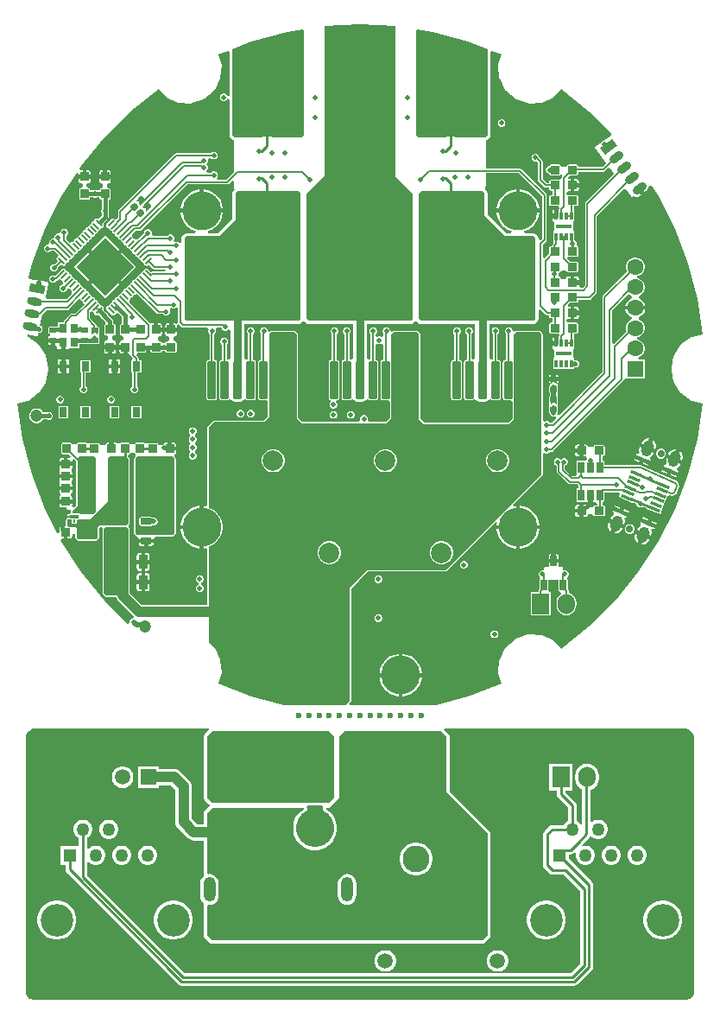
<source format=gtl>
%TF.GenerationSoftware,Altium Limited,Altium Designer,23.4.1 (23)*%
G04 Layer_Physical_Order=1*
G04 Layer_Color=255*
%FSLAX45Y45*%
%MOMM*%
%TF.SameCoordinates,71FFD784-3963-444D-9D63-9DA0FBDCC313*%
%TF.FilePolarity,Positive*%
%TF.FileFunction,Copper,L1,Top,Signal*%
%TF.Part,Single*%
G01*
G75*
%TA.AperFunction,Conductor*%
%ADD10C,0.12700*%
%ADD11C,0.18162*%
%TA.AperFunction,SMDPad,CuDef*%
G04:AMPARAMS|DCode=12|XSize=0.5mm|YSize=0.6mm|CornerRadius=0.0375mm|HoleSize=0mm|Usage=FLASHONLY|Rotation=90.000|XOffset=0mm|YOffset=0mm|HoleType=Round|Shape=RoundedRectangle|*
%AMROUNDEDRECTD12*
21,1,0.50000,0.52500,0,0,90.0*
21,1,0.42500,0.60000,0,0,90.0*
1,1,0.07500,0.26250,0.21250*
1,1,0.07500,0.26250,-0.21250*
1,1,0.07500,-0.26250,-0.21250*
1,1,0.07500,-0.26250,0.21250*
%
%ADD12ROUNDEDRECTD12*%
%ADD13R,0.30000X0.75000*%
%ADD14R,1.60000X0.45000*%
G04:AMPARAMS|DCode=15|XSize=0.9mm|YSize=0.8mm|CornerRadius=0.06mm|HoleSize=0mm|Usage=FLASHONLY|Rotation=180.000|XOffset=0mm|YOffset=0mm|HoleType=Round|Shape=RoundedRectangle|*
%AMROUNDEDRECTD15*
21,1,0.90000,0.68000,0,0,180.0*
21,1,0.78000,0.80000,0,0,180.0*
1,1,0.12000,-0.39000,0.34000*
1,1,0.12000,0.39000,0.34000*
1,1,0.12000,0.39000,-0.34000*
1,1,0.12000,-0.39000,-0.34000*
%
%ADD15ROUNDEDRECTD15*%
G04:AMPARAMS|DCode=16|XSize=3.67mm|YSize=0.79mm|CornerRadius=0.09875mm|HoleSize=0mm|Usage=FLASHONLY|Rotation=90.000|XOffset=0mm|YOffset=0mm|HoleType=Round|Shape=RoundedRectangle|*
%AMROUNDEDRECTD16*
21,1,3.67000,0.59250,0,0,90.0*
21,1,3.47250,0.79000,0,0,90.0*
1,1,0.19750,0.29625,1.73625*
1,1,0.19750,0.29625,-1.73625*
1,1,0.19750,-0.29625,-1.73625*
1,1,0.19750,-0.29625,1.73625*
%
%ADD16ROUNDEDRECTD16*%
G04:AMPARAMS|DCode=17|XSize=10.37mm|YSize=8.04mm|CornerRadius=0.402mm|HoleSize=0mm|Usage=FLASHONLY|Rotation=0.000|XOffset=0mm|YOffset=0mm|HoleType=Round|Shape=RoundedRectangle|*
%AMROUNDEDRECTD17*
21,1,10.37000,7.23600,0,0,0.0*
21,1,9.56600,8.04000,0,0,0.0*
1,1,0.80400,4.78300,-3.61800*
1,1,0.80400,-4.78300,-3.61800*
1,1,0.80400,-4.78300,3.61800*
1,1,0.80400,4.78300,3.61800*
%
%ADD17ROUNDEDRECTD17*%
G04:AMPARAMS|DCode=18|XSize=0.9mm|YSize=0.8mm|CornerRadius=0.06mm|HoleSize=0mm|Usage=FLASHONLY|Rotation=270.000|XOffset=0mm|YOffset=0mm|HoleType=Round|Shape=RoundedRectangle|*
%AMROUNDEDRECTD18*
21,1,0.90000,0.68000,0,0,270.0*
21,1,0.78000,0.80000,0,0,270.0*
1,1,0.12000,-0.34000,-0.39000*
1,1,0.12000,-0.34000,0.39000*
1,1,0.12000,0.34000,0.39000*
1,1,0.12000,0.34000,-0.39000*
%
%ADD18ROUNDEDRECTD18*%
G04:AMPARAMS|DCode=19|XSize=0.6mm|YSize=1.1mm|CornerRadius=0.045mm|HoleSize=0mm|Usage=FLASHONLY|Rotation=90.000|XOffset=0mm|YOffset=0mm|HoleType=Round|Shape=RoundedRectangle|*
%AMROUNDEDRECTD19*
21,1,0.60000,1.01000,0,0,90.0*
21,1,0.51000,1.10000,0,0,90.0*
1,1,0.09000,0.50500,0.25500*
1,1,0.09000,0.50500,-0.25500*
1,1,0.09000,-0.50500,-0.25500*
1,1,0.09000,-0.50500,0.25500*
%
%ADD19ROUNDEDRECTD19*%
G04:AMPARAMS|DCode=20|XSize=0.9mm|YSize=1.4mm|CornerRadius=0.0675mm|HoleSize=0mm|Usage=FLASHONLY|Rotation=180.000|XOffset=0mm|YOffset=0mm|HoleType=Round|Shape=RoundedRectangle|*
%AMROUNDEDRECTD20*
21,1,0.90000,1.26500,0,0,180.0*
21,1,0.76500,1.40000,0,0,180.0*
1,1,0.13500,-0.38250,0.63250*
1,1,0.13500,0.38250,0.63250*
1,1,0.13500,0.38250,-0.63250*
1,1,0.13500,-0.38250,-0.63250*
%
%ADD20ROUNDEDRECTD20*%
G04:AMPARAMS|DCode=21|XSize=0.6mm|YSize=1.05mm|CornerRadius=0.045mm|HoleSize=0mm|Usage=FLASHONLY|Rotation=180.000|XOffset=0mm|YOffset=0mm|HoleType=Round|Shape=RoundedRectangle|*
%AMROUNDEDRECTD21*
21,1,0.60000,0.96000,0,0,180.0*
21,1,0.51000,1.05000,0,0,180.0*
1,1,0.09000,-0.25500,0.48000*
1,1,0.09000,0.25500,0.48000*
1,1,0.09000,0.25500,-0.48000*
1,1,0.09000,-0.25500,-0.48000*
%
%ADD21ROUNDEDRECTD21*%
G04:AMPARAMS|DCode=22|XSize=0.6mm|YSize=1.1mm|CornerRadius=0.045mm|HoleSize=0mm|Usage=FLASHONLY|Rotation=180.000|XOffset=0mm|YOffset=0mm|HoleType=Round|Shape=RoundedRectangle|*
%AMROUNDEDRECTD22*
21,1,0.60000,1.01000,0,0,180.0*
21,1,0.51000,1.10000,0,0,180.0*
1,1,0.09000,-0.25500,0.50500*
1,1,0.09000,0.25500,0.50500*
1,1,0.09000,0.25500,-0.50500*
1,1,0.09000,-0.25500,-0.50500*
%
%ADD22ROUNDEDRECTD22*%
G04:AMPARAMS|DCode=23|XSize=2.7mm|YSize=6.2mm|CornerRadius=0.0675mm|HoleSize=0mm|Usage=FLASHONLY|Rotation=90.000|XOffset=0mm|YOffset=0mm|HoleType=Round|Shape=RoundedRectangle|*
%AMROUNDEDRECTD23*
21,1,2.70000,6.06500,0,0,90.0*
21,1,2.56500,6.20000,0,0,90.0*
1,1,0.13500,3.03250,1.28250*
1,1,0.13500,3.03250,-1.28250*
1,1,0.13500,-3.03250,-1.28250*
1,1,0.13500,-3.03250,1.28250*
%
%ADD23ROUNDEDRECTD23*%
G04:AMPARAMS|DCode=24|XSize=0.81mm|YSize=0.22mm|CornerRadius=0.0275mm|HoleSize=0mm|Usage=FLASHONLY|Rotation=135.000|XOffset=0mm|YOffset=0mm|HoleType=Round|Shape=RoundedRectangle|*
%AMROUNDEDRECTD24*
21,1,0.81000,0.16500,0,0,135.0*
21,1,0.75500,0.22000,0,0,135.0*
1,1,0.05500,-0.20860,0.32527*
1,1,0.05500,0.32527,-0.20860*
1,1,0.05500,0.20860,-0.32527*
1,1,0.05500,-0.32527,0.20860*
%
%ADD24ROUNDEDRECTD24*%
G04:AMPARAMS|DCode=25|XSize=0.22mm|YSize=0.81mm|CornerRadius=0.0275mm|HoleSize=0mm|Usage=FLASHONLY|Rotation=135.000|XOffset=0mm|YOffset=0mm|HoleType=Round|Shape=RoundedRectangle|*
%AMROUNDEDRECTD25*
21,1,0.22000,0.75500,0,0,135.0*
21,1,0.16500,0.81000,0,0,135.0*
1,1,0.05500,0.20860,0.32527*
1,1,0.05500,0.32527,0.20860*
1,1,0.05500,-0.20860,-0.32527*
1,1,0.05500,-0.32527,-0.20860*
%
%ADD25ROUNDEDRECTD25*%
%ADD26P,5.65685X4X180.0*%
%ADD27R,0.80000X0.90000*%
G04:AMPARAMS|DCode=28|XSize=0.8mm|YSize=1.5mm|CornerRadius=0mm|HoleSize=0mm|Usage=FLASHONLY|Rotation=259.000|XOffset=0mm|YOffset=0mm|HoleType=Round|Shape=Round|*
%AMOVALD28*
21,1,0.70000,0.80000,0.00000,0.00000,349.0*
1,1,0.80000,-0.34357,0.06678*
1,1,0.80000,0.34357,-0.06678*
%
%ADD28OVALD28*%

G04:AMPARAMS|DCode=29|XSize=0.8mm|YSize=1.5mm|CornerRadius=0mm|HoleSize=0mm|Usage=FLASHONLY|Rotation=259.000|XOffset=0mm|YOffset=0mm|HoleType=Round|Shape=Rectangle|*
%AMROTATEDRECTD29*
4,1,4,-0.65990,0.53576,0.81255,0.24954,0.65990,-0.53576,-0.81255,-0.24954,-0.65990,0.53576,0.0*
%
%ADD29ROTATEDRECTD29*%

G04:AMPARAMS|DCode=30|XSize=0.8mm|YSize=1.5mm|CornerRadius=0mm|HoleSize=0mm|Usage=FLASHONLY|Rotation=307.000|XOffset=0mm|YOffset=0mm|HoleType=Round|Shape=Round|*
%AMOVALD30*
21,1,0.70000,0.80000,0.00000,0.00000,37.0*
1,1,0.80000,-0.27952,-0.21063*
1,1,0.80000,0.27952,0.21063*
%
%ADD30OVALD30*%

G04:AMPARAMS|DCode=31|XSize=0.8mm|YSize=1.5mm|CornerRadius=0mm|HoleSize=0mm|Usage=FLASHONLY|Rotation=307.000|XOffset=0mm|YOffset=0mm|HoleType=Round|Shape=Rectangle|*
%AMROTATEDRECTD31*
4,1,4,-0.83970,-0.13191,0.35825,0.77082,0.83970,0.13191,-0.35825,-0.77082,-0.83970,-0.13191,0.0*
%
%ADD31ROTATEDRECTD31*%

G04:AMPARAMS|DCode=32|XSize=0.3mm|YSize=1.15mm|CornerRadius=0mm|HoleSize=0mm|Usage=FLASHONLY|Rotation=67.500|XOffset=0mm|YOffset=0mm|HoleType=Round|Shape=Rectangle|*
%AMROTATEDRECTD32*
4,1,4,0.47383,-0.35863,-0.58863,0.08146,-0.47383,0.35863,0.58863,-0.08146,0.47383,-0.35863,0.0*
%
%ADD32ROTATEDRECTD32*%

G04:AMPARAMS|DCode=33|XSize=0.8mm|YSize=0.9mm|CornerRadius=0.06mm|HoleSize=0mm|Usage=FLASHONLY|Rotation=180.000|XOffset=0mm|YOffset=0mm|HoleType=Round|Shape=RoundedRectangle|*
%AMROUNDEDRECTD33*
21,1,0.80000,0.78000,0,0,180.0*
21,1,0.68000,0.90000,0,0,180.0*
1,1,0.12000,-0.34000,0.39000*
1,1,0.12000,0.34000,0.39000*
1,1,0.12000,0.34000,-0.39000*
1,1,0.12000,-0.34000,-0.39000*
%
%ADD33ROUNDEDRECTD33*%
%ADD34R,1.10000X3.40000*%
G04:AMPARAMS|DCode=35|XSize=0.31mm|YSize=0.25mm|CornerRadius=0.03125mm|HoleSize=0mm|Usage=FLASHONLY|Rotation=270.000|XOffset=0mm|YOffset=0mm|HoleType=Round|Shape=RoundedRectangle|*
%AMROUNDEDRECTD35*
21,1,0.31000,0.18750,0,0,270.0*
21,1,0.24750,0.25000,0,0,270.0*
1,1,0.06250,-0.09375,-0.12375*
1,1,0.06250,-0.09375,0.12375*
1,1,0.06250,0.09375,0.12375*
1,1,0.06250,0.09375,-0.12375*
%
%ADD35ROUNDEDRECTD35*%
%ADD36R,0.94000X0.30000*%
G04:AMPARAMS|DCode=37|XSize=0.5mm|YSize=0.6mm|CornerRadius=0.0375mm|HoleSize=0mm|Usage=FLASHONLY|Rotation=45.000|XOffset=0mm|YOffset=0mm|HoleType=Round|Shape=RoundedRectangle|*
%AMROUNDEDRECTD37*
21,1,0.50000,0.52500,0,0,45.0*
21,1,0.42500,0.60000,0,0,45.0*
1,1,0.07500,0.33587,-0.03535*
1,1,0.07500,0.03535,-0.33587*
1,1,0.07500,-0.33587,0.03535*
1,1,0.07500,-0.03535,0.33587*
%
%ADD37ROUNDEDRECTD37*%
%ADD38C,1.20000*%
%ADD39R,0.71120X0.99060*%
%TA.AperFunction,Conductor*%
%ADD40C,0.40000*%
%ADD41C,0.20000*%
%ADD42C,0.50000*%
%ADD43C,1.00000*%
%ADD44C,0.80000*%
%ADD45C,0.25000*%
%TA.AperFunction,ComponentPad*%
%ADD46C,2.00000*%
%ADD47R,2.00000X2.00000*%
%ADD48C,3.80000*%
%ADD49R,1.70000X2.00000*%
%ADD50O,1.70000X2.00000*%
%ADD51C,1.50000*%
%ADD52R,1.50000X1.50000*%
%ADD53C,1.60000*%
%ADD54R,1.60000X1.60000*%
%ADD55R,1.26800X1.26800*%
%ADD56C,1.26800*%
%ADD57C,3.20000*%
%ADD58C,1.50800*%
%ADD59C,2.60000*%
%ADD60R,2.60000X2.60000*%
%ADD61O,1.20000X2.40000*%
%ADD62R,3.70000X3.70000*%
%ADD63C,3.70000*%
%ADD64C,6.00000*%
%ADD65C,0.71000*%
G04:AMPARAMS|DCode=66|XSize=1.6mm|YSize=1.1mm|CornerRadius=0mm|HoleSize=0mm|Usage=FLASHONLY|Rotation=67.500|XOffset=0mm|YOffset=0mm|HoleType=Round|Shape=Round|*
%AMOVALD66*
21,1,0.50000,1.10000,0.00000,0.00000,67.5*
1,1,1.10000,-0.09567,-0.23097*
1,1,1.10000,0.09567,0.23097*
%
%ADD66OVALD66*%

%ADD67C,2.40000*%
%ADD68O,5.00000X6.00000*%
%TA.AperFunction,ViaPad*%
%ADD69C,0.50000*%
%ADD70C,0.80000*%
%ADD71C,0.60000*%
G36*
X-1280588Y3104775D02*
X-1280588Y2678892D01*
X-1300588Y2674914D01*
X-1303209Y2681242D01*
X-1313758Y2691791D01*
X-1327541Y2697500D01*
X-1342459D01*
X-1356242Y2691791D01*
X-1366791Y2681242D01*
X-1372500Y2667459D01*
Y2652541D01*
X-1366791Y2638758D01*
X-1356242Y2628209D01*
X-1342459Y2622500D01*
X-1327541D01*
X-1313758Y2628209D01*
X-1303209Y2638758D01*
X-1300588Y2645086D01*
X-1280588Y2641108D01*
Y2290000D01*
X-1278260Y2278294D01*
X-1271629Y2268371D01*
X-1271628Y2268370D01*
X-1251630Y2248372D01*
X-1251629Y2248371D01*
X-1241706Y2241741D01*
X-1233599Y2240128D01*
X-1233530Y2240000D01*
Y1928913D01*
X-1309502Y1852941D01*
X-1397335D01*
X-1404026Y1872941D01*
X-1398209Y1878758D01*
X-1392500Y1892541D01*
Y1907459D01*
X-1398209Y1921242D01*
X-1408758Y1931791D01*
X-1422541Y1937500D01*
X-1437459D01*
X-1451242Y1931791D01*
X-1460092Y1922941D01*
X-1501080D01*
X-1506227Y1937297D01*
X-1506686Y1942941D01*
X-1497289Y1952338D01*
X-1491580Y1966121D01*
Y1981039D01*
X-1497289Y1994822D01*
X-1507297Y2004830D01*
X-1497289Y2014838D01*
X-1491580Y2028621D01*
Y2043539D01*
X-1493038Y2047059D01*
X-1480894Y2067059D01*
X-1460092D01*
X-1451242Y2058209D01*
X-1437459Y2052500D01*
X-1422541D01*
X-1408758Y2058209D01*
X-1398209Y2068758D01*
X-1392500Y2082541D01*
Y2097459D01*
X-1398209Y2111242D01*
X-1408758Y2121791D01*
X-1422541Y2127500D01*
X-1437459D01*
X-1451242Y2121791D01*
X-1460092Y2112941D01*
X-1800000D01*
X-1808779Y2111194D01*
X-1816222Y2106221D01*
X-2366222Y1556221D01*
X-2371195Y1548779D01*
X-2372941Y1540000D01*
Y1483428D01*
X-2391279Y1466618D01*
X-2403964Y1467891D01*
X-2407718Y1471645D01*
X-2419390Y1476480D01*
X-2431062Y1471645D01*
X-2484448Y1418258D01*
X-2489283Y1406586D01*
X-2484448Y1394914D01*
X-2472781Y1383247D01*
X-2461110Y1378412D01*
X-2460999Y1378302D01*
X-2456164Y1366630D01*
X-2444497Y1354963D01*
X-2432825Y1350128D01*
X-2432715Y1350017D01*
X-2427880Y1338346D01*
X-2416213Y1326679D01*
X-2404431Y1321733D01*
X-2399596Y1310061D01*
X-2387929Y1298394D01*
X-2376257Y1293560D01*
X-2376146Y1293449D01*
X-2371311Y1281777D01*
X-2359644Y1270110D01*
X-2347862Y1265165D01*
X-2343027Y1253493D01*
X-2331360Y1241826D01*
X-2319688Y1236991D01*
X-2319578Y1236880D01*
X-2314743Y1225209D01*
X-2303076Y1213542D01*
X-2291404Y1208707D01*
X-2291293Y1208596D01*
X-2286458Y1196924D01*
X-2274791Y1185257D01*
X-2263009Y1180312D01*
X-2258174Y1168640D01*
X-2246507Y1156973D01*
X-2234836Y1152138D01*
X-2229890Y1140356D01*
X-2218223Y1128689D01*
X-2206441Y1123743D01*
X-2201606Y1112071D01*
X-2189939Y1100404D01*
X-2178267Y1095570D01*
X-2178156Y1095459D01*
X-2173322Y1083787D01*
X-2161655Y1072120D01*
X-2149983Y1067285D01*
X-2149872Y1067175D01*
X-2145037Y1055503D01*
X-2133370Y1043836D01*
X-2121698Y1039001D01*
X-2121588Y1038890D01*
X-2116753Y1027219D01*
X-2105086Y1015552D01*
X-2093414Y1010717D01*
X-2081742Y1015552D01*
X-2071270Y1026023D01*
X-2029025Y983778D01*
X-2021583Y978806D01*
X-2012804Y977059D01*
X-1905686D01*
X-1902721Y972941D01*
X-1912966Y952941D01*
X-2039670D01*
X-2048449Y951194D01*
X-2048472Y951179D01*
X-2081742Y984448D01*
X-2093414Y989283D01*
X-2105086Y984448D01*
X-2116753Y972781D01*
X-2121588Y961110D01*
X-2121698Y960999D01*
X-2133370Y956164D01*
X-2145037Y944497D01*
X-2149872Y932825D01*
X-2149983Y932715D01*
X-2161655Y927880D01*
X-2173322Y916213D01*
X-2178156Y904541D01*
X-2178267Y904430D01*
X-2189939Y899596D01*
X-2201606Y887929D01*
X-2206441Y876257D01*
X-2218223Y871311D01*
X-2229890Y859644D01*
X-2234836Y847862D01*
X-2246507Y843027D01*
X-2258174Y831360D01*
X-2263009Y819688D01*
X-2274792Y814743D01*
X-2286458Y803076D01*
X-2291404Y791293D01*
X-2303076Y786458D01*
X-2314743Y774791D01*
X-2319688Y763009D01*
X-2331360Y758174D01*
X-2343027Y746507D01*
X-2347862Y734835D01*
X-2359645Y729890D01*
X-2371311Y718223D01*
X-2376257Y706441D01*
X-2387929Y701606D01*
X-2399596Y689939D01*
X-2404541Y678156D01*
X-2416213Y673321D01*
X-2427880Y661655D01*
X-2432825Y649872D01*
X-2444497Y645037D01*
X-2456164Y633370D01*
X-2461110Y621588D01*
X-2472781Y616753D01*
X-2484448Y605086D01*
X-2489283Y593414D01*
X-2484448Y581742D01*
X-2431062Y528355D01*
X-2419390Y523520D01*
X-2407718Y528355D01*
X-2396051Y540022D01*
X-2395789Y540647D01*
X-2372738Y545876D01*
X-2372738D01*
X-2333137Y506274D01*
Y442862D01*
X-2334000D01*
X-2341218Y441427D01*
X-2347338Y437338D01*
X-2351427Y431218D01*
X-2352862Y424000D01*
Y346000D01*
X-2351427Y338782D01*
X-2347338Y332662D01*
X-2341218Y328573D01*
X-2336812Y327697D01*
X-2332272Y325618D01*
X-2320000Y314831D01*
X-2320000Y307137D01*
X-2320000Y290776D01*
X-2334000Y278470D01*
X-2343364Y276608D01*
X-2351303Y271303D01*
X-2356607Y263364D01*
X-2358470Y254000D01*
Y235000D01*
X-2300000D01*
Y215000D01*
X-2280000D01*
Y151530D01*
X-2266000D01*
X-2248128Y138384D01*
X-2247038Y136462D01*
Y134097D01*
X-2245292Y125318D01*
X-2240319Y117876D01*
X-2229473Y107030D01*
X-2237758Y87030D01*
X-2240560D01*
Y-37030D01*
X-2232941D01*
Y-169908D01*
X-2241791Y-178758D01*
X-2247500Y-192541D01*
Y-207459D01*
X-2241791Y-221242D01*
X-2231242Y-231791D01*
X-2217459Y-237500D01*
X-2202541D01*
X-2188758Y-231791D01*
X-2178209Y-221242D01*
X-2172500Y-207459D01*
Y-192541D01*
X-2178209Y-178758D01*
X-2187059Y-169908D01*
Y-37030D01*
X-2144440D01*
Y87030D01*
X-2169559D01*
Y102500D01*
X-2171306Y111279D01*
X-2176278Y118721D01*
X-2189461Y131904D01*
X-2185683Y155809D01*
X-2184000Y157137D01*
X-2116000D01*
X-2108782Y158573D01*
X-2102662Y162662D01*
X-2098573Y168781D01*
X-2097138Y176000D01*
Y181863D01*
X-2052863D01*
Y176000D01*
X-2051427Y168781D01*
X-2047338Y162662D01*
X-2041218Y158573D01*
X-2034000Y157137D01*
X-1966000D01*
X-1958782Y158573D01*
X-1952662Y162662D01*
X-1948574Y168781D01*
X-1932459Y177500D01*
X-1917541D01*
X-1901426Y168781D01*
X-1897338Y162662D01*
X-1891218Y158573D01*
X-1884000Y157137D01*
X-1816000D01*
X-1808782Y158573D01*
X-1802662Y162662D01*
X-1798573Y168781D01*
X-1797138Y176000D01*
Y254000D01*
X-1798573Y261218D01*
X-1802662Y267338D01*
X-1808782Y271426D01*
X-1813188Y272303D01*
X-1817728Y274381D01*
X-1830000Y285169D01*
X-1830000Y292863D01*
X-1830000Y309223D01*
X-1816000Y321529D01*
X-1806636Y323392D01*
X-1798697Y328697D01*
X-1793393Y336636D01*
X-1791530Y346000D01*
Y365000D01*
X-1850000D01*
X-1908470D01*
Y346000D01*
X-1906608Y336636D01*
X-1901303Y328697D01*
X-1893364Y323392D01*
X-1884000Y321529D01*
X-1870000Y309223D01*
X-1870000Y301529D01*
X-1870000Y285169D01*
X-1882272Y274381D01*
X-1886812Y272303D01*
X-1891218Y271426D01*
X-1897338Y267338D01*
X-1901426Y261218D01*
X-1917541Y252500D01*
X-1932459D01*
X-1948574Y261218D01*
X-1952662Y267338D01*
X-1958782Y271426D01*
X-1963188Y272303D01*
X-1967728Y274381D01*
X-1980000Y285169D01*
X-1980000Y292863D01*
X-1980000Y309223D01*
X-1966000Y321529D01*
X-1956636Y323392D01*
X-1948697Y328697D01*
X-1943393Y336636D01*
X-1941530Y346000D01*
Y365000D01*
X-2000000D01*
Y384999D01*
X-2020000D01*
Y448470D01*
X-2034000D01*
X-2043364Y446607D01*
X-2060610Y451089D01*
X-2261348Y651826D01*
X-2258655Y677418D01*
X-2254629Y681444D01*
X-2249684Y693226D01*
X-2238012Y698061D01*
X-2226345Y709728D01*
X-2221400Y721510D01*
X-2209728Y726345D01*
X-2205974Y730099D01*
X-2180270Y732679D01*
X-1991369Y543778D01*
X-1983926Y538805D01*
X-1975147Y537059D01*
X-1930092D01*
X-1921242Y528209D01*
X-1907459Y522500D01*
X-1892541D01*
X-1878758Y528209D01*
X-1868209Y538758D01*
X-1862500Y552541D01*
Y567459D01*
X-1864722Y572824D01*
X-1857924Y593865D01*
X-1855510Y596827D01*
X-1852417Y597829D01*
X-1849454Y597468D01*
X-1837459Y592500D01*
X-1822541D01*
X-1808758Y598209D01*
X-1802941Y604026D01*
X-1782941Y597334D01*
Y457990D01*
X-1781195Y449211D01*
X-1798361Y440799D01*
X-1798697Y441303D01*
X-1806636Y446607D01*
X-1816000Y448470D01*
X-1830000D01*
Y405000D01*
X-1791530D01*
Y424000D01*
X-1793393Y433364D01*
X-1776226Y441776D01*
X-1776221Y441768D01*
X-1748232Y413778D01*
X-1740789Y408805D01*
X-1732010Y407059D01*
X-1494258D01*
X-1489533Y401064D01*
X-1483524Y387059D01*
X-1487500Y377459D01*
Y362541D01*
X-1481791Y348758D01*
X-1474941Y341908D01*
Y89438D01*
X-1483625D01*
X-1492355Y87702D01*
X-1499756Y82757D01*
X-1504702Y75355D01*
X-1506438Y66625D01*
Y-280625D01*
X-1504702Y-289355D01*
X-1499756Y-296757D01*
X-1492355Y-301702D01*
X-1483625Y-303439D01*
X-1424375D01*
X-1415645Y-301702D01*
X-1408243Y-296757D01*
X-1403298Y-289355D01*
X-1401561Y-280625D01*
Y66625D01*
X-1403298Y75355D01*
X-1408243Y82757D01*
X-1415645Y87702D01*
X-1424375Y89438D01*
X-1429059D01*
Y338084D01*
X-1428758Y338209D01*
X-1418209Y348758D01*
X-1412500Y362541D01*
Y377459D01*
X-1416476Y387059D01*
X-1410467Y401064D01*
X-1405742Y407059D01*
X-1357500D01*
Y402541D01*
X-1351791Y388758D01*
X-1341242Y378209D01*
X-1327459Y372500D01*
X-1312541D01*
X-1298758Y378209D01*
X-1290604Y386363D01*
X-1279318Y384452D01*
X-1270604Y380232D01*
Y101779D01*
X-1286582Y89991D01*
X-1290546Y90910D01*
X-1305559Y100439D01*
Y241408D01*
X-1298209Y248758D01*
X-1292500Y262541D01*
Y277459D01*
X-1298209Y291242D01*
X-1308758Y301791D01*
X-1322541Y307500D01*
X-1337459D01*
X-1351242Y301791D01*
X-1361791Y291242D01*
X-1367500Y277459D01*
Y262541D01*
X-1361791Y248758D01*
X-1351441Y238408D01*
Y89438D01*
X-1356625D01*
X-1365355Y87702D01*
X-1372756Y82757D01*
X-1377702Y75355D01*
X-1379438Y66625D01*
Y-280625D01*
X-1377702Y-289355D01*
X-1372756Y-296757D01*
X-1365355Y-301702D01*
X-1356625Y-303439D01*
X-1297375D01*
X-1288645Y-301702D01*
X-1286624Y-300352D01*
X-1277093Y-298308D01*
X-1261996Y-303951D01*
X-1258373Y-309373D01*
X-1245183Y-318187D01*
X-1229625Y-321281D01*
X-1170375D01*
X-1154816Y-318187D01*
X-1141627Y-309373D01*
X-1138003Y-303951D01*
X-1122907Y-298308D01*
X-1113376Y-300352D01*
X-1111355Y-301702D01*
X-1102625Y-303439D01*
X-1043375D01*
X-1034645Y-301702D01*
X-1027243Y-296757D01*
X-1022298Y-289355D01*
X-1020561Y-280625D01*
Y66625D01*
X-1022298Y75355D01*
X-1027243Y82757D01*
X-1034645Y87702D01*
X-1043375Y89438D01*
X-1050059D01*
Y337670D01*
X-1048758Y338209D01*
X-1038209Y348758D01*
X-1032500Y362541D01*
Y377459D01*
X-1038209Y391242D01*
X-1048758Y401791D01*
X-1062541Y407500D01*
X-1077459D01*
X-1091242Y401791D01*
X-1101791Y391242D01*
X-1107500Y377459D01*
Y362541D01*
X-1101791Y348758D01*
X-1095941Y342908D01*
Y101405D01*
X-1106467Y93533D01*
X-1112710Y91700D01*
X-1129396Y103640D01*
Y439412D01*
X-600001Y439412D01*
X-600000Y439412D01*
X-588295Y441741D01*
X-578371Y448371D01*
X-562754Y463988D01*
X-550001Y466634D01*
X-537246Y463988D01*
X-521629Y448371D01*
X-511705Y441741D01*
X-500000Y439412D01*
X-499999Y439412D01*
X-70604D01*
Y103640D01*
X-87290Y91700D01*
X-93533Y93533D01*
X-104059Y101405D01*
Y342908D01*
X-98209Y348758D01*
X-92500Y362541D01*
Y377459D01*
X-98209Y391242D01*
X-108758Y401791D01*
X-122541Y407500D01*
X-137459D01*
X-151242Y401791D01*
X-161791Y391242D01*
X-167500Y377459D01*
Y362541D01*
X-161791Y348758D01*
X-151242Y338209D01*
X-149941Y337670D01*
Y89438D01*
X-156625D01*
X-165355Y87702D01*
X-172757Y82757D01*
X-177702Y75355D01*
X-179439Y66625D01*
Y-280625D01*
X-177702Y-289355D01*
X-172757Y-296757D01*
X-165355Y-301702D01*
X-156625Y-303439D01*
X-97375D01*
X-88645Y-301702D01*
X-86624Y-300352D01*
X-77093Y-298308D01*
X-61997Y-303951D01*
X-58373Y-309373D01*
X-45184Y-318187D01*
X-29625Y-321281D01*
X29625D01*
X45184Y-318187D01*
X58373Y-309373D01*
X61997Y-303951D01*
X77093Y-298308D01*
X86624Y-300352D01*
X88645Y-301702D01*
X97375Y-303439D01*
X156625D01*
X165355Y-301702D01*
X172757Y-296757D01*
X177702Y-289355D01*
X179439Y-280625D01*
Y66625D01*
X177702Y75355D01*
X172757Y82757D01*
X165355Y87702D01*
X156625Y89438D01*
X149941D01*
Y238742D01*
X168758Y248209D01*
X182541Y242500D01*
X197459D01*
X211242Y248209D01*
X231059Y239742D01*
Y89438D01*
X224375D01*
X215645Y87702D01*
X208243Y82757D01*
X203298Y75355D01*
X201561Y66625D01*
Y-280625D01*
X203298Y-289355D01*
X208243Y-296757D01*
X215645Y-301702D01*
X224375Y-303439D01*
X276470D01*
X291743Y-314649D01*
X296470Y-321176D01*
Y-476002D01*
X256002Y-516470D01*
X91273D01*
X77500Y-497459D01*
Y-482541D01*
X71791Y-468758D01*
X61242Y-458209D01*
X47459Y-452500D01*
X32541D01*
X18758Y-458209D01*
X8209Y-468758D01*
X2500Y-482541D01*
Y-497459D01*
X-11274Y-516470D01*
X-564396D01*
X-606470Y-474396D01*
Y-440001D01*
X-606470Y-440000D01*
Y340000D01*
X-610433Y349567D01*
X-630433Y369567D01*
X-640000Y373530D01*
X-870000D01*
X-879567Y369567D01*
X-882500Y366635D01*
X-902500Y374919D01*
Y377459D01*
X-908209Y391242D01*
X-918758Y401791D01*
X-932541Y407500D01*
X-947459D01*
X-961242Y401791D01*
X-971791Y391242D01*
X-977500Y377459D01*
Y362541D01*
X-971791Y348758D01*
X-968941Y345908D01*
Y89438D01*
X-975625D01*
X-984355Y87702D01*
X-991756Y82757D01*
X-996702Y75355D01*
X-998438Y66625D01*
Y-280625D01*
X-996702Y-289355D01*
X-991756Y-296757D01*
X-984355Y-301702D01*
X-975625Y-303439D01*
X-916375D01*
X-903530Y-321176D01*
Y-464396D01*
X-945604Y-506470D01*
X-1430000D01*
X-1439567Y-510433D01*
X-1489567Y-560433D01*
X-1493530Y-570000D01*
Y-1333395D01*
X-1508990Y-1346082D01*
X-1529514Y-1342000D01*
X-1529999D01*
Y-1549999D01*
Y-1758000D01*
X-1529514D01*
X-1508990Y-1753917D01*
X-1493530Y-1766605D01*
Y-2316276D01*
X-2141693D01*
X-2256909Y-2201059D01*
X-2256471Y-2200001D01*
X-2256470Y-1570000D01*
X-2260433Y-1560433D01*
X-2266903Y-1553963D01*
Y-1526037D01*
X-2260433Y-1519567D01*
X-2256470Y-1510000D01*
Y-879999D01*
X-2260433Y-870432D01*
X-2273003Y-857862D01*
X-2272218Y-850022D01*
X-2266136Y-836895D01*
X-2263782Y-836427D01*
X-2257662Y-832338D01*
X-2253574Y-826218D01*
X-2253331Y-825000D01*
X-2206669D01*
X-2206427Y-826218D01*
X-2202338Y-832338D01*
X-2199500Y-834234D01*
X-2199120Y-834854D01*
X-2196081Y-849102D01*
X-2195997Y-856863D01*
X-2209567Y-870433D01*
X-2213530Y-880000D01*
Y-1610000D01*
X-2209567Y-1619567D01*
X-2189567Y-1639567D01*
X-2183791Y-1641960D01*
X-2179572Y-1644122D01*
X-2168441Y-1659500D01*
D01*
D01*
D01*
Y-1664999D01*
X-2095000D01*
X-2021560D01*
Y-1659500D01*
D01*
D01*
X-2005888Y-1643530D01*
X-1840000D01*
X-1830433Y-1639567D01*
X-1810433Y-1619567D01*
X-1806470Y-1610000D01*
X-1806470Y-880000D01*
X-1810433Y-870433D01*
X-1822949Y-857916D01*
X-1816636Y-836607D01*
X-1808697Y-831303D01*
X-1803393Y-823364D01*
X-1801530Y-814000D01*
Y-799999D01*
X-1865001D01*
Y-779999D01*
X-1885001D01*
Y-721530D01*
X-1904000D01*
X-1913364Y-723393D01*
X-1921303Y-728697D01*
X-1926608Y-736636D01*
X-1930006Y-746472D01*
X-1970006D01*
X-1978573Y-738781D01*
X-1982662Y-732662D01*
X-1988782Y-728573D01*
X-1996000Y-727137D01*
X-2074000D01*
X-2081218Y-728573D01*
X-2083866Y-730342D01*
X-2091414Y-731659D01*
X-2107663Y-727662D01*
X-2113782Y-723573D01*
X-2121000Y-722137D01*
X-2189000D01*
X-2196218Y-723573D01*
X-2202338Y-727662D01*
X-2206427Y-733782D01*
X-2206669Y-735000D01*
X-2253331D01*
X-2253574Y-733782D01*
X-2257662Y-727662D01*
X-2263782Y-723573D01*
X-2271000Y-722137D01*
X-2339000D01*
X-2346219Y-723573D01*
X-2352338Y-727662D01*
X-2354752Y-731275D01*
X-2359273Y-732575D01*
X-2365070Y-733026D01*
X-2376470Y-732030D01*
X-2378697Y-728697D01*
X-2386636Y-723393D01*
X-2396000Y-721530D01*
X-2414999D01*
Y-779999D01*
X-2454999D01*
Y-721530D01*
X-2474000D01*
X-2483364Y-723393D01*
X-2491303Y-728697D01*
X-2496608Y-736636D01*
X-2500001Y-746468D01*
X-2540001D01*
X-2548574Y-738781D01*
X-2552662Y-732662D01*
X-2558782Y-728573D01*
X-2566000Y-727137D01*
X-2644000D01*
X-2651218Y-728573D01*
X-2653865Y-730342D01*
X-2661414Y-731659D01*
X-2677662Y-727662D01*
X-2683782Y-723573D01*
X-2691000Y-722137D01*
X-2759000D01*
X-2766218Y-723573D01*
X-2772338Y-727662D01*
X-2776427Y-733782D01*
X-2776669Y-735000D01*
X-2823331D01*
X-2823573Y-733782D01*
X-2827662Y-727662D01*
X-2833782Y-723573D01*
X-2841000Y-722137D01*
X-2909000D01*
X-2916218Y-723573D01*
X-2922338Y-727662D01*
X-2926427Y-733782D01*
X-2927863Y-741000D01*
Y-819000D01*
X-2926427Y-826218D01*
X-2922338Y-832338D01*
X-2916218Y-836427D01*
X-2909000Y-837862D01*
X-2849581D01*
X-2833898Y-853545D01*
X-2843750Y-871977D01*
X-2846000Y-871530D01*
X-2865000D01*
Y-910000D01*
X-2821530D01*
Y-896000D01*
X-2821977Y-893750D01*
X-2803545Y-883898D01*
X-2783530Y-903913D01*
Y-1334396D01*
X-2804107Y-1354973D01*
X-2806693Y-1354126D01*
X-2823392Y-1343364D01*
X-2821530Y-1334000D01*
Y-1320000D01*
X-2948470D01*
Y-1334000D01*
X-2946607Y-1343364D01*
X-2941303Y-1351303D01*
X-2933364Y-1356607D01*
X-2924000Y-1358470D01*
X-2877523D01*
X-2876613Y-1359451D01*
X-2868664Y-1378470D01*
X-2869274Y-1379383D01*
X-2869397Y-1380000D01*
X-2840000D01*
Y-1420000D01*
X-2869397D01*
X-2869274Y-1420617D01*
X-2865000Y-1427014D01*
Y-1461087D01*
X-2866179Y-1461234D01*
X-2874276Y-1465830D01*
X-2875429Y-1467311D01*
X-2877163Y-1468029D01*
X-2879567Y-1470433D01*
X-2883530Y-1480000D01*
Y-1530000D01*
X-2898424Y-1540572D01*
X-2900402Y-1541530D01*
X-2924000D01*
X-2933364Y-1543393D01*
X-2941303Y-1548697D01*
X-2946607Y-1556636D01*
X-2948470Y-1566000D01*
Y-1602578D01*
X-2968470Y-1607374D01*
X-3089125Y-1370236D01*
X-3217326Y-1034004D01*
X-3309438Y-684074D01*
X-3361346Y-340072D01*
X-3260000Y-315180D01*
X-3254743Y-312724D01*
X-3249456Y-310322D01*
X-3154314Y-242010D01*
X-3150439Y-237865D01*
X-3146483Y-233796D01*
X-3082797Y-135498D01*
X-3080652Y-130105D01*
X-3078448Y-124734D01*
X-3055206Y-5831D01*
X-3055226Y37D01*
X-3055206Y5905D01*
X-3078448Y124808D01*
X-3080648Y130169D01*
X-3082797Y135572D01*
X-3146483Y233870D01*
X-3150437Y237937D01*
X-3154314Y242084D01*
X-3249456Y310396D01*
X-3254743Y312798D01*
X-3260000Y315255D01*
X-3254407Y334073D01*
X-3173455Y316902D01*
X-3172807Y316764D01*
X-3172806Y316765D01*
X-3172697Y316785D01*
X-3172604Y316723D01*
X-3167629Y317726D01*
X-3162626Y318655D01*
X-3162562Y318749D01*
X-3162452Y318771D01*
X-3159663Y322970D01*
X-3156764Y327192D01*
X-3156785Y327304D01*
X-3156724Y327395D01*
X-3156722Y327396D01*
X-3156596Y328042D01*
X-3151800Y352500D01*
X-3142541D01*
X-3128758Y358209D01*
X-3118209Y368758D01*
X-3112500Y382541D01*
Y397459D01*
X-3118209Y411242D01*
X-3128758Y421791D01*
X-3137504Y425413D01*
X-3116860Y530697D01*
X-3070498Y577059D01*
X-2871716D01*
X-2862937Y578806D01*
X-2855494Y583779D01*
X-2755762Y683510D01*
X-2745370Y681443D01*
X-2733704Y669777D01*
X-2722032Y664942D01*
X-2721921Y664831D01*
X-2717087Y653159D01*
X-2705420Y641492D01*
X-2703353Y631101D01*
X-2791512Y542941D01*
X-2823873D01*
X-2832652Y541194D01*
X-2840095Y536222D01*
X-2899445Y476872D01*
X-2904418Y469429D01*
X-2906164Y460650D01*
Y457500D01*
X-2962500D01*
Y418137D01*
X-3005000D01*
X-3006601Y417818D01*
X-3036250D01*
X-3042590Y416557D01*
X-3047966Y412966D01*
X-3051557Y407590D01*
X-3052818Y401250D01*
Y358750D01*
X-3051557Y352410D01*
X-3047966Y347034D01*
X-3042590Y343443D01*
X-3040364Y343000D01*
X-3040363Y322608D01*
X-3044736Y321738D01*
X-3051931Y316931D01*
X-3056738Y309736D01*
X-3058426Y301250D01*
Y258750D01*
X-3056738Y250264D01*
X-3051931Y243069D01*
X-3044736Y238262D01*
X-3036250Y236574D01*
X-3030000D01*
Y280000D01*
X-2990000D01*
Y236574D01*
X-2983750D01*
X-2968018Y220911D01*
X-2968000Y220867D01*
Y197000D01*
X-2930000D01*
Y260000D01*
X-2890000D01*
Y197000D01*
X-2852000D01*
Y202500D01*
X-2747500D01*
Y241863D01*
X-2705000D01*
X-2703399Y242182D01*
X-2673750D01*
X-2667410Y243443D01*
X-2662291Y246863D01*
X-2637709D01*
X-2632590Y243443D01*
X-2626250Y242182D01*
X-2573750D01*
X-2567410Y243443D01*
X-2562034Y247035D01*
X-2558443Y252410D01*
X-2557182Y258750D01*
Y290782D01*
X-2556470Y292500D01*
Y307500D01*
X-2556885Y309380D01*
X-2556733Y310153D01*
X-2558742Y327495D01*
X-2557978Y331360D01*
X-2556470Y335000D01*
Y377500D01*
X-2557182Y379218D01*
Y401250D01*
X-2558443Y407590D01*
X-2562034Y412966D01*
X-2567410Y416557D01*
X-2573750Y417818D01*
X-2580344D01*
Y423284D01*
X-2582090Y432063D01*
X-2587063Y439506D01*
X-2647059Y499502D01*
Y555814D01*
X-2627059Y563132D01*
X-2620567Y556639D01*
X-2608895Y551805D01*
X-2608784Y551694D01*
X-2603949Y540022D01*
X-2592282Y528355D01*
X-2580610Y523520D01*
X-2568938Y528355D01*
X-2565676Y531617D01*
X-2541279Y507220D01*
X-2536916Y496687D01*
X-2526367Y486138D01*
X-2515834Y481775D01*
X-2495104Y461046D01*
X-2494270Y456830D01*
X-2497338Y437337D01*
X-2501427Y431218D01*
X-2502862Y424000D01*
Y346000D01*
X-2501427Y338782D01*
X-2497338Y332662D01*
X-2491218Y328573D01*
X-2486812Y327697D01*
X-2482272Y325618D01*
X-2470000Y314831D01*
X-2470000Y307137D01*
X-2470000Y290776D01*
X-2484000Y278470D01*
X-2493364Y276608D01*
X-2501303Y271303D01*
X-2506607Y263364D01*
X-2508470Y254000D01*
Y235000D01*
X-2450000D01*
X-2391530D01*
Y254000D01*
X-2393392Y263364D01*
X-2398697Y271303D01*
X-2406636Y276608D01*
X-2416000Y278470D01*
X-2430000Y290776D01*
X-2430000Y298470D01*
X-2430000Y314831D01*
X-2417728Y325618D01*
X-2413188Y327697D01*
X-2408782Y328573D01*
X-2402662Y332662D01*
X-2398573Y338782D01*
X-2397137Y346000D01*
Y424000D01*
X-2398573Y431218D01*
X-2402662Y437338D01*
X-2408782Y441427D01*
X-2416000Y442862D01*
X-2417363D01*
Y463303D01*
X-2419885Y475984D01*
X-2427069Y486735D01*
X-2468971Y528637D01*
X-2473334Y539171D01*
X-2483883Y549720D01*
X-2494417Y554083D01*
X-2518814Y578480D01*
X-2515552Y581742D01*
X-2510717Y593414D01*
X-2515552Y605086D01*
X-2527219Y616753D01*
X-2538891Y621588D01*
X-2539001Y621698D01*
X-2543836Y633370D01*
X-2555503Y645037D01*
X-2567175Y649872D01*
X-2572120Y661655D01*
X-2583787Y673321D01*
X-2595459Y678156D01*
X-2600405Y689939D01*
X-2612071Y701606D01*
X-2623743Y706441D01*
X-2628689Y718223D01*
X-2640356Y729890D01*
X-2652028Y734725D01*
X-2652138Y734835D01*
X-2656973Y746507D01*
X-2668640Y758174D01*
X-2680312Y763009D01*
X-2685258Y774792D01*
X-2696925Y786458D01*
X-2708596Y791293D01*
X-2713542Y803076D01*
X-2725209Y814743D01*
X-2736991Y819688D01*
X-2741826Y831360D01*
X-2753493Y843027D01*
X-2765165Y847862D01*
X-2765275Y847972D01*
X-2770110Y859644D01*
X-2781777Y871311D01*
X-2793560Y876257D01*
X-2798394Y887929D01*
X-2810061Y899596D01*
X-2821733Y904430D01*
X-2821844Y904541D01*
X-2826679Y916213D01*
X-2838346Y927880D01*
X-2850017Y932715D01*
X-2850128Y932825D01*
X-2854963Y944497D01*
X-2866630Y956164D01*
X-2878302Y960999D01*
X-2878412Y961110D01*
X-2883247Y972781D01*
X-2894914Y984448D01*
X-2906586Y989283D01*
X-2918258Y984448D01*
X-2971645Y931062D01*
X-2973461Y926678D01*
X-2988553Y911586D01*
X-2988758Y911791D01*
X-3002541Y917500D01*
X-3017459D01*
X-3031242Y911791D01*
X-3041791Y901242D01*
X-3047500Y887459D01*
Y872541D01*
X-3041791Y858758D01*
X-3031242Y848209D01*
X-3017459Y842500D01*
X-3002541D01*
X-2988758Y848209D01*
X-2978209Y858758D01*
X-2976048Y863974D01*
X-2973176Y864546D01*
X-2965734Y869519D01*
X-2953752Y881500D01*
X-2943360Y879433D01*
X-2931694Y867767D01*
X-2920022Y862932D01*
X-2919911Y862821D01*
X-2915076Y851149D01*
X-2911427Y847500D01*
X-2915275Y834742D01*
X-2919052Y826840D01*
X-2931242Y821791D01*
X-2941791Y811242D01*
X-2947500Y797459D01*
Y782541D01*
X-2941791Y768758D01*
X-2931242Y758209D01*
X-2917459Y752500D01*
X-2902541D01*
X-2888758Y758209D01*
X-2878209Y768758D01*
X-2873011Y781308D01*
X-2866319Y784405D01*
X-2852500Y788573D01*
X-2846841Y782914D01*
X-2835169Y778079D01*
X-2830223Y766296D01*
X-2824745Y760818D01*
X-2823889Y736838D01*
X-2875452Y685275D01*
X-3070813D01*
X-3083522Y700718D01*
X-3056817Y836917D01*
X-3056722Y837397D01*
X-3056723Y837398D01*
X-3056764Y837600D01*
X-3056654Y837776D01*
X-3057781Y842643D01*
X-3058770Y847548D01*
X-3058944Y847664D01*
X-3058990Y847864D01*
X-3063205Y850494D01*
X-3067396Y853278D01*
X-3067600Y853237D01*
X-3067774Y853345D01*
X-3067775Y853347D01*
X-3068251Y853425D01*
X-3241986Y882381D01*
X-3252851Y899173D01*
X-3217655Y1033056D01*
X-3089557Y1369333D01*
X-2926902Y1689276D01*
X-2778470Y1917547D01*
X-2758470Y1911616D01*
Y1905000D01*
X-2720000D01*
Y1948470D01*
X-2734000D01*
X-2734582Y1948354D01*
X-2746753Y1966325D01*
X-2731264Y1990144D01*
X-2504161Y2269311D01*
X-2247193Y2524023D01*
X-1975217Y2740993D01*
X-1902987Y2665671D01*
X-1898226Y2662344D01*
X-1893508Y2658969D01*
X-1786776Y2610729D01*
X-1781249Y2609446D01*
X-1775747Y2608055D01*
X-1658774Y2602050D01*
X-1653027Y2602889D01*
X-1647278Y2603666D01*
X-1532685Y2642989D01*
X-1527601Y2645947D01*
X-1522522Y2648857D01*
X-1431169Y2728437D01*
X-1427624Y2733025D01*
X-1424022Y2737585D01*
X-1370737Y2841887D01*
X-1369191Y2847346D01*
X-1367538Y2852776D01*
X-1355949Y2969328D01*
X-1356512Y2975103D01*
X-1357014Y2980888D01*
X-1386131Y3081105D01*
X-1297112Y3116042D01*
X-1280588Y3104775D01*
D02*
G37*
G36*
X-550000Y3319762D02*
Y2290000D01*
X-569412Y2270588D01*
X-866668D01*
Y2383388D01*
X-859966Y2393418D01*
X-856668Y2410000D01*
X-859966Y2426583D01*
X-869359Y2440641D01*
X-883417Y2450034D01*
X-900000Y2453332D01*
X-916582Y2450034D01*
X-930641Y2440641D01*
X-940640Y2430641D01*
X-950034Y2416583D01*
X-953332Y2400000D01*
Y2270588D01*
X-1220000D01*
X-1222955Y2270000D01*
X-1230000D01*
X-1250000Y2290000D01*
X-1250000Y3134532D01*
X-1063311Y3207800D01*
X-714238Y3303108D01*
X-559668Y3327997D01*
X-550000Y3319762D01*
D02*
G37*
G36*
X713120Y3303349D02*
X1062231Y3208158D01*
X1250000Y3134502D01*
Y2290000D01*
X1230000Y2270000D01*
X1222955D01*
X1220000Y2270588D01*
X933332D01*
Y2383388D01*
X940034Y2393418D01*
X943332Y2410000D01*
X940034Y2426583D01*
X930641Y2440641D01*
X916583Y2450034D01*
X900000Y2453332D01*
X883418Y2450034D01*
X869359Y2440641D01*
X859359Y2430641D01*
X849966Y2416583D01*
X846668Y2400000D01*
Y2270588D01*
X569412D01*
X550000Y2290000D01*
X550000Y3208158D01*
Y3319768D01*
X559666Y3328006D01*
X713120Y3303349D01*
D02*
G37*
G36*
X1386129Y3081103D02*
X1357013Y2980888D01*
X1356512Y2975102D01*
X1355949Y2969328D01*
X1367538Y2852777D01*
X1369189Y2847352D01*
X1370736Y2841888D01*
X1424021Y2737585D01*
X1427619Y2733031D01*
X1431169Y2728436D01*
X1522521Y2648857D01*
X1527606Y2645944D01*
X1532685Y2642989D01*
X1647278Y2603666D01*
X1653028Y2602889D01*
X1658774Y2602050D01*
X1775746Y2608055D01*
X1781250Y2609446D01*
X1786776Y2610729D01*
X1893507Y2658969D01*
X1898232Y2662348D01*
X1902987Y2665671D01*
X1975218Y2740995D01*
X2246377Y2524751D01*
X2464527Y2308652D01*
X2462925Y2288716D01*
X2389402Y2236199D01*
X2389062Y2236059D01*
X2385368Y2235324D01*
X2382237Y2233232D01*
X2378758Y2231791D01*
X2376096Y2229128D01*
X2372964Y2227036D01*
X2370872Y2223904D01*
X2368209Y2221242D01*
X2368103Y2220987D01*
X2312627Y2181360D01*
X2312135Y2181010D01*
X2312135Y2181008D01*
X2312059Y2180887D01*
X2311919Y2180852D01*
X2309330Y2176513D01*
X2306654Y2172224D01*
X2306687Y2172083D01*
X2306613Y2171959D01*
X2307850Y2167061D01*
X2308990Y2162136D01*
X2309113Y2162059D01*
X2309148Y2161920D01*
X2309148Y2161918D01*
X2309505Y2161440D01*
X2417780Y2016042D01*
X2380252Y1978515D01*
X2142862D01*
Y1984000D01*
X2141427Y1991218D01*
X2137338Y1997338D01*
X2131218Y2001427D01*
X2124000Y2002862D01*
X2046000D01*
X2038782Y2001427D01*
X2032662Y1997338D01*
X2028573Y1991219D01*
X2020002Y1983529D01*
X1980003D01*
X1971427Y1991219D01*
X1967338Y1997338D01*
X1961218Y2001427D01*
X1954000Y2002862D01*
X1876000D01*
X1868782Y2001427D01*
X1862662Y1997338D01*
X1858573Y1991218D01*
X1857834Y1987500D01*
X1852541D01*
X1838758Y1981791D01*
X1828209Y1971242D01*
X1822500Y1957459D01*
Y1942541D01*
X1828209Y1928758D01*
X1838758Y1918209D01*
X1852541Y1912500D01*
X1857834D01*
X1858573Y1908782D01*
X1862662Y1902662D01*
X1868782Y1898573D01*
X1876000Y1897137D01*
X1954000D01*
X1961218Y1898573D01*
X1967338Y1902662D01*
X1971426Y1908781D01*
X1978719Y1907471D01*
X1985469Y1885937D01*
X1983779Y1884246D01*
X1978806Y1876804D01*
X1977059Y1868025D01*
Y1864896D01*
X1971148Y1859869D01*
X1957059Y1852254D01*
X1954000Y1852862D01*
X1876000D01*
X1868782Y1851427D01*
X1862662Y1847338D01*
X1858573Y1841218D01*
X1857138Y1834000D01*
Y1822941D01*
X1829502D01*
X1792941Y1859502D01*
Y2028076D01*
X1791195Y2036855D01*
X1786221Y2044297D01*
X1757500Y2073018D01*
Y2077459D01*
X1751791Y2091242D01*
X1741242Y2101791D01*
X1727459Y2107500D01*
X1712541D01*
X1698758Y2101791D01*
X1688209Y2091242D01*
X1682500Y2077459D01*
Y2062541D01*
X1688209Y2048758D01*
X1698758Y2038209D01*
X1712541Y2032500D01*
X1727459D01*
X1731471Y2034162D01*
X1747059Y2018573D01*
Y1850000D01*
X1748805Y1841221D01*
X1753779Y1833778D01*
X1803778Y1783778D01*
X1811221Y1778805D01*
X1820000Y1777059D01*
X1857138D01*
Y1766000D01*
X1858573Y1758782D01*
X1862662Y1752662D01*
X1868782Y1748573D01*
X1876000Y1747137D01*
X1892059D01*
Y1702862D01*
X1876000D01*
X1868782Y1701427D01*
X1862662Y1697338D01*
X1858573Y1691218D01*
X1857138Y1684000D01*
Y1616000D01*
X1858573Y1608782D01*
X1862662Y1602662D01*
X1868782Y1598573D01*
X1876000Y1597138D01*
X1944412D01*
X1946951Y1594734D01*
X1954695Y1577426D01*
X1953806Y1576094D01*
X1952059Y1567315D01*
Y1557500D01*
X1944999D01*
Y1502000D01*
X1924999D01*
Y1482000D01*
X1892000D01*
Y1446500D01*
X1892263D01*
X1907500Y1435000D01*
X1907500Y1426500D01*
Y1368000D01*
X1907500Y1365000D01*
X1900257Y1348000D01*
X1897500D01*
Y1248000D01*
X1897500D01*
X1896126Y1228569D01*
X1893779Y1226222D01*
X1888805Y1218779D01*
X1887059Y1210000D01*
Y1202862D01*
X1876000D01*
X1868782Y1201427D01*
X1862663Y1197338D01*
X1858574Y1191218D01*
X1857138Y1184000D01*
Y1129581D01*
X1812941Y1085384D01*
X1792941Y1093668D01*
Y1220498D01*
X1826221Y1253778D01*
X1831194Y1261221D01*
X1832941Y1270000D01*
Y1700000D01*
X1831194Y1708779D01*
X1826222Y1716221D01*
X1586221Y1956221D01*
X1578779Y1961194D01*
X1570000Y1962941D01*
X1233530D01*
Y2240000D01*
X1241705Y2241741D01*
X1251629Y2248371D01*
X1251629Y2248372D01*
X1271628Y2268371D01*
X1271629Y2268371D01*
X1278259Y2278294D01*
X1280588Y2290000D01*
X1280588Y2290001D01*
Y3104754D01*
X1297112Y3116021D01*
X1386129Y3081103D01*
D02*
G37*
G36*
X2454609Y1966586D02*
X2493694Y1914100D01*
X2213779Y1634184D01*
X2208806Y1626741D01*
X2207059Y1617962D01*
Y819502D01*
X2183188Y795631D01*
X2163258D01*
X2160121Y797705D01*
X2148397Y815632D01*
X2148470Y816000D01*
Y830001D01*
X2084999D01*
Y850001D01*
X2064999D01*
Y908470D01*
X2046000D01*
X2036636Y906608D01*
X2028697Y901303D01*
X2023392Y893364D01*
X2019998Y883530D01*
X1979999D01*
X1971427Y891219D01*
X1967338Y897338D01*
X1961218Y901427D01*
X1957573Y902152D01*
X1949726Y911597D01*
X1944370Y922541D01*
Y937459D01*
X1961219Y948573D01*
X1967338Y952662D01*
X1971427Y958781D01*
X1980012Y966470D01*
X2020012D01*
X2028573Y958781D01*
X2032662Y952662D01*
X2038782Y948573D01*
X2046000Y947138D01*
X2124000D01*
X2131218Y948573D01*
X2137338Y952662D01*
X2141427Y958782D01*
X2142862Y966000D01*
Y1034000D01*
X2141427Y1041218D01*
X2137338Y1047338D01*
X2131218Y1051427D01*
X2124000Y1052863D01*
X2059580D01*
X2046223Y1066220D01*
X2046222Y1066222D01*
X2031202Y1081241D01*
X2032418Y1084023D01*
X2042992Y1097736D01*
X2046000Y1097138D01*
X2124000D01*
X2131218Y1098573D01*
X2137338Y1102662D01*
X2141427Y1108782D01*
X2142863Y1116000D01*
Y1184000D01*
X2141427Y1191218D01*
X2137338Y1197338D01*
X2131219Y1201427D01*
X2122500Y1220041D01*
Y1234959D01*
X2116791Y1248742D01*
X2106242Y1259291D01*
X2102990Y1260638D01*
Y1295500D01*
X2102500Y1297961D01*
Y1348000D01*
X2099743D01*
X2092500Y1365000D01*
X2092500Y1368000D01*
Y1432000D01*
X2092500Y1435000D01*
X2099743Y1452000D01*
X2102500D01*
Y1552000D01*
X2097941D01*
Y1597138D01*
X2124000D01*
X2131218Y1598573D01*
X2137338Y1602662D01*
X2141427Y1608782D01*
X2142862Y1616000D01*
Y1684000D01*
X2141427Y1691218D01*
X2137338Y1697338D01*
X2131218Y1701427D01*
X2124000Y1702862D01*
X2046000D01*
X2044947Y1702653D01*
X2027838Y1714385D01*
X2026823Y1729503D01*
X2026978Y1730582D01*
X2044077Y1741912D01*
X2046000Y1741530D01*
X2064999D01*
Y1800000D01*
Y1858470D01*
X2051173D01*
X2043682Y1871187D01*
X2042437Y1878019D01*
X2061556Y1897137D01*
X2124000D01*
X2131218Y1898573D01*
X2137338Y1902662D01*
X2141427Y1908782D01*
X2142862Y1916000D01*
Y1932633D01*
X2389754D01*
X2398533Y1934380D01*
X2405976Y1939353D01*
X2434661Y1968038D01*
X2454609Y1966586D01*
D02*
G37*
G36*
X2859417Y1793091D02*
X2926362Y1690207D01*
X3089124Y1370310D01*
X3217325Y1034079D01*
X3309438Y684149D01*
X3361346Y340147D01*
X3259999Y315255D01*
X3254742Y312798D01*
X3249455Y310396D01*
X3154314Y242084D01*
X3150439Y237939D01*
X3146483Y233870D01*
X3082796Y135572D01*
X3080651Y130179D01*
X3078447Y124808D01*
X3055206Y5905D01*
X3055226Y37D01*
X3055206Y-5831D01*
X3078447Y-124734D01*
X3080647Y-130095D01*
X3082796Y-135498D01*
X3146483Y-233796D01*
X3150436Y-237862D01*
X3154314Y-242010D01*
X3249455Y-310322D01*
X3254742Y-312724D01*
X3259999Y-315180D01*
X3361348Y-340073D01*
X3309655Y-683024D01*
X3217654Y-1032981D01*
X3089556Y-1369258D01*
X2926901Y-1689201D01*
X2731264Y-1990070D01*
X2504161Y-2269237D01*
X2247192Y-2523948D01*
X1975216Y-2740919D01*
X1902987Y-2665597D01*
X1898226Y-2662270D01*
X1893507Y-2658895D01*
X1786776Y-2610655D01*
X1781249Y-2609372D01*
X1775746Y-2607981D01*
X1658774Y-2601975D01*
X1653026Y-2602815D01*
X1647278Y-2603591D01*
X1532685Y-2642915D01*
X1527592Y-2645878D01*
X1522522Y-2648783D01*
X1431169Y-2728362D01*
X1427624Y-2732951D01*
X1424021Y-2737510D01*
X1370736Y-2841813D01*
X1369191Y-2847271D01*
X1367538Y-2852702D01*
X1355949Y-2969254D01*
X1356513Y-2975039D01*
X1357013Y-2980814D01*
X1386130Y-3081031D01*
X1063309Y-3207726D01*
X742537Y-3295313D01*
X742507Y-3295328D01*
X742473Y-3295330D01*
X740202Y-3296470D01*
X-101204D01*
X-108858Y-3277992D01*
X-90433Y-3259567D01*
X-86470Y-3250000D01*
Y-2157596D01*
X75882Y-1983530D01*
X840000D01*
X849568Y-1979567D01*
X1327068Y-1502066D01*
X1345500Y-1511918D01*
X1342000Y-1529514D01*
Y-1529999D01*
X1530000D01*
Y-1342000D01*
X1529514D01*
X1511918Y-1345500D01*
X1502066Y-1327068D01*
X1789567Y-1039567D01*
X1793530Y-1029999D01*
Y-834847D01*
X1798768Y-830356D01*
X1813530Y-823768D01*
X1822541Y-827500D01*
X1837459D01*
X1851242Y-821791D01*
X1860092Y-812941D01*
X1878925D01*
X1887704Y-811194D01*
X1895146Y-806221D01*
X2586825Y-114543D01*
X2591798Y-107100D01*
X2592366Y-104247D01*
X2604756Y-94630D01*
X2611226Y-92500D01*
X2613545Y-92500D01*
X2792500D01*
Y92500D01*
X2733470D01*
X2730837Y112500D01*
X2735703Y113804D01*
X2756796Y125982D01*
X2774018Y143204D01*
X2786196Y164297D01*
X2792500Y187822D01*
Y212178D01*
X2786196Y235704D01*
X2774018Y256796D01*
X2756796Y274019D01*
X2735703Y286196D01*
X2722824Y289647D01*
Y310353D01*
X2735703Y313804D01*
X2756796Y325982D01*
X2774018Y343204D01*
X2786196Y364296D01*
X2792500Y387822D01*
Y412178D01*
X2786196Y435703D01*
X2774018Y456796D01*
X2756796Y474018D01*
X2735703Y486196D01*
X2733449Y486800D01*
Y507506D01*
X2737826Y508679D01*
X2760173Y521581D01*
X2778419Y539827D01*
X2791321Y562174D01*
X2796098Y580000D01*
X2700000D01*
X2603902D01*
X2608679Y562174D01*
X2621581Y539827D01*
X2639827Y521581D01*
X2662173Y508679D01*
X2666551Y507506D01*
Y486800D01*
X2664296Y486196D01*
X2643204Y474018D01*
X2625982Y456796D01*
X2613804Y435703D01*
X2607500Y412178D01*
Y387822D01*
X2613392Y365835D01*
X2492428Y244871D01*
X2472428Y253155D01*
Y569250D01*
X2636181Y733004D01*
X2643204Y725982D01*
X2664296Y713804D01*
X2666551Y713200D01*
Y692494D01*
X2662173Y691321D01*
X2639827Y678419D01*
X2621581Y660173D01*
X2608679Y637827D01*
X2603902Y620000D01*
X2700000D01*
X2796098D01*
X2791321Y637827D01*
X2778419Y660173D01*
X2760173Y678419D01*
X2737826Y691321D01*
X2733449Y692494D01*
Y713200D01*
X2735703Y713804D01*
X2756796Y725982D01*
X2774018Y743204D01*
X2786196Y764296D01*
X2792500Y787822D01*
Y812178D01*
X2786196Y835703D01*
X2774018Y856796D01*
X2756796Y874018D01*
X2735703Y886196D01*
X2722824Y889647D01*
Y910353D01*
X2735703Y913804D01*
X2756796Y925982D01*
X2774018Y943204D01*
X2786196Y964297D01*
X2792500Y987822D01*
Y1012178D01*
X2786196Y1035704D01*
X2774018Y1056796D01*
X2756796Y1074018D01*
X2735703Y1086196D01*
X2712178Y1092500D01*
X2687822D01*
X2664296Y1086196D01*
X2643204Y1074018D01*
X2625982Y1056796D01*
X2613804Y1035704D01*
X2607500Y1012178D01*
Y987822D01*
X2613804Y964297D01*
X2620410Y952854D01*
X2383779Y716222D01*
X2378806Y708779D01*
X2377059Y700000D01*
Y-34331D01*
X1958725Y-452665D01*
X1934121Y-452071D01*
X1932745Y-450362D01*
X1933232Y-447764D01*
X1933941Y-446703D01*
X1935315Y-444645D01*
X1935325Y-444632D01*
X1935435Y-444074D01*
X1936059Y-440938D01*
X1937500Y-437459D01*
Y-433693D01*
X1937596Y-433212D01*
X1937966Y-432965D01*
X1941557Y-427590D01*
X1942818Y-421250D01*
Y-389218D01*
X1943530Y-387500D01*
Y-372500D01*
X1943114Y-370620D01*
X1943267Y-369847D01*
X1941258Y-352505D01*
X1942022Y-348640D01*
X1943530Y-345000D01*
Y-302500D01*
X1942818Y-300781D01*
Y-278750D01*
X1941557Y-272410D01*
X1938235Y-267437D01*
Y-232563D01*
X1941557Y-227590D01*
X1942818Y-221250D01*
Y-189218D01*
X1943530Y-187500D01*
Y-172500D01*
X1942997Y-171213D01*
X1943267Y-169847D01*
X1941075Y-166573D01*
X1939567Y-162933D01*
X1938280Y-162400D01*
X1937505Y-161243D01*
X1936768Y-156052D01*
X1939515Y-138545D01*
X1941931Y-136931D01*
X1946738Y-129736D01*
X1948426Y-121250D01*
Y-120000D01*
X1930000D01*
Y-145000D01*
X1900000Y-125000D01*
X1870000Y-145000D01*
Y-120000D01*
X1851574D01*
Y-121250D01*
X1853262Y-129736D01*
X1858069Y-136931D01*
X1860485Y-138545D01*
X1863231Y-156052D01*
X1862495Y-161243D01*
X1861720Y-162400D01*
X1860433Y-162933D01*
X1858925Y-166573D01*
X1856733Y-169846D01*
X1857003Y-171213D01*
X1856470Y-172500D01*
Y-187500D01*
X1857182Y-189218D01*
Y-221250D01*
X1858443Y-227590D01*
X1861765Y-232563D01*
Y-267437D01*
X1858443Y-272410D01*
X1857182Y-278750D01*
Y-300781D01*
X1856470Y-302500D01*
Y-345000D01*
X1859466Y-358559D01*
X1856733Y-369846D01*
X1857003Y-371213D01*
X1856470Y-372500D01*
Y-387500D01*
X1857182Y-389218D01*
Y-421250D01*
X1858443Y-427590D01*
X1862034Y-432965D01*
X1862404Y-433212D01*
X1862500Y-433693D01*
Y-437459D01*
X1863941Y-440938D01*
X1864676Y-444632D01*
X1866768Y-447763D01*
X1868209Y-451242D01*
X1870872Y-453904D01*
X1872964Y-457036D01*
X1876096Y-459128D01*
X1878758Y-461791D01*
X1882237Y-463232D01*
X1885368Y-465324D01*
X1889062Y-466059D01*
X1892541Y-467500D01*
X1896307D01*
X1900000Y-468235D01*
X1903693Y-467500D01*
X1907459D01*
X1910938Y-466059D01*
X1914073Y-465435D01*
X1914632Y-465324D01*
X1914645Y-465315D01*
X1916703Y-463940D01*
X1917764Y-463232D01*
X1920362Y-462745D01*
X1922071Y-464121D01*
X1922666Y-488725D01*
X1884332Y-527059D01*
X1860092D01*
X1851242Y-518209D01*
X1837459Y-512500D01*
X1822541D01*
X1813530Y-516232D01*
X1798768Y-509643D01*
X1793530Y-505152D01*
Y340000D01*
X1789567Y349567D01*
X1769567Y369567D01*
X1760000Y373530D01*
X1530000D01*
X1520433Y369567D01*
X1517500Y366634D01*
X1497500Y374919D01*
Y377459D01*
X1491791Y391242D01*
X1481242Y401791D01*
X1467459Y407500D01*
X1452541D01*
X1438758Y401791D01*
X1428209Y391242D01*
X1422500Y377459D01*
Y362541D01*
X1428209Y348758D01*
X1431059Y345908D01*
Y89438D01*
X1424375D01*
X1415645Y87702D01*
X1408243Y82757D01*
X1403298Y75355D01*
X1401561Y66625D01*
Y-280625D01*
X1403298Y-289355D01*
X1408243Y-296757D01*
X1415645Y-301702D01*
X1424375Y-303439D01*
X1483625D01*
X1496470Y-321176D01*
Y-440001D01*
Y-484396D01*
X1454396Y-526470D01*
X635604D01*
X593530Y-484396D01*
Y340000D01*
X589567Y349567D01*
X569567Y369567D01*
X560000Y373530D01*
X330000D01*
X320433Y369567D01*
X317500Y366634D01*
X297500Y374919D01*
Y377459D01*
X291791Y391242D01*
X281242Y401791D01*
X267459Y407500D01*
X252541D01*
X238758Y401791D01*
X228209Y391242D01*
X222500Y377459D01*
Y362541D01*
X228209Y348758D01*
X231059Y345908D01*
Y320258D01*
X211242Y311791D01*
X197459Y317500D01*
X182541D01*
X171526Y312938D01*
X162546Y317188D01*
X153639Y322803D01*
X152621Y339589D01*
X161791Y348758D01*
X167500Y362541D01*
Y377459D01*
X161791Y391242D01*
X151242Y401791D01*
X137459Y407500D01*
X122541D01*
X108758Y401791D01*
X98209Y391242D01*
X92500Y377459D01*
Y362541D01*
X98209Y348758D01*
X104059Y342908D01*
Y101405D01*
X93533Y93533D01*
X87290Y91700D01*
X70604Y103640D01*
Y439412D01*
X500000D01*
X511705Y441741D01*
X521629Y448371D01*
X537246Y463988D01*
X550001Y466634D01*
X562754Y463988D01*
X578371Y448371D01*
X588295Y441741D01*
X600000Y439412D01*
X600001Y439412D01*
X1129396Y439412D01*
Y103640D01*
X1112710Y91700D01*
X1106467Y93533D01*
X1095941Y101405D01*
Y342908D01*
X1101791Y348758D01*
X1107500Y362541D01*
Y377459D01*
X1101791Y391242D01*
X1091242Y401791D01*
X1077459Y407500D01*
X1062541D01*
X1048758Y401791D01*
X1038209Y391242D01*
X1032500Y377459D01*
Y362541D01*
X1038209Y348758D01*
X1048758Y338209D01*
X1050059Y337670D01*
Y89438D01*
X1043375D01*
X1034645Y87702D01*
X1027243Y82757D01*
X1022298Y75355D01*
X1020561Y66625D01*
Y-280625D01*
X1022298Y-289355D01*
X1027243Y-296757D01*
X1034645Y-301702D01*
X1043375Y-303439D01*
X1102625D01*
X1111355Y-301702D01*
X1113376Y-300352D01*
X1122907Y-298308D01*
X1138003Y-303951D01*
X1141627Y-309373D01*
X1154816Y-318187D01*
X1170375Y-321281D01*
X1229625D01*
X1245183Y-318187D01*
X1258373Y-309373D01*
X1261996Y-303951D01*
X1277093Y-298308D01*
X1286624Y-300352D01*
X1288645Y-301702D01*
X1297375Y-303439D01*
X1356625D01*
X1365355Y-301702D01*
X1372756Y-296757D01*
X1377702Y-289355D01*
X1379438Y-280625D01*
Y66625D01*
X1377702Y75355D01*
X1372756Y82757D01*
X1365355Y87702D01*
X1356625Y89438D01*
X1349941D01*
Y337670D01*
X1351242Y338209D01*
X1361791Y348758D01*
X1367500Y362541D01*
Y377459D01*
X1361791Y391242D01*
X1351242Y401791D01*
X1337459Y407500D01*
X1322541D01*
X1308758Y401791D01*
X1298209Y391242D01*
X1292500Y377459D01*
Y362541D01*
X1298209Y348758D01*
X1304059Y342908D01*
Y101405D01*
X1293533Y93533D01*
X1287290Y91700D01*
X1270604Y103640D01*
Y439412D01*
X1699999Y439412D01*
X1700000Y439412D01*
X1711705Y441740D01*
X1721629Y448371D01*
X1721629Y448371D01*
X1741628Y468371D01*
X1741629Y468371D01*
X1748259Y478295D01*
X1750588Y490001D01*
X1750588Y490002D01*
Y578685D01*
X1770588Y586969D01*
X1823779Y533778D01*
X1831221Y528805D01*
X1840000Y527059D01*
X1857138D01*
Y516000D01*
X1858573Y508782D01*
X1862662Y502662D01*
X1868782Y498573D01*
X1876000Y497137D01*
X1892059D01*
Y452862D01*
X1876000D01*
X1868782Y451427D01*
X1862662Y447338D01*
X1858573Y441218D01*
X1857138Y434000D01*
Y366000D01*
X1858573Y358782D01*
X1862662Y352662D01*
X1868782Y348573D01*
X1876000Y347137D01*
X1944412D01*
X1946951Y344734D01*
X1954695Y327426D01*
X1953806Y326094D01*
X1952059Y317315D01*
Y307500D01*
X1944999D01*
Y252000D01*
X1924999D01*
Y232000D01*
X1892000D01*
Y196500D01*
X1892263D01*
X1907500Y185000D01*
X1907500Y176500D01*
Y118000D01*
X1907500Y115000D01*
X1900257Y98000D01*
X1897500D01*
Y-2000D01*
X2102500D01*
Y12473D01*
X2102541Y12500D01*
X2117459D01*
X2131242Y18209D01*
X2141791Y28758D01*
X2147500Y42541D01*
Y57459D01*
X2141791Y71242D01*
X2131242Y81791D01*
X2117459Y87500D01*
X2102541D01*
X2102500Y87527D01*
Y98000D01*
X2099743D01*
X2092500Y115000D01*
X2092500Y118000D01*
Y182000D01*
X2092500Y185000D01*
X2099743Y202000D01*
X2102500D01*
Y302000D01*
X2097941D01*
Y347137D01*
X2124000D01*
X2131218Y348573D01*
X2137338Y352662D01*
X2141427Y358782D01*
X2142862Y366000D01*
Y434000D01*
X2141427Y441218D01*
X2137338Y447338D01*
X2131218Y451427D01*
X2124000Y452862D01*
X2046000D01*
X2044947Y452653D01*
X2027838Y464385D01*
X2026823Y479503D01*
X2026978Y480581D01*
X2044077Y491912D01*
X2046000Y491530D01*
X2064999D01*
Y550000D01*
Y608470D01*
X2051173D01*
X2043682Y621187D01*
X2042437Y628019D01*
X2061556Y647138D01*
X2124000D01*
X2131218Y648574D01*
X2137338Y652662D01*
X2141427Y658782D01*
X2142862Y666000D01*
Y677059D01*
X2250000D01*
X2258779Y678806D01*
X2266222Y683779D01*
X2316222Y733779D01*
X2321194Y741221D01*
X2322941Y750000D01*
Y1500604D01*
X2586490Y1764153D01*
X2606438Y1762702D01*
X2658772Y1692425D01*
X2659148Y1691918D01*
X2659150Y1691918D01*
X2659259Y1691853D01*
X2659293Y1691726D01*
X2663719Y1689191D01*
X2668041Y1686612D01*
X2668167Y1686644D01*
X2668279Y1686579D01*
X2673143Y1687900D01*
X2678082Y1689148D01*
X2678148Y1689260D01*
X2678271Y1689293D01*
X2678273Y1689293D01*
X2684346Y1693986D01*
X2704893Y1686811D01*
X2727930Y1688119D01*
X2748713Y1698144D01*
X2804617Y1740271D01*
X2819981Y1757485D01*
X2827589Y1779269D01*
X2827007Y1789511D01*
X2834567Y1796401D01*
X2859417Y1793091D01*
D02*
G37*
G36*
X-2125199Y1632374D02*
X-2132270Y1625303D01*
X-2155251Y1602322D01*
X-2162322Y1637678D01*
X-2197678Y1644749D01*
X-2167626Y1674801D01*
X-2125199Y1632374D01*
D02*
G37*
G36*
X-2181768Y1618232D02*
X-2174697Y1582877D01*
X-2185303Y1572270D01*
X-2227730Y1614697D01*
X-2217123Y1625303D01*
X-2181768Y1618232D01*
D02*
G37*
G36*
X-2065199Y1572374D02*
X-2072270Y1565303D01*
X-2095251Y1542322D01*
X-2102322Y1577678D01*
X-2137678Y1584749D01*
X-2107626Y1614801D01*
X-2065199Y1572374D01*
D02*
G37*
G36*
X-2121768Y1558232D02*
X-2114697Y1522877D01*
X-2125303Y1512270D01*
X-2167730Y1554697D01*
X-2157123Y1565303D01*
X-2121768Y1558232D01*
D02*
G37*
G36*
X-1233530Y1837895D02*
Y1770000D01*
X-1229568Y1760433D01*
X-1228449Y1754809D01*
X-1241629Y1741629D01*
X-1248259Y1731705D01*
X-1250588Y1720000D01*
X-1250588Y1719999D01*
Y1472670D01*
X-1392670Y1330588D01*
X-1485113D01*
X-1489328Y1349993D01*
X-1451475Y1365673D01*
X-1417408Y1388436D01*
X-1388436Y1417408D01*
X-1365673Y1451475D01*
X-1349993Y1489329D01*
X-1342000Y1529514D01*
Y1530000D01*
X-1549999D01*
X-1758000D01*
Y1529514D01*
X-1750006Y1489329D01*
X-1734327Y1451475D01*
X-1711564Y1417408D01*
X-1682592Y1388436D01*
X-1648525Y1365673D01*
X-1610671Y1349993D01*
X-1614887Y1330588D01*
X-1700000D01*
X-1711705Y1328259D01*
X-1721629Y1321629D01*
X-1721630Y1321628D01*
X-1741628Y1301629D01*
X-1741629Y1301628D01*
X-1748260Y1291705D01*
X-1750588Y1279999D01*
X-1750588Y1279998D01*
Y1239753D01*
X-1759379Y1235507D01*
X-1770588Y1233621D01*
X-1778758Y1241791D01*
X-1792541Y1247500D01*
X-1807459D01*
X-1813993Y1244794D01*
X-1823538Y1254170D01*
X-1827312Y1260925D01*
X-1822500Y1272541D01*
Y1287459D01*
X-1828209Y1301242D01*
X-1838758Y1311791D01*
X-1852541Y1317500D01*
X-1867459D01*
X-1881242Y1311791D01*
X-1890092Y1302941D01*
X-2028971D01*
X-2042500Y1322541D01*
Y1337459D01*
X-2048209Y1351242D01*
X-2058758Y1361791D01*
X-2072541Y1367500D01*
X-2087459D01*
X-2101242Y1361791D01*
X-2111791Y1351242D01*
X-2117500Y1337459D01*
Y1330091D01*
X-2180270Y1267321D01*
X-2205974Y1269901D01*
X-2209728Y1273655D01*
X-2221400Y1278490D01*
X-2221510Y1278600D01*
X-2226345Y1290272D01*
X-2230099Y1294026D01*
X-2232679Y1319730D01*
X-2199432Y1352978D01*
X-2154082D01*
X-2145303Y1354724D01*
X-2137860Y1359697D01*
X-1690498Y1807059D01*
X-1300000D01*
X-1291221Y1808805D01*
X-1283778Y1813778D01*
X-1252008Y1845549D01*
X-1233530Y1837895D01*
D02*
G37*
G36*
X1787059Y1690498D02*
Y1279502D01*
X1770588Y1263031D01*
X1750588Y1271315D01*
Y1279998D01*
X1750588Y1280000D01*
X1748259Y1291705D01*
X1741629Y1301629D01*
X1741628Y1301629D01*
X1721629Y1321629D01*
X1711705Y1328259D01*
X1700000Y1330588D01*
X1699999Y1330588D01*
X1614887D01*
X1610671Y1349993D01*
X1648525Y1365673D01*
X1682592Y1388436D01*
X1711564Y1417408D01*
X1734327Y1451475D01*
X1750006Y1489329D01*
X1758000Y1529514D01*
Y1530000D01*
X1550000D01*
X1342000D01*
Y1529514D01*
X1349993Y1489329D01*
X1365673Y1451475D01*
X1388436Y1417408D01*
X1417408Y1388436D01*
X1451475Y1365673D01*
X1489328Y1349993D01*
X1485113Y1330588D01*
X1432669D01*
X1250588Y1512670D01*
Y1720000D01*
X1248259Y1731705D01*
X1241629Y1741629D01*
X1225266Y1757992D01*
X1226538Y1773319D01*
X1229517Y1780412D01*
X1229567Y1780433D01*
X1233530Y1790000D01*
Y1917059D01*
X1560498D01*
X1787059Y1690498D01*
D02*
G37*
G36*
X350000Y3360851D02*
Y1890000D01*
X520000Y1720000D01*
X520000Y490000D01*
X500000Y470000D01*
X-500000D01*
X-520000Y490000D01*
X-520000Y1720000D01*
X-350000Y1890000D01*
Y3360792D01*
X-565Y3379425D01*
X350000Y3360851D01*
D02*
G37*
G36*
X-580000Y1720000D02*
X-580001Y489999D01*
X-600000Y470000D01*
X-1342775Y470000D01*
X-1346716Y470784D01*
X-1346717Y470783D01*
X-1700783D01*
X-1719217Y489217D01*
Y659999D01*
X-1719216Y660000D01*
X-1720000Y663941D01*
X-1720000Y1279999D01*
X-1700000Y1300000D01*
X-1380000D01*
X-1220000Y1460000D01*
Y1720000D01*
X-1200588Y1739412D01*
X-599412D01*
X-580000Y1720000D01*
D02*
G37*
G36*
X1220000D02*
Y1500000D01*
X1419999Y1300000D01*
X1700000D01*
X1720000Y1280000D01*
Y490000D01*
X1700000Y470000D01*
X600000Y470000D01*
X580001Y489999D01*
X580000Y1720000D01*
X600000Y1740000D01*
X1200000D01*
X1220000Y1720000D01*
D02*
G37*
G36*
X-2570000Y367500D02*
Y335000D01*
X-2600000Y355000D01*
X-2630000Y335000D01*
Y377500D01*
X-2570000D01*
Y367500D01*
D02*
G37*
G36*
Y307500D02*
Y292500D01*
X-2630000D01*
Y307500D01*
X-2600000Y327500D01*
X-2570000Y307500D01*
D02*
G37*
G36*
X1930000Y-172500D02*
Y-187500D01*
X1870000D01*
Y-172500D01*
X1900000Y-152500D01*
X1930000Y-172500D01*
D02*
G37*
G36*
Y-312500D02*
Y-345000D01*
X1900000Y-325000D01*
X1870000Y-345000D01*
Y-302500D01*
X1930000D01*
Y-312500D01*
D02*
G37*
G36*
Y-372500D02*
Y-387500D01*
X1870000D01*
Y-372500D01*
X1900000Y-352500D01*
X1930000Y-372500D01*
D02*
G37*
G36*
X1780000Y340000D02*
Y-1029999D01*
X840000Y-1970000D01*
X70000D01*
X-100000Y-2152266D01*
Y-3250000D01*
X-146470Y-3296470D01*
X-740221D01*
X-742542Y-3295312D01*
X-1062228Y-3208085D01*
X-1386130Y-3081028D01*
X-1357014Y-2980814D01*
X-1356513Y-2975029D01*
X-1355949Y-2969254D01*
X-1367538Y-2852702D01*
X-1369191Y-2847271D01*
X-1370737Y-2841813D01*
X-1424022Y-2737510D01*
X-1427620Y-2732957D01*
X-1431169Y-2728362D01*
X-1480000Y-2685824D01*
Y-1740190D01*
X-1454080Y-1729453D01*
X-1420914Y-1707292D01*
X-1392708Y-1679086D01*
X-1370547Y-1645920D01*
X-1355282Y-1609067D01*
X-1347500Y-1569945D01*
Y-1530055D01*
X-1355282Y-1490933D01*
X-1370547Y-1454080D01*
X-1392708Y-1420914D01*
X-1420914Y-1392708D01*
X-1454080Y-1370547D01*
X-1480000Y-1359810D01*
Y-570000D01*
X-1430000Y-520000D01*
X-940000D01*
X-890000Y-470000D01*
Y340000D01*
X-870000Y360000D01*
X-640000D01*
X-620000Y340000D01*
D01*
X-620000Y340000D01*
Y-440000D01*
X-620000Y-440000D01*
Y-480000D01*
X-570000Y-530000D01*
X261606D01*
X310000Y-481606D01*
X310000Y-60131D01*
X310000Y340000D01*
X310000Y340000D01*
D01*
X330000Y360000D01*
X560000D01*
X580000Y340000D01*
Y-490000D01*
X630000Y-540000D01*
X1460000D01*
X1510000Y-490000D01*
Y-440001D01*
X1510000Y340000D01*
X1510000Y340000D01*
D01*
X1530000Y360000D01*
X1760000D01*
X1780000Y340000D01*
D02*
G37*
G36*
X-2590000Y-880000D02*
X-2590000D01*
Y-1400000D01*
X-2590000D01*
X-2610000Y-1420000D01*
X-2740500D01*
Y-1418000D01*
X-2810077D01*
X-2814694Y-1412375D01*
Y-1387625D01*
X-2815180Y-1385180D01*
X-2770000Y-1340000D01*
Y-880000D01*
X-2750000Y-860000D01*
X-2610000D01*
X-2590000Y-880000D01*
D02*
G37*
G36*
X-2289999Y-860001D02*
X-2270000Y-879999D01*
Y-1510000D01*
X-2290000Y-1530000D01*
X-2450001Y-1529999D01*
X-2549999D01*
X-2570000Y-1550000D01*
Y-1650000D01*
X-2590000Y-1670000D01*
X-2760000D01*
X-2780000Y-1650000D01*
X-2780000Y-1620000D01*
X-2780000Y-1620000D01*
X-2780000D01*
Y-1580000D01*
X-2780001D01*
Y-1560000D01*
X-2790000Y-1550000D01*
X-2836647D01*
X-2838781Y-1548573D01*
X-2846000Y-1547138D01*
X-2852863D01*
X-2870000Y-1530000D01*
Y-1480000D01*
X-2867596Y-1477596D01*
X-2859500Y-1473000D01*
X-2829923D01*
X-2825306Y-1478625D01*
Y-1503375D01*
X-2824093Y-1509471D01*
X-2820640Y-1514640D01*
X-2815471Y-1518093D01*
X-2809375Y-1519306D01*
X-2790625D01*
X-2784529Y-1518093D01*
X-2779360Y-1514640D01*
X-2775907Y-1509471D01*
X-2774694Y-1503375D01*
Y-1478625D01*
X-2770077Y-1473000D01*
X-2740500D01*
Y-1470000D01*
X-2640174D01*
X-2469717Y-1299913D01*
Y-879718D01*
X-2449999Y-860000D01*
X-2289999Y-860001D01*
D02*
G37*
G36*
X-1820000Y-880000D02*
X-1820000Y-1610000D01*
X-1830000Y-1620000D01*
X-1840000Y-1630000D01*
X-2180000D01*
X-2200000Y-1610000D01*
Y-880000D01*
X-2180000Y-860000D01*
X-1840000D01*
X-1820000Y-880000D01*
D02*
G37*
G36*
X-2531783Y-1548331D02*
X-2522251Y-1566911D01*
X-2523530Y-1569999D01*
Y-2200000D01*
X-2519567Y-2209567D01*
X-2499567Y-2229568D01*
X-2490000Y-2233531D01*
X-2390653Y-2233530D01*
X-2388874Y-2242475D01*
X-2375060Y-2263149D01*
X-2216050Y-2422159D01*
X-2218493Y-2434283D01*
X-2223195Y-2442401D01*
X-2223693Y-2442500D01*
X-2227459D01*
X-2230938Y-2443941D01*
X-2234632Y-2444676D01*
X-2237763Y-2446768D01*
X-2241242Y-2448209D01*
X-2243904Y-2450872D01*
X-2247036Y-2452964D01*
X-2249128Y-2456096D01*
X-2251791Y-2458758D01*
X-2253232Y-2462237D01*
X-2255324Y-2465368D01*
X-2256059Y-2469062D01*
X-2257500Y-2472541D01*
Y-2476307D01*
X-2258234Y-2480000D01*
X-2257500Y-2483693D01*
Y-2485506D01*
X-2262590Y-2489701D01*
X-2275808Y-2495522D01*
X-2503431Y-2270041D01*
X-2730631Y-1990942D01*
X-2926363Y-1690132D01*
X-2933009Y-1677070D01*
X-2928356Y-1667464D01*
X-2920033Y-1658470D01*
X-2905000D01*
Y-1600000D01*
X-2865000D01*
Y-1658470D01*
X-2846000D01*
X-2836636Y-1656608D01*
X-2828697Y-1651303D01*
X-2823392Y-1643364D01*
X-2821530Y-1634000D01*
X-2820000Y-1620000D01*
X-2793531D01*
X-2793530Y-1620001D01*
X-2793530Y-1650000D01*
X-2789567Y-1659567D01*
X-2769567Y-1679567D01*
X-2760000Y-1683530D01*
X-2590000D01*
X-2580433Y-1679567D01*
X-2560433Y-1659567D01*
X-2556470Y-1650000D01*
Y-1562505D01*
X-2539888Y-1547351D01*
X-2531783Y-1548331D01*
D02*
G37*
G36*
X-2270000Y-1570000D02*
X-2270001Y-2200001D01*
X-2290000Y-2220000D01*
X-2490000Y-2220001D01*
X-2510000Y-2200000D01*
Y-1570000D01*
X-2490000Y-1550000D01*
X-2290000Y-1550000D01*
X-2270000Y-1570000D01*
D02*
G37*
G36*
X-250000Y-3600000D02*
Y-4200000D01*
X-300000Y-4250000D01*
X-1450000D01*
X-1500000Y-4200000D01*
X-1500000D01*
Y-3600000D01*
X-1450000Y-3550000D01*
X-300000D01*
X-250000Y-3600000D01*
D02*
G37*
G36*
X3204050Y-3524639D02*
X3223423Y-3532664D01*
X3240858Y-3544313D01*
X3255687Y-3559142D01*
X3267336Y-3576577D01*
X3275361Y-3595950D01*
X3279452Y-3616516D01*
Y-3627000D01*
Y-6100000D01*
Y-6107825D01*
X3276398Y-6123176D01*
X3270409Y-6137634D01*
X3261714Y-6150647D01*
X3250647Y-6161715D01*
X3237634Y-6170410D01*
X3223175Y-6176399D01*
X3207825Y-6179452D01*
X-3207826D01*
X-3223175Y-6176399D01*
X-3237634Y-6170410D01*
X-3250647Y-6161715D01*
X-3261715Y-6150647D01*
X-3270409Y-6137635D01*
X-3276399Y-6123175D01*
X-3279452Y-6107826D01*
Y-6100000D01*
Y-3627000D01*
Y-3616515D01*
X-3275361Y-3595950D01*
X-3267336Y-3576577D01*
X-3255687Y-3559142D01*
X-3240858Y-3544313D01*
X-3223424Y-3532664D01*
X-3204051Y-3524639D01*
X-3183485Y-3520548D01*
X-1481767D01*
X-1476506Y-3533248D01*
X-1521629Y-3578371D01*
X-1528259Y-3588295D01*
X-1530588Y-3600000D01*
X-1530588Y-3600001D01*
Y-4200000D01*
X-1528259Y-4211705D01*
X-1521629Y-4221629D01*
X-1521628Y-4221629D01*
X-1476743Y-4266514D01*
X-1475841Y-4268606D01*
X-1475841Y-4281395D01*
X-1476743Y-4283486D01*
X-1521628Y-4328371D01*
X-1521629Y-4328371D01*
X-1528259Y-4338294D01*
X-1530588Y-4350000D01*
X-1530588Y-4350001D01*
Y-4459310D01*
X-1596577D01*
X-1649310Y-4406577D01*
Y-4090000D01*
X-1652059Y-4069116D01*
X-1660120Y-4049655D01*
X-1672944Y-4032943D01*
X-1762944Y-3942943D01*
X-1779655Y-3930120D01*
X-1799116Y-3922059D01*
X-1820000Y-3919310D01*
X-1968000D01*
Y-3895000D01*
X-2178000D01*
Y-4105000D01*
X-1968000D01*
Y-4080690D01*
X-1853423D01*
X-1810690Y-4123423D01*
Y-4440000D01*
X-1807941Y-4460884D01*
X-1799880Y-4480345D01*
X-1787057Y-4497057D01*
X-1687057Y-4597057D01*
X-1670345Y-4609880D01*
X-1650884Y-4617941D01*
X-1630000Y-4620690D01*
X-1530588D01*
Y-4939705D01*
X-1530390Y-4940701D01*
X-1530522Y-4941706D01*
X-1529232Y-4946521D01*
X-1528259Y-4951411D01*
X-1527696Y-4952255D01*
X-1527433Y-4953234D01*
X-1529064Y-4968043D01*
X-1539188Y-4975811D01*
X-1553614Y-4994612D01*
X-1562683Y-5016505D01*
X-1565776Y-5040000D01*
Y-5160000D01*
X-1562683Y-5183495D01*
X-1553614Y-5205389D01*
X-1539188Y-5224189D01*
X-1529064Y-5231958D01*
X-1527433Y-5246766D01*
X-1527696Y-5247746D01*
X-1528259Y-5248590D01*
X-1529232Y-5253477D01*
X-1530522Y-5258294D01*
X-1530390Y-5259301D01*
X-1530588Y-5260295D01*
Y-5549999D01*
X-1530588Y-5550000D01*
X-1528259Y-5561706D01*
X-1521629Y-5571629D01*
X-1521628Y-5571630D01*
X-1471629Y-5621629D01*
X-1461706Y-5628259D01*
X-1450000Y-5630588D01*
X-1449999Y-5630588D01*
X1199999D01*
X1200000Y-5630588D01*
X1211705Y-5628259D01*
X1221629Y-5621629D01*
X1271629Y-5571629D01*
X1278259Y-5561705D01*
X1280588Y-5550000D01*
X1280588Y-5549999D01*
Y-4550001D01*
X1280588Y-4550000D01*
X1278259Y-4538295D01*
X1271629Y-4528371D01*
X1271628Y-4528371D01*
X880588Y-4137330D01*
X880588Y-3600001D01*
X880588Y-3600000D01*
X878259Y-3588295D01*
X871629Y-3578371D01*
X826506Y-3533248D01*
X831767Y-3520548D01*
X3183484D01*
X3204050Y-3524639D01*
D02*
G37*
G36*
X-363875Y-4283618D02*
X-359400Y-4293288D01*
X-362595Y-4303820D01*
X-362744Y-4305331D01*
X-363325Y-4306733D01*
Y-4311226D01*
X-363765Y-4315698D01*
X-363325Y-4317150D01*
Y-4318668D01*
X-361606Y-4322817D01*
X-360301Y-4327119D01*
X-359338Y-4328293D01*
X-358757Y-4329694D01*
X-355581Y-4332870D01*
X-352730Y-4336344D01*
X-351391Y-4337060D01*
X-350318Y-4338133D01*
X-322444Y-4356758D01*
X-296757Y-4382445D01*
X-276576Y-4412649D01*
X-262674Y-4446209D01*
X-255588Y-4481837D01*
Y-4518164D01*
X-262674Y-4553791D01*
X-276576Y-4587352D01*
X-296758Y-4617556D01*
X-322444Y-4643243D01*
X-352648Y-4663424D01*
X-386209Y-4677326D01*
X-421836Y-4684412D01*
X-458163D01*
X-493791Y-4677326D01*
X-527351Y-4663424D01*
X-557556Y-4643242D01*
X-583243Y-4617556D01*
X-603424Y-4587352D01*
X-617325Y-4553791D01*
X-624412Y-4518164D01*
Y-4481837D01*
X-617325Y-4446209D01*
X-603424Y-4412649D01*
X-583242Y-4382444D01*
X-557555Y-4356757D01*
X-529681Y-4338133D01*
X-528608Y-4337060D01*
X-527270Y-4336344D01*
X-524419Y-4332870D01*
X-521243Y-4329694D01*
X-520662Y-4328292D01*
X-519699Y-4327119D01*
X-518394Y-4322819D01*
X-516675Y-4318668D01*
Y-4317149D01*
X-516235Y-4315698D01*
X-516675Y-4311227D01*
Y-4306733D01*
X-517256Y-4305330D01*
X-517405Y-4303820D01*
X-520600Y-4293288D01*
X-516125Y-4283618D01*
X-512144Y-4280588D01*
X-367856D01*
X-363875Y-4283618D01*
D02*
G37*
G36*
X850000Y-3600000D02*
X850000Y-4150000D01*
X1250000Y-4550000D01*
Y-5550000D01*
X1200000Y-5600000D01*
X-1450000D01*
X-1500000Y-5550000D01*
Y-5260295D01*
X-1487300Y-5249157D01*
X-1475000Y-5250777D01*
X-1451505Y-5247683D01*
X-1429612Y-5238615D01*
X-1410811Y-5224189D01*
X-1396385Y-5205389D01*
X-1387317Y-5183495D01*
X-1384224Y-5160000D01*
Y-5040000D01*
X-1387317Y-5016505D01*
X-1396385Y-4994612D01*
X-1410811Y-4975811D01*
X-1429612Y-4961386D01*
X-1451505Y-4952317D01*
X-1475000Y-4949224D01*
X-1487300Y-4950843D01*
X-1500000Y-4939705D01*
Y-4350000D01*
X-1450000Y-4300000D01*
X-550528D01*
X-546675Y-4312700D01*
X-577054Y-4332999D01*
X-607001Y-4362946D01*
X-630530Y-4398160D01*
X-646738Y-4437287D01*
X-655000Y-4478824D01*
Y-4521176D01*
X-646738Y-4562713D01*
X-630530Y-4601841D01*
X-607001Y-4637054D01*
X-577054Y-4667002D01*
X-541840Y-4690531D01*
X-502713Y-4706738D01*
X-461176Y-4715000D01*
X-418824D01*
X-377287Y-4706738D01*
X-338159Y-4690531D01*
X-302946Y-4667002D01*
X-272998Y-4637054D01*
X-249469Y-4601841D01*
X-233262Y-4562713D01*
X-225000Y-4521176D01*
Y-4478824D01*
X-233262Y-4437287D01*
X-249469Y-4398160D01*
X-272998Y-4362946D01*
X-302946Y-4332999D01*
X-333325Y-4312700D01*
X-329472Y-4300000D01*
X-300000D01*
X-200000Y-4200000D01*
Y-3600000D01*
X-150000Y-3550000D01*
X800000D01*
X850000Y-3600000D01*
D02*
G37*
%LPC*%
G36*
X-2666000Y1948470D02*
X-2680000D01*
Y1905000D01*
X-2641530D01*
Y1924000D01*
X-2643392Y1933364D01*
X-2648697Y1941303D01*
X-2656636Y1946607D01*
X-2666000Y1948470D01*
D02*
G37*
G36*
X-2466000D02*
X-2480000D01*
Y1904999D01*
X-2441530D01*
Y1924000D01*
X-2443393Y1933364D01*
X-2448697Y1941303D01*
X-2456636Y1946607D01*
X-2466000Y1948470D01*
D02*
G37*
G36*
X-2520000D02*
X-2534000D01*
X-2543364Y1946607D01*
X-2551303Y1941303D01*
X-2556608Y1933364D01*
X-2558470Y1924000D01*
Y1904999D01*
X-2520000D01*
Y1948470D01*
D02*
G37*
G36*
X-2641530Y1865000D02*
X-2700000D01*
X-2758470D01*
Y1846000D01*
X-2756607Y1836636D01*
X-2751303Y1828697D01*
X-2743364Y1823392D01*
X-2734000Y1821530D01*
X-2720000Y1809223D01*
X-2720000Y1801530D01*
X-2720000Y1785169D01*
X-2732272Y1774382D01*
X-2736812Y1772303D01*
X-2741218Y1771426D01*
X-2747338Y1767338D01*
X-2751427Y1761218D01*
X-2752862Y1754000D01*
Y1676000D01*
X-2751427Y1668782D01*
X-2747338Y1662662D01*
X-2741218Y1658573D01*
X-2734000Y1657137D01*
X-2666000D01*
X-2658782Y1658573D01*
X-2652662Y1662662D01*
X-2648573Y1668782D01*
X-2647137Y1676000D01*
Y1681863D01*
X-2617992D01*
X-2607459Y1677500D01*
X-2592541D01*
X-2582007Y1681863D01*
X-2552863D01*
Y1676000D01*
X-2551427Y1668782D01*
X-2547338Y1662662D01*
X-2541218Y1658573D01*
X-2534000Y1657137D01*
X-2533137D01*
Y1567993D01*
X-2537500Y1557459D01*
Y1542541D01*
X-2533137Y1532007D01*
Y1503725D01*
X-2567078Y1469784D01*
X-2568938Y1471645D01*
X-2580610Y1476480D01*
X-2592282Y1471645D01*
X-2603949Y1459978D01*
X-2608784Y1448306D01*
X-2608895Y1448195D01*
X-2620567Y1443361D01*
X-2632233Y1431694D01*
X-2637068Y1420022D01*
X-2637179Y1419911D01*
X-2648851Y1415076D01*
X-2660518Y1403409D01*
X-2665353Y1391737D01*
X-2665463Y1391627D01*
X-2677135Y1386792D01*
X-2688802Y1375125D01*
X-2693637Y1363453D01*
X-2693747Y1363343D01*
X-2705420Y1358508D01*
X-2717087Y1346841D01*
X-2721921Y1335169D01*
X-2733704Y1330223D01*
X-2745371Y1318556D01*
X-2750206Y1306885D01*
X-2750316Y1306774D01*
X-2761988Y1301939D01*
X-2773655Y1290272D01*
X-2778490Y1278600D01*
X-2778600Y1278490D01*
X-2790272Y1273655D01*
X-2801939Y1261988D01*
X-2806774Y1250316D01*
X-2818557Y1245371D01*
X-2824035Y1239892D01*
X-2848015Y1239036D01*
X-2877059Y1268081D01*
Y1304908D01*
X-2868209Y1313758D01*
X-2862500Y1327541D01*
Y1342459D01*
X-2868209Y1356242D01*
X-2878758Y1366791D01*
X-2892541Y1372500D01*
X-2907459D01*
X-2921242Y1366791D01*
X-2931791Y1356242D01*
X-2937500Y1342459D01*
Y1340418D01*
X-2952008Y1325546D01*
X-2955978Y1325000D01*
X-2967459D01*
X-2981242Y1319291D01*
X-2991791Y1308742D01*
X-2997500Y1294959D01*
X-3001986Y1279424D01*
X-3015978Y1277500D01*
X-3017459D01*
X-3031242Y1271791D01*
X-3041791Y1261242D01*
X-3047500Y1247459D01*
Y1235978D01*
X-3048778Y1231295D01*
X-3062918Y1217500D01*
X-3067459D01*
X-3081242Y1211791D01*
X-3091791Y1201242D01*
X-3097500Y1187459D01*
Y1172541D01*
X-3091791Y1158758D01*
X-3081242Y1148209D01*
X-3067459Y1142500D01*
X-3052541D01*
X-3038758Y1148209D01*
X-3029908Y1157059D01*
X-3000629D01*
X-2957911Y1114341D01*
X-2959978Y1103949D01*
X-2971645Y1092282D01*
X-2976480Y1080610D01*
X-2971645Y1068938D01*
X-2962575Y1059868D01*
X-2994943Y1027500D01*
X-3007459D01*
X-3021242Y1021791D01*
X-3031791Y1011242D01*
X-3037500Y997459D01*
Y982541D01*
X-3031791Y968758D01*
X-3021242Y958209D01*
X-3007459Y952500D01*
X-2992541D01*
X-2978758Y958209D01*
X-2968209Y968758D01*
X-2962500Y982541D01*
Y995057D01*
X-2930132Y1027425D01*
X-2918258Y1015552D01*
X-2906586Y1010717D01*
X-2894914Y1015552D01*
X-2883247Y1027219D01*
X-2878412Y1038890D01*
X-2878302Y1039001D01*
X-2866630Y1043836D01*
X-2854963Y1055503D01*
X-2850128Y1067175D01*
X-2850017Y1067285D01*
X-2838346Y1072120D01*
X-2826679Y1083787D01*
X-2821844Y1095459D01*
X-2821733Y1095570D01*
X-2810061Y1100404D01*
X-2798394Y1112071D01*
X-2793560Y1123743D01*
X-2781777Y1128689D01*
X-2770110Y1140356D01*
X-2765275Y1152028D01*
X-2765165Y1152138D01*
X-2753493Y1156973D01*
X-2741826Y1168640D01*
X-2736991Y1180312D01*
X-2725208Y1185257D01*
X-2713542Y1196924D01*
X-2708707Y1208596D01*
X-2708596Y1208707D01*
X-2696925Y1213542D01*
X-2685258Y1225209D01*
X-2680423Y1236880D01*
X-2680312Y1236991D01*
X-2668640Y1241826D01*
X-2656973Y1253493D01*
X-2652138Y1265165D01*
X-2640356Y1270110D01*
X-2628689Y1281777D01*
X-2623854Y1293449D01*
X-2623744Y1293560D01*
X-2612071Y1298394D01*
X-2600405Y1310061D01*
X-2595570Y1321733D01*
X-2595459Y1321844D01*
X-2583787Y1326679D01*
X-2572120Y1338346D01*
X-2567285Y1350017D01*
X-2567175Y1350128D01*
X-2555503Y1354963D01*
X-2543836Y1366630D01*
X-2539001Y1378302D01*
X-2538891Y1378412D01*
X-2527219Y1383247D01*
X-2515552Y1394914D01*
X-2510717Y1406586D01*
X-2515552Y1418258D01*
X-2520215Y1422922D01*
X-2476569Y1466569D01*
X-2469386Y1477319D01*
X-2466863Y1490000D01*
Y1532007D01*
X-2462500Y1542541D01*
Y1557459D01*
X-2466863Y1567993D01*
Y1657137D01*
X-2466000D01*
X-2458782Y1658573D01*
X-2452662Y1662662D01*
X-2448573Y1668782D01*
X-2447138Y1676000D01*
Y1754000D01*
X-2448573Y1761218D01*
X-2452662Y1767338D01*
X-2458782Y1771426D01*
X-2463188Y1772303D01*
X-2467728Y1774382D01*
X-2480000Y1785169D01*
X-2480000Y1792863D01*
X-2480000Y1809223D01*
X-2466000Y1821530D01*
X-2456636Y1823392D01*
X-2448697Y1828697D01*
X-2443393Y1836636D01*
X-2441530Y1846000D01*
Y1865000D01*
X-2500000D01*
X-2558470D01*
Y1846000D01*
X-2556608Y1836636D01*
X-2551303Y1828697D01*
X-2543364Y1823392D01*
X-2534000Y1821530D01*
X-2520000Y1809223D01*
X-2520000Y1801530D01*
X-2520000Y1785169D01*
X-2532272Y1774382D01*
X-2536812Y1772303D01*
X-2541218Y1771426D01*
X-2547338Y1767338D01*
X-2551427Y1761218D01*
X-2552863Y1754000D01*
Y1748137D01*
X-2582007D01*
X-2592541Y1752500D01*
X-2607459D01*
X-2617992Y1748137D01*
X-2647137D01*
Y1754000D01*
X-2648573Y1761218D01*
X-2652662Y1767338D01*
X-2658782Y1771426D01*
X-2663188Y1772303D01*
X-2667728Y1774382D01*
X-2680000Y1785169D01*
X-2680000Y1792863D01*
X-2680000Y1809223D01*
X-2666000Y1821530D01*
X-2656636Y1823392D01*
X-2648697Y1828697D01*
X-2643392Y1836636D01*
X-2641530Y1846000D01*
Y1865000D01*
D02*
G37*
G36*
X-2500000Y1308298D02*
X-2640008Y1168291D01*
X-2500001Y1028284D01*
X-2359993Y1168292D01*
X-2500000Y1308298D01*
D02*
G37*
G36*
X-2668292Y1140007D02*
X-2808298Y1000000D01*
X-2668292Y859993D01*
X-2528285Y1000000D01*
X-2668292Y1140007D01*
D02*
G37*
G36*
X-2331709Y1140007D02*
X-2471716Y1000000D01*
X-2331709Y859992D01*
X-2191702Y1000000D01*
X-2331709Y1140007D01*
D02*
G37*
G36*
X-2500001Y971716D02*
X-2640007Y831709D01*
X-2500000Y691702D01*
X-2359994Y831708D01*
X-2500001Y971716D01*
D02*
G37*
G36*
X-1870000Y448470D02*
X-1884000D01*
X-1893364Y446607D01*
X-1901303Y441303D01*
X-1906608Y433364D01*
X-1908470Y424000D01*
Y405000D01*
X-1870000D01*
Y448470D01*
D02*
G37*
G36*
X-1966000D02*
X-1980000D01*
Y404999D01*
X-1941530D01*
Y424000D01*
X-1943393Y433364D01*
X-1948697Y441303D01*
X-1956636Y446607D01*
X-1966000Y448470D01*
D02*
G37*
G36*
X-2320000Y195000D02*
X-2358470D01*
Y176000D01*
X-2356607Y166636D01*
X-2351303Y158697D01*
X-2343364Y153393D01*
X-2334000Y151530D01*
X-2320000D01*
Y195000D01*
D02*
G37*
G36*
X-2391530Y195000D02*
X-2430000D01*
Y151530D01*
X-2416000D01*
X-2406636Y153393D01*
X-2398697Y158697D01*
X-2393392Y166636D01*
X-2391530Y176000D01*
Y195000D01*
D02*
G37*
G36*
X-2470000D02*
X-2508470D01*
Y176000D01*
X-2506607Y166636D01*
X-2501303Y158697D01*
X-2493364Y153393D01*
X-2484000Y151530D01*
X-2470000D01*
Y195000D01*
D02*
G37*
G36*
X-2353940Y92530D02*
X-2387500D01*
Y45000D01*
X-2353940D01*
Y92530D01*
D02*
G37*
G36*
X-2853940D02*
X-2887500D01*
Y45000D01*
X-2853940D01*
Y92530D01*
D02*
G37*
G36*
X-2427500D02*
X-2461060D01*
Y45000D01*
X-2427500D01*
Y92530D01*
D02*
G37*
G36*
X-2927500D02*
X-2961060D01*
Y45000D01*
X-2927500D01*
Y92530D01*
D02*
G37*
G36*
X-2353940Y5000D02*
X-2387500D01*
Y-42530D01*
X-2353940D01*
Y5000D01*
D02*
G37*
G36*
X-2427500D02*
X-2461060D01*
Y-42530D01*
X-2427500D01*
Y5000D01*
D02*
G37*
G36*
X-2853940D02*
X-2887500D01*
Y-42530D01*
X-2853940D01*
Y5000D01*
D02*
G37*
G36*
X-2927500D02*
X-2961060D01*
Y-42530D01*
X-2927500D01*
Y5000D01*
D02*
G37*
G36*
X-2644440Y87030D02*
X-2740560D01*
Y-37030D01*
X-2732941D01*
Y-169908D01*
X-2741791Y-178758D01*
X-2747500Y-192541D01*
Y-207459D01*
X-2741791Y-221242D01*
X-2731242Y-231791D01*
X-2717459Y-237500D01*
X-2702541D01*
X-2688758Y-231791D01*
X-2678209Y-221242D01*
X-2672500Y-207459D01*
Y-192541D01*
X-2678209Y-178758D01*
X-2687059Y-169908D01*
Y-37030D01*
X-2644440D01*
Y87030D01*
D02*
G37*
G36*
X-2432541Y-262500D02*
X-2447459D01*
X-2461242Y-268209D01*
X-2471791Y-278758D01*
X-2477500Y-292541D01*
Y-307459D01*
X-2471791Y-321242D01*
X-2461242Y-331791D01*
X-2447459Y-337500D01*
X-2432541D01*
X-2418758Y-331791D01*
X-2408209Y-321242D01*
X-2402500Y-307459D01*
Y-292541D01*
X-2408209Y-278758D01*
X-2418758Y-268209D01*
X-2432541Y-262500D01*
D02*
G37*
G36*
X-2932541D02*
X-2947459D01*
X-2961242Y-268209D01*
X-2971791Y-278758D01*
X-2977500Y-292541D01*
Y-307459D01*
X-2971791Y-321242D01*
X-2961242Y-331791D01*
X-2947459Y-337500D01*
X-2932541D01*
X-2918758Y-331791D01*
X-2908209Y-321242D01*
X-2902500Y-307459D01*
Y-292541D01*
X-2908209Y-278758D01*
X-2918758Y-268209D01*
X-2932541Y-262500D01*
D02*
G37*
G36*
X-242541Y407500D02*
X-257459D01*
X-271242Y401791D01*
X-281791Y391242D01*
X-287500Y377459D01*
Y362541D01*
X-281791Y348758D01*
X-274941Y341908D01*
Y89438D01*
X-283625D01*
X-292355Y87702D01*
X-299757Y82757D01*
X-304702Y75355D01*
X-306439Y66625D01*
Y-280625D01*
X-304702Y-289355D01*
X-299757Y-296757D01*
X-292355Y-301702D01*
X-291113Y-301949D01*
X-290232Y-303401D01*
X-285730Y-322697D01*
X-291791Y-328758D01*
X-297500Y-342541D01*
Y-357459D01*
X-291791Y-371242D01*
X-281242Y-381791D01*
X-267459Y-387500D01*
X-252541D01*
X-238758Y-381791D01*
X-228209Y-371242D01*
X-222500Y-357459D01*
Y-342541D01*
X-228209Y-328758D01*
X-233529Y-323439D01*
X-226133Y-303439D01*
X-224375D01*
X-215645Y-301702D01*
X-208243Y-296757D01*
X-203298Y-289355D01*
X-201561Y-280625D01*
Y66625D01*
X-203298Y75355D01*
X-208243Y82757D01*
X-215645Y87702D01*
X-224375Y89438D01*
X-229059D01*
Y338084D01*
X-228758Y338209D01*
X-218209Y348758D01*
X-212500Y362541D01*
Y377459D01*
X-218209Y391242D01*
X-228758Y401791D01*
X-242541Y407500D01*
D02*
G37*
G36*
X-1062541Y-402500D02*
X-1077459D01*
X-1091242Y-408209D01*
X-1101791Y-418758D01*
X-1107500Y-432541D01*
Y-447459D01*
X-1101791Y-461242D01*
X-1091242Y-471791D01*
X-1077459Y-477500D01*
X-1062541D01*
X-1048758Y-471791D01*
X-1038209Y-461242D01*
X-1032500Y-447459D01*
Y-432541D01*
X-1038209Y-418758D01*
X-1048758Y-408209D01*
X-1062541Y-402500D01*
D02*
G37*
G36*
X-1162541D02*
X-1177459D01*
X-1191242Y-408209D01*
X-1201791Y-418758D01*
X-1207500Y-432541D01*
Y-447459D01*
X-1201791Y-461242D01*
X-1191242Y-471791D01*
X-1177459Y-477500D01*
X-1162541D01*
X-1148758Y-471791D01*
X-1138209Y-461242D01*
X-1132500Y-447459D01*
Y-432541D01*
X-1138209Y-418758D01*
X-1148758Y-408209D01*
X-1162541Y-402500D01*
D02*
G37*
G36*
X-2144440Y-362970D02*
X-2240560D01*
Y-487030D01*
X-2144440D01*
Y-362970D01*
D02*
G37*
G36*
X-2359440D02*
X-2455560D01*
Y-487030D01*
X-2359440D01*
Y-362970D01*
D02*
G37*
G36*
X-2644440D02*
X-2740560D01*
Y-487030D01*
X-2644440D01*
Y-362970D01*
D02*
G37*
G36*
X-2859440D02*
X-2955560D01*
Y-487030D01*
X-2859440D01*
Y-362970D01*
D02*
G37*
G36*
X-82541Y-412500D02*
X-97459D01*
X-111242Y-418209D01*
X-121791Y-428758D01*
X-127500Y-442541D01*
Y-457459D01*
X-121791Y-471242D01*
X-111242Y-481791D01*
X-97459Y-487500D01*
X-82541D01*
X-68758Y-481791D01*
X-58209Y-471242D01*
X-52500Y-457459D01*
Y-442541D01*
X-58209Y-428758D01*
X-68758Y-418209D01*
X-82541Y-412500D01*
D02*
G37*
G36*
X-252541D02*
X-267459D01*
X-281242Y-418209D01*
X-291791Y-428758D01*
X-297500Y-442541D01*
Y-457459D01*
X-291791Y-471242D01*
X-281242Y-481791D01*
X-267459Y-487500D01*
X-252541D01*
X-238758Y-481791D01*
X-228209Y-471242D01*
X-222500Y-457459D01*
Y-442541D01*
X-228209Y-428758D01*
X-238758Y-418209D01*
X-252541Y-412500D01*
D02*
G37*
G36*
X-3160455Y-387500D02*
X-3179545D01*
X-3197984Y-392441D01*
X-3214516Y-401986D01*
X-3228014Y-415484D01*
X-3237559Y-432016D01*
X-3242500Y-450455D01*
Y-469545D01*
X-3237559Y-487984D01*
X-3228014Y-504516D01*
X-3214516Y-518014D01*
X-3197984Y-527559D01*
X-3179545Y-532500D01*
X-3160455D01*
X-3142016Y-527559D01*
X-3125484Y-518014D01*
X-3111986Y-504516D01*
X-3105416Y-493137D01*
X-3067993D01*
X-3057459Y-497500D01*
X-3042541D01*
X-3028758Y-491791D01*
X-3018209Y-481242D01*
X-3012500Y-467459D01*
Y-452541D01*
X-3018209Y-438758D01*
X-3028758Y-428209D01*
X-3042541Y-422500D01*
X-3057459D01*
X-3067993Y-426863D01*
X-3105416D01*
X-3111986Y-415484D01*
X-3125484Y-401986D01*
X-3142016Y-392441D01*
X-3160455Y-387500D01*
D02*
G37*
G36*
X-1826000Y-721530D02*
X-1845001D01*
Y-759999D01*
X-1801530D01*
Y-746000D01*
X-1803393Y-736636D01*
X-1808697Y-728697D01*
X-1816636Y-723393D01*
X-1826000Y-721530D01*
D02*
G37*
G36*
X-1632541Y-572500D02*
X-1647459D01*
X-1661242Y-578209D01*
X-1671791Y-588758D01*
X-1677500Y-602541D01*
Y-617459D01*
X-1671791Y-631242D01*
X-1664940Y-638093D01*
X-1662751Y-650000D01*
X-1664940Y-661907D01*
X-1671791Y-668758D01*
X-1677500Y-682541D01*
Y-697459D01*
X-1671791Y-711242D01*
X-1664940Y-718093D01*
X-1662751Y-730000D01*
X-1664940Y-741907D01*
X-1671791Y-748758D01*
X-1677500Y-762541D01*
Y-777459D01*
X-1671791Y-791242D01*
X-1664940Y-798093D01*
X-1662751Y-810000D01*
X-1664940Y-821907D01*
X-1671791Y-828758D01*
X-1677500Y-842541D01*
Y-857459D01*
X-1671791Y-871242D01*
X-1661242Y-881791D01*
X-1647459Y-887500D01*
X-1632541D01*
X-1618758Y-881791D01*
X-1608209Y-871242D01*
X-1602500Y-857459D01*
Y-842541D01*
X-1608209Y-828758D01*
X-1615060Y-821907D01*
X-1617249Y-810000D01*
X-1615060Y-798093D01*
X-1608209Y-791242D01*
X-1602500Y-777459D01*
Y-762541D01*
X-1608209Y-748758D01*
X-1615060Y-741907D01*
X-1617249Y-730000D01*
X-1615060Y-718093D01*
X-1608209Y-711242D01*
X-1602500Y-697459D01*
Y-682541D01*
X-1608209Y-668758D01*
X-1615060Y-661907D01*
X-1617249Y-650000D01*
X-1615060Y-638093D01*
X-1608209Y-631242D01*
X-1602500Y-617459D01*
Y-602541D01*
X-1608209Y-588758D01*
X-1618758Y-578209D01*
X-1632541Y-572500D01*
D02*
G37*
G36*
X-2905000Y-871530D02*
X-2924000D01*
X-2933364Y-873392D01*
X-2941303Y-878697D01*
X-2946607Y-886636D01*
X-2948470Y-896000D01*
Y-910000D01*
X-2905000D01*
Y-871530D01*
D02*
G37*
G36*
X-2821530Y-950000D02*
X-2948470D01*
Y-964000D01*
X-2946607Y-973364D01*
X-2944352Y-976739D01*
X-2941303Y-981360D01*
Y-998640D01*
X-2944352Y-1003261D01*
X-2946607Y-1006636D01*
X-2948470Y-1016000D01*
Y-1030000D01*
X-2821530D01*
Y-1016000D01*
X-2823392Y-1006636D01*
X-2825647Y-1003261D01*
X-2828697Y-998640D01*
Y-981360D01*
X-2825647Y-976739D01*
X-2823392Y-973364D01*
X-2821530Y-964000D01*
Y-950000D01*
D02*
G37*
G36*
Y-1070000D02*
X-2948470D01*
Y-1084000D01*
X-2946607Y-1093364D01*
X-2944352Y-1096739D01*
X-2941303Y-1101360D01*
Y-1118640D01*
X-2944352Y-1123261D01*
X-2946607Y-1126636D01*
X-2948470Y-1136000D01*
Y-1150000D01*
X-2821530D01*
Y-1136000D01*
X-2823392Y-1126636D01*
X-2825647Y-1123261D01*
X-2828697Y-1118640D01*
Y-1101360D01*
X-2825647Y-1096739D01*
X-2823392Y-1093364D01*
X-2821530Y-1084000D01*
Y-1070000D01*
D02*
G37*
G36*
Y-1190000D02*
X-2948470D01*
Y-1204000D01*
X-2946607Y-1213364D01*
X-2941303Y-1221303D01*
X-2937433Y-1223889D01*
X-2935734Y-1232035D01*
Y-1237965D01*
X-2937433Y-1246111D01*
X-2941303Y-1248697D01*
X-2946607Y-1256636D01*
X-2948470Y-1266000D01*
Y-1280000D01*
X-2821530D01*
Y-1266000D01*
X-2823392Y-1256636D01*
X-2828697Y-1248697D01*
X-2832567Y-1246111D01*
X-2834266Y-1237965D01*
Y-1232035D01*
X-2832567Y-1223889D01*
X-2828697Y-1221303D01*
X-2823392Y-1213364D01*
X-2821530Y-1204000D01*
Y-1190000D01*
D02*
G37*
G36*
X-1569999Y-1342000D02*
X-1570486D01*
X-1610671Y-1349993D01*
X-1648525Y-1365673D01*
X-1682592Y-1388436D01*
X-1711564Y-1417408D01*
X-1734327Y-1451475D01*
X-1750006Y-1489329D01*
X-1758000Y-1529514D01*
Y-1529999D01*
X-1569999D01*
Y-1342000D01*
D02*
G37*
G36*
X-2021560Y-1704999D02*
X-2075000D01*
Y-1733441D01*
X-2044500D01*
X-2035721Y-1731694D01*
X-2028279Y-1726721D01*
X-2023306Y-1719279D01*
X-2021560Y-1710500D01*
Y-1704999D01*
D02*
G37*
G36*
X-2115000D02*
X-2168441D01*
Y-1710500D01*
X-2166694Y-1719279D01*
X-2161722Y-1726721D01*
X-2154279Y-1731694D01*
X-2145500Y-1733441D01*
X-2115000D01*
Y-1704999D01*
D02*
G37*
G36*
X-1569999Y-1569999D02*
X-1758000D01*
Y-1570486D01*
X-1750006Y-1610671D01*
X-1734327Y-1648525D01*
X-1711564Y-1682592D01*
X-1682592Y-1711564D01*
X-1648525Y-1734327D01*
X-1610671Y-1750006D01*
X-1570486Y-1758000D01*
X-1569999D01*
Y-1569999D01*
D02*
G37*
G36*
X-2086750Y-1801516D02*
X-2105000D01*
Y-1870000D01*
X-2061515D01*
Y-1826750D01*
X-2063436Y-1817093D01*
X-2068906Y-1808907D01*
X-2077093Y-1803437D01*
X-2086750Y-1801516D01*
D02*
G37*
G36*
X-2145000D02*
X-2163250D01*
X-2172907Y-1803437D01*
X-2181094Y-1808907D01*
X-2186564Y-1817093D01*
X-2188485Y-1826750D01*
Y-1870000D01*
X-2145000D01*
Y-1801516D01*
D02*
G37*
G36*
X-2061515Y-1910000D02*
X-2105000D01*
Y-1978485D01*
X-2086750D01*
X-2077093Y-1976564D01*
X-2068906Y-1971094D01*
X-2063436Y-1962907D01*
X-2061515Y-1953250D01*
Y-1910000D01*
D02*
G37*
G36*
X-2145000D02*
X-2188485D01*
Y-1953250D01*
X-2187300Y-1959206D01*
X-2186564Y-1962907D01*
D01*
X-2181094Y-1971094D01*
X-2172907Y-1976564D01*
X-2163250Y-1978485D01*
X-2145000D01*
Y-1910000D01*
D02*
G37*
G36*
X-2086750Y-2001515D02*
X-2105000D01*
Y-2070000D01*
X-2061515D01*
Y-2026750D01*
X-2063436Y-2017093D01*
X-2068906Y-2008907D01*
X-2077093Y-2003436D01*
X-2086750Y-2001515D01*
D02*
G37*
G36*
X-2145000D02*
X-2163250D01*
X-2172907Y-2003436D01*
X-2181094Y-2008907D01*
X-2186564Y-2017093D01*
X-2188485Y-2026750D01*
Y-2070000D01*
X-2145000D01*
D01*
Y-2001515D01*
D02*
G37*
G36*
X-2061515Y-2110000D02*
X-2105000D01*
Y-2178485D01*
X-2086750D01*
X-2077093Y-2176564D01*
X-2068906Y-2171094D01*
X-2063436Y-2162907D01*
X-2061515Y-2153250D01*
Y-2110000D01*
D02*
G37*
G36*
X-2145000D02*
X-2188485D01*
Y-2153250D01*
X-2187300Y-2159205D01*
X-2186564Y-2162907D01*
D01*
X-2181094Y-2171094D01*
X-2172907Y-2176564D01*
X-2163250Y-2178485D01*
X-2145000D01*
Y-2110000D01*
D02*
G37*
G36*
X-1562541Y-2022500D02*
X-1577459D01*
X-1591242Y-2028209D01*
X-1601791Y-2038758D01*
X-1607500Y-2052541D01*
Y-2067459D01*
X-1601791Y-2081242D01*
X-1591242Y-2091791D01*
X-1585484Y-2094176D01*
Y-2115824D01*
X-1591242Y-2118209D01*
X-1601791Y-2128758D01*
X-1607500Y-2142541D01*
Y-2157459D01*
X-1601791Y-2171242D01*
X-1591242Y-2181791D01*
X-1577459Y-2187500D01*
X-1562541D01*
X-1548758Y-2181791D01*
X-1538209Y-2171242D01*
X-1532500Y-2157459D01*
Y-2142541D01*
X-1538209Y-2128758D01*
X-1548758Y-2118209D01*
X-1554516Y-2115824D01*
Y-2094176D01*
X-1548758Y-2091791D01*
X-1538209Y-2081242D01*
X-1532500Y-2067459D01*
Y-2052541D01*
X-1538209Y-2038758D01*
X-1548758Y-2028209D01*
X-1562541Y-2022500D01*
D02*
G37*
G36*
X1397459Y2447500D02*
X1382541D01*
X1368758Y2441791D01*
X1358209Y2431242D01*
X1352500Y2417459D01*
Y2402541D01*
X1358209Y2388758D01*
X1368758Y2378209D01*
X1382541Y2372500D01*
X1397459D01*
X1411242Y2378209D01*
X1421791Y2388758D01*
X1427500Y2402541D01*
Y2417459D01*
X1421791Y2431242D01*
X1411242Y2441791D01*
X1397459Y2447500D01*
D02*
G37*
G36*
X1904999Y1557500D02*
X1892000D01*
Y1522000D01*
X1904999D01*
Y1557500D01*
D02*
G37*
G36*
X2124000Y1858470D02*
X2104999D01*
Y1820000D01*
X2148470D01*
Y1834000D01*
X2146607Y1843364D01*
X2141303Y1851303D01*
X2133364Y1856607D01*
X2124000Y1858470D01*
D02*
G37*
G36*
X2148470Y1780001D02*
X2104999D01*
Y1741530D01*
X2124000D01*
X2133364Y1743392D01*
X2141303Y1748697D01*
X2146607Y1756636D01*
X2148470Y1766000D01*
Y1780001D01*
D02*
G37*
G36*
X2124000Y908470D02*
X2104999D01*
Y870001D01*
X2148470D01*
Y884000D01*
X2146607Y893364D01*
X2141303Y901303D01*
X2133364Y906608D01*
X2124000Y908470D01*
D02*
G37*
G36*
Y608470D02*
X2104999D01*
Y570000D01*
X2148470D01*
Y584000D01*
X2146607Y593364D01*
X2141303Y601303D01*
X2133364Y606607D01*
X2124000Y608470D01*
D02*
G37*
G36*
X2148470Y530000D02*
X2104999D01*
Y491530D01*
X2124000D01*
X2133364Y493392D01*
X2141303Y498697D01*
X2146607Y506636D01*
X2148470Y516000D01*
Y530000D01*
D02*
G37*
G36*
X1904999Y307500D02*
X1892000D01*
Y272000D01*
X1904999D01*
Y307500D01*
D02*
G37*
G36*
X1926250Y-56574D02*
X1920000D01*
Y-80000D01*
X1948426D01*
Y-78750D01*
X1946738Y-70264D01*
X1941931Y-63069D01*
X1934736Y-58262D01*
X1926250Y-56574D01*
D02*
G37*
G36*
X1880000D02*
X1873750D01*
X1865264Y-58262D01*
X1858069Y-63069D01*
X1853262Y-70264D01*
X1851574Y-78750D01*
Y-80000D01*
X1880000D01*
Y-56574D01*
D02*
G37*
G36*
X957459Y407500D02*
X942541D01*
X928758Y401791D01*
X918209Y391242D01*
X912500Y377459D01*
Y362541D01*
X918209Y348758D01*
X925059Y341908D01*
Y89438D01*
X916375D01*
X907645Y87702D01*
X900243Y82757D01*
X895298Y75355D01*
X893561Y66625D01*
Y-280625D01*
X895298Y-289355D01*
X900243Y-296757D01*
X907645Y-301702D01*
X916375Y-303439D01*
X975625D01*
X984355Y-301702D01*
X991756Y-296757D01*
X996702Y-289355D01*
X998438Y-280625D01*
Y66625D01*
X996702Y75355D01*
X991756Y82757D01*
X984355Y87702D01*
X975625Y89438D01*
X970941D01*
Y338084D01*
X971242Y338209D01*
X981791Y348758D01*
X987500Y362541D01*
Y377459D01*
X981791Y391242D01*
X971242Y401791D01*
X957459Y407500D01*
D02*
G37*
G36*
X2839115Y-679628D02*
X2820915Y-679628D01*
X2802349Y-684602D01*
X2785703Y-694213D01*
X2772111Y-707804D01*
X2762500Y-724451D01*
X2760587Y-729070D01*
X2810135Y-749593D01*
X2839115Y-679628D01*
D02*
G37*
G36*
X2155000Y-741530D02*
X2136000D01*
X2126636Y-743392D01*
X2118697Y-748697D01*
X2113393Y-756636D01*
X2111530Y-766000D01*
Y-780000D01*
X2155000D01*
Y-741530D01*
D02*
G37*
G36*
X2876070Y-694935D02*
X2847090Y-764900D01*
X2896637Y-785424D01*
X2898551Y-780804D01*
X2903526Y-762238D01*
X2903525Y-743017D01*
X2898551Y-724450D01*
X2888940Y-707805D01*
X2876070Y-694935D01*
D02*
G37*
G36*
X2745280Y-766025D02*
X2743366Y-770644D01*
X2738392Y-789211D01*
X2738392Y-808432D01*
X2741714Y-820833D01*
X2729779Y-833950D01*
X2725906Y-835932D01*
X2710917Y-829724D01*
X2705942Y-841735D01*
X2775695Y-870627D01*
X2845448Y-899520D01*
X2850423Y-887509D01*
X2845598Y-885511D01*
X2844260Y-881370D01*
X2845096Y-863655D01*
X2856215Y-857236D01*
X2869806Y-843644D01*
X2879417Y-826998D01*
X2881330Y-822379D01*
X2813305Y-794202D01*
X2745280Y-766025D01*
D02*
G37*
G36*
X2155000Y-820000D02*
X2111530D01*
Y-834000D01*
X2113393Y-843364D01*
X2118697Y-851303D01*
X2126636Y-856607D01*
X2136000Y-858470D01*
X2155000D01*
Y-820000D01*
D02*
G37*
G36*
X3103345Y-789075D02*
X3085144D01*
X3066578Y-794050D01*
X3049932Y-803661D01*
X3036341Y-817252D01*
X3026730Y-833898D01*
X3024817Y-838518D01*
X3074364Y-859041D01*
X3103345Y-789075D01*
D02*
G37*
G36*
X2962621Y-782448D02*
X2943525D01*
X2925883Y-789756D01*
X2912381Y-803258D01*
X2905073Y-820900D01*
Y-839996D01*
X2912381Y-857638D01*
X2925883Y-871141D01*
X2943525Y-878448D01*
X2962621D01*
X2980263Y-871141D01*
X2993766Y-857638D01*
X3001073Y-839996D01*
Y-820900D01*
X2993766Y-803258D01*
X2980263Y-789756D01*
X2962621Y-782448D01*
D02*
G37*
G36*
X3140300Y-804382D02*
X3111319Y-874348D01*
X3160867Y-894871D01*
X3162780Y-890252D01*
X3167755Y-871685D01*
X3167755Y-852464D01*
X3162780Y-833898D01*
X3153170Y-817252D01*
X3140300Y-804382D01*
D02*
G37*
G36*
X2214000Y-741530D02*
X2195000D01*
Y-800000D01*
Y-858470D01*
X2214000D01*
X2216887Y-857896D01*
X2222619Y-857592D01*
X2222920Y-857823D01*
X2228209Y-878758D01*
X2222500Y-892541D01*
Y-895793D01*
X2203487Y-902005D01*
X2200865Y-900980D01*
X2197133Y-898486D01*
X2190500Y-897167D01*
X2139500D01*
X2132867Y-898486D01*
X2127244Y-902244D01*
X2123486Y-907867D01*
X2122167Y-914500D01*
Y-1015500D01*
X2123486Y-1022133D01*
X2127243Y-1027756D01*
X2127844Y-1029979D01*
X2118249Y-1048777D01*
X2079300D01*
X2010622Y-980099D01*
Y-955910D01*
X2010622Y-955909D01*
Y-949007D01*
X2023553Y-943651D01*
X2034102Y-933102D01*
X2039812Y-919319D01*
Y-904401D01*
X2034102Y-890618D01*
X2023553Y-880069D01*
X2009771Y-874360D01*
X1994852D01*
X1981069Y-880069D01*
X1971062Y-890077D01*
X1961053Y-880069D01*
X1947271Y-874360D01*
X1932352D01*
X1918569Y-880069D01*
X1908021Y-890618D01*
X1902311Y-904401D01*
Y-919319D01*
X1908021Y-933102D01*
X1918569Y-943651D01*
X1931501Y-949007D01*
Y-972761D01*
X1931501Y-972762D01*
Y-1004911D01*
X1932964Y-1012266D01*
X1937130Y-1018501D01*
X2040897Y-1122268D01*
X2040898Y-1122269D01*
X2047133Y-1126435D01*
X2054488Y-1127898D01*
X2054489Y-1127898D01*
X2132924D01*
X2145781Y-1140754D01*
Y-1167167D01*
X2139500D01*
X2132867Y-1168486D01*
X2127244Y-1172244D01*
X2123486Y-1177867D01*
X2122167Y-1184500D01*
Y-1285500D01*
X2123486Y-1292133D01*
X2127244Y-1297756D01*
X2132867Y-1301514D01*
X2139500Y-1302833D01*
X2190500D01*
X2195952Y-1301749D01*
X2197134Y-1301514D01*
X2215107Y-1301691D01*
X2221079Y-1303593D01*
X2225721Y-1306694D01*
X2234500Y-1308441D01*
X2240001D01*
Y-1235000D01*
X2280001D01*
Y-1308441D01*
X2285500D01*
X2294279Y-1306694D01*
X2298921Y-1303593D01*
X2304893Y-1301691D01*
X2312564Y-1301615D01*
X2332059Y-1317682D01*
Y-1337138D01*
X2306000D01*
X2298782Y-1338573D01*
X2292662Y-1342662D01*
X2288574Y-1348781D01*
X2280032Y-1356475D01*
X2240032D01*
X2236608Y-1346636D01*
X2231303Y-1338697D01*
X2223364Y-1333393D01*
X2214000Y-1331530D01*
X2195000D01*
Y-1390000D01*
Y-1448470D01*
X2214000D01*
X2223364Y-1446607D01*
X2231303Y-1441303D01*
X2236608Y-1433364D01*
X2240032Y-1423535D01*
X2280032D01*
X2288574Y-1431219D01*
X2292662Y-1437338D01*
X2298782Y-1441427D01*
X2306000Y-1442862D01*
X2384000D01*
X2391218Y-1441427D01*
X2397338Y-1437338D01*
X2401427Y-1431218D01*
X2402863Y-1424000D01*
Y-1356000D01*
X2401427Y-1348782D01*
X2397338Y-1342662D01*
X2391218Y-1338573D01*
X2384000Y-1337138D01*
X2377941D01*
Y-1302833D01*
X2380500D01*
X2387133Y-1301514D01*
X2392756Y-1297756D01*
X2396514Y-1292133D01*
X2397833Y-1285500D01*
Y-1212941D01*
X2540137D01*
X2551249Y-1229570D01*
X2539773Y-1257275D01*
X2669116Y-1310851D01*
X2669116Y-1310851D01*
X2674393Y-1308666D01*
X2712500Y-1324452D01*
Y-1327459D01*
X2718209Y-1341242D01*
X2728758Y-1351791D01*
X2742541Y-1357500D01*
X2757459D01*
X2771242Y-1351791D01*
X2773367Y-1349666D01*
X2815709Y-1367206D01*
X2814165Y-1370932D01*
X2943509Y-1424508D01*
X2962643Y-1378314D01*
X2962643D01*
X2981777Y-1332120D01*
X2981777D01*
X2993840Y-1302997D01*
X3000911Y-1285926D01*
X3007982Y-1268855D01*
X3019400Y-1241290D01*
X3037877Y-1239276D01*
X3053383Y-1242360D01*
X3068023D01*
X3083531Y-1239275D01*
X3086164Y-1237515D01*
X3093468Y-1232635D01*
X3096677Y-1230491D01*
X3105072Y-1217928D01*
X3105071Y-1217927D01*
X3104942Y-1217660D01*
X3127504Y-1165016D01*
X3127744Y-1165119D01*
X3128024Y-1164700D01*
X3131095Y-1149254D01*
X3131108Y-1149193D01*
X3130587Y-1146573D01*
X3128951Y-1138353D01*
X3128751Y-1136673D01*
X3128735Y-1136625D01*
X3128700Y-1136563D01*
X3128691Y-1136491D01*
X3123394Y-1120601D01*
X3123226Y-1120306D01*
X3122727Y-1117795D01*
X3116483Y-1108452D01*
X3113942Y-1104649D01*
X3101983Y-1096657D01*
X3101749Y-1096664D01*
X2764018Y-944929D01*
X2763696Y-944855D01*
X2763421Y-944671D01*
X2759525Y-943896D01*
X2755650Y-943005D01*
X2755324Y-943060D01*
X2755000Y-942996D01*
X2397833D01*
Y-914500D01*
X2396514Y-907867D01*
X2392756Y-902244D01*
X2387133Y-898486D01*
X2380500Y-897167D01*
X2377004D01*
Y-852862D01*
X2384000D01*
X2391218Y-851427D01*
X2397338Y-847338D01*
X2401427Y-841218D01*
X2402863Y-834000D01*
Y-766000D01*
X2401427Y-758782D01*
X2397338Y-752662D01*
X2391218Y-748573D01*
X2384000Y-747137D01*
X2306000D01*
X2298782Y-748573D01*
X2292662Y-752662D01*
X2288574Y-758781D01*
X2280004Y-766470D01*
X2240005D01*
X2236608Y-756636D01*
X2231303Y-748697D01*
X2223364Y-743392D01*
X2214000Y-741530D01*
D02*
G37*
G36*
X2690635Y-878690D02*
X2685660Y-890700D01*
X2736936Y-911939D01*
X2741910Y-899929D01*
X2690635Y-878690D01*
D02*
G37*
G36*
X3009509Y-875473D02*
X3007596Y-880092D01*
X3002621Y-898658D01*
X3002621Y-917879D01*
X3005944Y-930280D01*
X2994008Y-943398D01*
X2990135Y-945380D01*
X2985310Y-943381D01*
X2980335Y-955392D01*
X3050088Y-984284D01*
X3119841Y-1013177D01*
X3124815Y-1001166D01*
X3109827Y-994958D01*
X3108490Y-990817D01*
X3109326Y-973102D01*
X3120444Y-966683D01*
X3134036Y-953092D01*
X3143646Y-936445D01*
X3145559Y-931826D01*
X3077534Y-903650D01*
X3009509Y-875473D01*
D02*
G37*
G36*
X2778865Y-915236D02*
X2773891Y-927246D01*
X2825166Y-948485D01*
X2830141Y-936475D01*
X2778865Y-915236D01*
D02*
G37*
G36*
X2965028Y-992347D02*
X2960053Y-1004357D01*
X3011328Y-1025596D01*
X3016303Y-1013585D01*
X2965028Y-992347D01*
D02*
G37*
G36*
X3053258Y-1028893D02*
X3048283Y-1040903D01*
X3099558Y-1062142D01*
X3104533Y-1050132D01*
X3053258Y-1028893D01*
D02*
G37*
G36*
X2155000Y-1331530D02*
X2136000D01*
X2126636Y-1333393D01*
X2118697Y-1338697D01*
X2113393Y-1346636D01*
X2111530Y-1356000D01*
Y-1370000D01*
X2155000D01*
Y-1331530D01*
D02*
G37*
G36*
X2500442Y-1337858D02*
X2495467Y-1349868D01*
X2546742Y-1371106D01*
X2551717Y-1359097D01*
X2500442Y-1337858D01*
D02*
G37*
G36*
X2588672Y-1374404D02*
X2583697Y-1386414D01*
X2634973Y-1407653D01*
X2639947Y-1395643D01*
X2588672Y-1374404D01*
D02*
G37*
G36*
X2155000Y-1410000D02*
X2111530D01*
Y-1424000D01*
X2113393Y-1433364D01*
X2118697Y-1441303D01*
X2126636Y-1446607D01*
X2136000Y-1448470D01*
X2155000D01*
Y-1410000D01*
D02*
G37*
G36*
X2480160Y-1386823D02*
X2475185Y-1398834D01*
X2490173Y-1405042D01*
X2491510Y-1409183D01*
X2490674Y-1426898D01*
X2479556Y-1433317D01*
X2465964Y-1446908D01*
X2456354Y-1463554D01*
X2454440Y-1468174D01*
X2522466Y-1496351D01*
X2590491Y-1524527D01*
X2592404Y-1519908D01*
X2597379Y-1501342D01*
X2597379Y-1482120D01*
X2594056Y-1469720D01*
X2605991Y-1456602D01*
X2609865Y-1454620D01*
X2614690Y-1456619D01*
X2619665Y-1444608D01*
X2549912Y-1415715D01*
X2480160Y-1386823D01*
D02*
G37*
G36*
X2774834Y-1451514D02*
X2769859Y-1463525D01*
X2821135Y-1484764D01*
X2826110Y-1472754D01*
X2774834Y-1451514D01*
D02*
G37*
G36*
X2863065Y-1488061D02*
X2858090Y-1500071D01*
X2909365Y-1521310D01*
X2914340Y-1509300D01*
X2863065Y-1488061D01*
D02*
G37*
G36*
X1570486Y-1342000D02*
X1570000D01*
Y-1529999D01*
X1758000D01*
Y-1529514D01*
X1750006Y-1489329D01*
X1734327Y-1451475D01*
X1711564Y-1417408D01*
X1682592Y-1388436D01*
X1648525Y-1365673D01*
X1610671Y-1349993D01*
X1570486Y-1342000D01*
D02*
G37*
G36*
X2754552Y-1500480D02*
X2749577Y-1512490D01*
X2754402Y-1514489D01*
X2755740Y-1518630D01*
X2754904Y-1536345D01*
X2743785Y-1542764D01*
X2730194Y-1556355D01*
X2720583Y-1573002D01*
X2718670Y-1577621D01*
X2786695Y-1605798D01*
X2854720Y-1633975D01*
X2856634Y-1629355D01*
X2861608Y-1610789D01*
X2861608Y-1591568D01*
X2858286Y-1579167D01*
X2870221Y-1566049D01*
X2874094Y-1564067D01*
X2889083Y-1570276D01*
X2894057Y-1558265D01*
X2824305Y-1529373D01*
X2754552Y-1500480D01*
D02*
G37*
G36*
X2439133Y-1505129D02*
X2437220Y-1509748D01*
X2432245Y-1528314D01*
X2432245Y-1547536D01*
X2437220Y-1566102D01*
X2446830Y-1582748D01*
X2459700Y-1595618D01*
X2488681Y-1525652D01*
X2439133Y-1505129D01*
D02*
G37*
G36*
X2525636Y-1540959D02*
X2496655Y-1610925D01*
X2514856D01*
X2533422Y-1605950D01*
X2550068Y-1596339D01*
X2563659Y-1582748D01*
X2573270Y-1566102D01*
X2575183Y-1561483D01*
X2525636Y-1540959D01*
D02*
G37*
G36*
X2656474Y-1521551D02*
X2637379D01*
X2619737Y-1528859D01*
X2606234Y-1542362D01*
X2598926Y-1560004D01*
Y-1579099D01*
X2606234Y-1596742D01*
X2619737Y-1610244D01*
X2637379Y-1617552D01*
X2656474D01*
X2674117Y-1610244D01*
X2687619Y-1596742D01*
X2694927Y-1579099D01*
Y-1560004D01*
X2687619Y-1542362D01*
X2674117Y-1528859D01*
X2656474Y-1521551D01*
D02*
G37*
G36*
X2703363Y-1614576D02*
X2701449Y-1619195D01*
X2696474Y-1637762D01*
X2696475Y-1656983D01*
X2701449Y-1675549D01*
X2711060Y-1692195D01*
X2723929Y-1705065D01*
X2752910Y-1635099D01*
X2703363Y-1614576D01*
D02*
G37*
G36*
X2789865Y-1650406D02*
X2760884Y-1720372D01*
X2779085Y-1720372D01*
X2797651Y-1715397D01*
X2814297Y-1705787D01*
X2827889Y-1692195D01*
X2837500Y-1675549D01*
X2839413Y-1670930D01*
X2789865Y-1650406D01*
D02*
G37*
G36*
X1758000Y-1569999D02*
X1570000D01*
Y-1758000D01*
X1570486D01*
X1610671Y-1750006D01*
X1648525Y-1734327D01*
X1682592Y-1711564D01*
X1711564Y-1682592D01*
X1734327Y-1648525D01*
X1750006Y-1610671D01*
X1758000Y-1570486D01*
Y-1569999D01*
D02*
G37*
G36*
X1530000D02*
X1342000D01*
Y-1570486D01*
X1349993Y-1610671D01*
X1365673Y-1648525D01*
X1388436Y-1682592D01*
X1417408Y-1711564D01*
X1451475Y-1734327D01*
X1489329Y-1750006D01*
X1529514Y-1758000D01*
X1530000D01*
Y-1569999D01*
D02*
G37*
G36*
X1925500Y-1810559D02*
X1920000D01*
Y-1861500D01*
X1948441D01*
Y-1833500D01*
X1946694Y-1824721D01*
X1941722Y-1817279D01*
X1934279Y-1812306D01*
X1925500Y-1810559D01*
D02*
G37*
G36*
X1880000D02*
X1874500D01*
X1865721Y-1812306D01*
X1858278Y-1817279D01*
X1853306Y-1824721D01*
X1851559Y-1833500D01*
Y-1861500D01*
X1880000D01*
Y-1810559D01*
D02*
G37*
G36*
X1027459Y-1882500D02*
X1012541D01*
X998758Y-1888209D01*
X988209Y-1898758D01*
X982500Y-1912541D01*
Y-1927459D01*
X988209Y-1941242D01*
X998758Y-1951791D01*
X1012541Y-1957500D01*
X1027459D01*
X1041242Y-1951791D01*
X1051791Y-1941242D01*
X1057500Y-1927459D01*
Y-1912541D01*
X1051791Y-1898758D01*
X1041242Y-1888209D01*
X1027459Y-1882500D01*
D02*
G37*
G36*
X187459Y-2022500D02*
X172541D01*
X158758Y-2028209D01*
X148209Y-2038758D01*
X142500Y-2052541D01*
Y-2067459D01*
X148209Y-2081242D01*
X158758Y-2091791D01*
X172541Y-2097500D01*
X187459D01*
X201242Y-2091791D01*
X211791Y-2081242D01*
X217500Y-2067459D01*
Y-2052541D01*
X211791Y-2038758D01*
X201242Y-2028209D01*
X187459Y-2022500D01*
D02*
G37*
G36*
X1948441Y-1901500D02*
X1900000D01*
X1851559D01*
Y-1929500D01*
X1845839Y-1936470D01*
X1820000D01*
X1810433Y-1940433D01*
X1806470Y-1950000D01*
Y-1966479D01*
X1797459Y-1972500D01*
X1782541D01*
X1768758Y-1978209D01*
X1758209Y-1988758D01*
X1752500Y-2002541D01*
Y-2017459D01*
X1758209Y-2031242D01*
X1764315Y-2037348D01*
X1766535Y-2053191D01*
X1764853Y-2061821D01*
X1763486Y-2063867D01*
X1762167Y-2070500D01*
Y-2151390D01*
X1756779Y-2156778D01*
X1751806Y-2164221D01*
X1750059Y-2173000D01*
Y-2187500D01*
X1675500D01*
Y-2412500D01*
X1870500D01*
Y-2187500D01*
X1860968D01*
X1856694Y-2183251D01*
X1847634Y-2167500D01*
X1847833Y-2166500D01*
Y-2070500D01*
X1866839Y-2063530D01*
X1933161D01*
X1952167Y-2070500D01*
Y-2166500D01*
X1953486Y-2173133D01*
X1957244Y-2178756D01*
X1962867Y-2182514D01*
X1967579Y-2183451D01*
X1970412Y-2189684D01*
X1972618Y-2203833D01*
X1957462Y-2215462D01*
X1941834Y-2235829D01*
X1932010Y-2259547D01*
X1928659Y-2285000D01*
Y-2315000D01*
X1932010Y-2340453D01*
X1941834Y-2364171D01*
X1957462Y-2384538D01*
X1977830Y-2400166D01*
X2001548Y-2409991D01*
X2027000Y-2413341D01*
X2052453Y-2409991D01*
X2076171Y-2400166D01*
X2096538Y-2384538D01*
X2112166Y-2364171D01*
X2121991Y-2340453D01*
X2125341Y-2315000D01*
Y-2285000D01*
X2121991Y-2259547D01*
X2112166Y-2235829D01*
X2096538Y-2215462D01*
X2076171Y-2199834D01*
X2052453Y-2190009D01*
X2049941Y-2189679D01*
Y-2173000D01*
X2048195Y-2164221D01*
X2043222Y-2156778D01*
X2037833Y-2151389D01*
Y-2070500D01*
X2036514Y-2063867D01*
X2035147Y-2061822D01*
X2033465Y-2053191D01*
X2035686Y-2037348D01*
X2041791Y-2031242D01*
X2047501Y-2017459D01*
Y-2002541D01*
X2041791Y-1988758D01*
X2031243Y-1978209D01*
X2017460Y-1972500D01*
X2002542D01*
X1993530Y-1966479D01*
Y-1950000D01*
X1989567Y-1940433D01*
X1980000Y-1936470D01*
X1954161D01*
X1948441Y-1929500D01*
Y-1901500D01*
D02*
G37*
G36*
X187459Y-2402500D02*
X172541D01*
X158758Y-2408209D01*
X148209Y-2418758D01*
X142500Y-2432541D01*
Y-2447459D01*
X148209Y-2461242D01*
X158758Y-2471791D01*
X172541Y-2477500D01*
X187459D01*
X201242Y-2471791D01*
X211791Y-2461242D01*
X217500Y-2447459D01*
Y-2432541D01*
X211791Y-2418758D01*
X201242Y-2408209D01*
X187459Y-2402500D01*
D02*
G37*
G36*
X1327459Y-2562500D02*
X1312541D01*
X1298758Y-2568209D01*
X1288209Y-2578758D01*
X1282500Y-2592541D01*
Y-2607459D01*
X1288209Y-2621242D01*
X1298758Y-2631791D01*
X1312541Y-2637500D01*
X1327459D01*
X1341242Y-2631791D01*
X1351791Y-2621242D01*
X1357500Y-2607459D01*
Y-2592541D01*
X1351791Y-2578758D01*
X1341242Y-2568209D01*
X1327459Y-2562500D01*
D02*
G37*
G36*
X420486Y-2792000D02*
X420000D01*
Y-2980001D01*
X608000D01*
Y-2979514D01*
X600006Y-2939329D01*
X584327Y-2901475D01*
X561564Y-2867408D01*
X532592Y-2838436D01*
X498525Y-2815673D01*
X460671Y-2799994D01*
X420486Y-2792000D01*
D02*
G37*
G36*
X380000D02*
X379514D01*
X339329Y-2799994D01*
X301475Y-2815673D01*
X267408Y-2838436D01*
X238436Y-2867408D01*
X215673Y-2901475D01*
X199994Y-2939329D01*
X192000Y-2979514D01*
Y-2980001D01*
X380000D01*
Y-2792000D01*
D02*
G37*
G36*
X608000Y-3020001D02*
X420000D01*
Y-3208000D01*
X420486D01*
X460671Y-3200007D01*
X498525Y-3184327D01*
X532592Y-3161564D01*
X561564Y-3132592D01*
X584327Y-3098525D01*
X600006Y-3060671D01*
X608000Y-3020486D01*
Y-3020001D01*
D02*
G37*
G36*
X380000D02*
X192000D01*
Y-3020486D01*
X199994Y-3060671D01*
X215673Y-3098525D01*
X238436Y-3132592D01*
X267408Y-3161564D01*
X301475Y-3184327D01*
X339329Y-3200007D01*
X379514Y-3208000D01*
X380000D01*
Y-3020001D01*
D02*
G37*
G36*
X-1529514Y1758000D02*
X-1529999D01*
Y1570000D01*
X-1342000D01*
Y1570486D01*
X-1349993Y1610671D01*
X-1365673Y1648525D01*
X-1388436Y1682592D01*
X-1417408Y1711564D01*
X-1451475Y1734327D01*
X-1489329Y1750006D01*
X-1529514Y1758000D01*
D02*
G37*
G36*
X-1569999D02*
X-1570486D01*
X-1610671Y1750006D01*
X-1648525Y1734327D01*
X-1682592Y1711564D01*
X-1711564Y1682592D01*
X-1734327Y1648525D01*
X-1750006Y1610671D01*
X-1758000Y1570486D01*
Y1570000D01*
X-1569999D01*
Y1758000D01*
D02*
G37*
G36*
X1570486D02*
X1570000D01*
Y1570000D01*
X1758000D01*
Y1570486D01*
X1750006Y1610671D01*
X1734327Y1648525D01*
X1711564Y1682592D01*
X1682592Y1711564D01*
X1648525Y1734327D01*
X1610671Y1750006D01*
X1570486Y1758000D01*
D02*
G37*
G36*
X1530000D02*
X1529514D01*
X1489329Y1750006D01*
X1451475Y1734327D01*
X1417408Y1711564D01*
X1388436Y1682592D01*
X1365673Y1648525D01*
X1349993Y1610671D01*
X1342000Y1570486D01*
Y1570000D01*
X1530000D01*
Y1758000D01*
D02*
G37*
G36*
X1364811Y-787500D02*
X1335189D01*
X1306577Y-795167D01*
X1280923Y-809978D01*
X1259978Y-830923D01*
X1245167Y-856577D01*
X1237500Y-885189D01*
Y-914811D01*
X1245167Y-943423D01*
X1259978Y-969077D01*
X1280923Y-990022D01*
X1306577Y-1004833D01*
X1335189Y-1012500D01*
X1364811D01*
X1393423Y-1004833D01*
X1419077Y-990022D01*
X1440023Y-969077D01*
X1454834Y-943423D01*
X1462500Y-914811D01*
Y-885189D01*
X1454834Y-856577D01*
X1440023Y-830923D01*
X1419077Y-809978D01*
X1393423Y-795167D01*
X1364811Y-787500D01*
D02*
G37*
G36*
X264811D02*
X235189D01*
X206577Y-795167D01*
X180923Y-809978D01*
X159978Y-830923D01*
X145167Y-856577D01*
X137500Y-885189D01*
Y-914811D01*
X145167Y-943423D01*
X159978Y-969077D01*
X180923Y-990022D01*
X206577Y-1004833D01*
X235189Y-1012500D01*
X264811D01*
X293423Y-1004833D01*
X319077Y-990022D01*
X340022Y-969077D01*
X354833Y-943423D01*
X362500Y-914811D01*
Y-885189D01*
X354833Y-856577D01*
X340022Y-830923D01*
X319077Y-809978D01*
X293423Y-795167D01*
X264811Y-787500D01*
D02*
G37*
G36*
X-835189D02*
X-864811D01*
X-893423Y-795167D01*
X-919077Y-809978D01*
X-940023Y-830923D01*
X-954833Y-856577D01*
X-962500Y-885189D01*
Y-914811D01*
X-954833Y-943423D01*
X-940023Y-969077D01*
X-919077Y-990022D01*
X-893423Y-1004833D01*
X-864811Y-1012500D01*
X-835189D01*
X-806577Y-1004833D01*
X-780923Y-990022D01*
X-759978Y-969077D01*
X-745167Y-943423D01*
X-737500Y-914811D01*
Y-885189D01*
X-745167Y-856577D01*
X-759978Y-830923D01*
X-780923Y-809978D01*
X-806577Y-795167D01*
X-835189Y-787500D01*
D02*
G37*
G36*
X814811Y-1687500D02*
X785189D01*
X756577Y-1695167D01*
X730923Y-1709978D01*
X709977Y-1730923D01*
X695167Y-1756577D01*
X687500Y-1785189D01*
Y-1814811D01*
X695167Y-1843423D01*
X709977Y-1869077D01*
X730923Y-1890022D01*
X756577Y-1904833D01*
X785189Y-1912500D01*
X814811D01*
X843423Y-1904833D01*
X869077Y-1890022D01*
X890022Y-1869077D01*
X904833Y-1843423D01*
X912500Y-1814811D01*
Y-1785189D01*
X904833Y-1756577D01*
X890022Y-1730923D01*
X869077Y-1709978D01*
X843423Y-1695167D01*
X814811Y-1687500D01*
D02*
G37*
G36*
X-285189D02*
X-314811D01*
X-343423Y-1695167D01*
X-369077Y-1709978D01*
X-390022Y-1730923D01*
X-404833Y-1756577D01*
X-412500Y-1785189D01*
Y-1814811D01*
X-404833Y-1843423D01*
X-390022Y-1869077D01*
X-369077Y-1890022D01*
X-343423Y-1904833D01*
X-314811Y-1912500D01*
X-285189D01*
X-256577Y-1904833D01*
X-230923Y-1890022D01*
X-209977Y-1869077D01*
X-195166Y-1843423D01*
X-187500Y-1814811D01*
Y-1785189D01*
X-195166Y-1756577D01*
X-209977Y-1730923D01*
X-230923Y-1709978D01*
X-256577Y-1695167D01*
X-285189Y-1687500D01*
D02*
G37*
G36*
X-2044500Y-1452167D02*
X-2145500D01*
X-2152133Y-1453486D01*
X-2157756Y-1457243D01*
X-2161514Y-1462867D01*
X-2162833Y-1469500D01*
Y-1520500D01*
X-2161514Y-1527133D01*
X-2157756Y-1532756D01*
X-2152133Y-1536514D01*
X-2145500Y-1537833D01*
X-2044500D01*
X-2037867Y-1536514D01*
X-2032711Y-1533069D01*
X-2021205D01*
X-2017512Y-1532334D01*
X-2013746D01*
X-2010267Y-1530893D01*
X-2006574Y-1530158D01*
X-2003442Y-1528066D01*
X-1999963Y-1526625D01*
X-1997301Y-1523962D01*
X-1994169Y-1521870D01*
X-1992077Y-1518738D01*
X-1989414Y-1516076D01*
X-1987973Y-1512597D01*
X-1985881Y-1509466D01*
X-1985146Y-1505772D01*
X-1983705Y-1502293D01*
Y-1498527D01*
X-1982971Y-1494834D01*
X-1983705Y-1491141D01*
Y-1487375D01*
X-1985146Y-1483896D01*
X-1985881Y-1480202D01*
X-1987973Y-1477071D01*
X-1989414Y-1473592D01*
X-1992077Y-1470929D01*
X-1994169Y-1467798D01*
X-1997301Y-1465705D01*
X-1999963Y-1463043D01*
X-2003442Y-1461602D01*
X-2006574Y-1459510D01*
X-2010267Y-1458775D01*
X-2013746Y-1457334D01*
X-2017512D01*
X-2021205Y-1456599D01*
X-2033208D01*
X-2037867Y-1453486D01*
X-2044500Y-1452167D01*
D02*
G37*
G36*
X-2313177Y-3895000D02*
X-2340824D01*
X-2367529Y-3902156D01*
X-2391471Y-3915979D01*
X-2411021Y-3935529D01*
X-2424844Y-3959471D01*
X-2432000Y-3986176D01*
Y-4013823D01*
X-2424844Y-4040528D01*
X-2411021Y-4064471D01*
X-2391471Y-4084021D01*
X-2367529Y-4097844D01*
X-2340824Y-4105000D01*
X-2313177D01*
X-2286472Y-4097844D01*
X-2262529Y-4084021D01*
X-2242980Y-4064471D01*
X-2229156Y-4040528D01*
X-2222000Y-4013823D01*
Y-3986176D01*
X-2229156Y-3959471D01*
X-2242980Y-3935529D01*
X-2262529Y-3915979D01*
X-2286472Y-3902156D01*
X-2313177Y-3895000D01*
D02*
G37*
G36*
X2227000Y-3869008D02*
X2196979Y-3872960D01*
X2169004Y-3884547D01*
X2144981Y-3902981D01*
X2126548Y-3927004D01*
X2114960Y-3954979D01*
X2111008Y-3985000D01*
Y-4015000D01*
X2114960Y-4045021D01*
X2126548Y-4072996D01*
X2144981Y-4097019D01*
X2169004Y-4115452D01*
X2176667Y-4118627D01*
Y-4461903D01*
X2163967Y-4465306D01*
X2157239Y-4453651D01*
X2139849Y-4436262D01*
X2125832Y-4428169D01*
Y-4277500D01*
X2122534Y-4260917D01*
X2113141Y-4246859D01*
X2016333Y-4150052D01*
Y-4130000D01*
X2088000D01*
Y-3870000D01*
X1858001D01*
Y-4130000D01*
X1929668D01*
Y-4168000D01*
X1932966Y-4184583D01*
X1942360Y-4198641D01*
X2039168Y-4295449D01*
Y-4428169D01*
X2025151Y-4436262D01*
X2007762Y-4453651D01*
X1999669Y-4467668D01*
X1889000D01*
X1872417Y-4470966D01*
X1858360Y-4480359D01*
X1809359Y-4529360D01*
X1799966Y-4543418D01*
X1796667Y-4560000D01*
Y-4860000D01*
X1799966Y-4876582D01*
X1809359Y-4890640D01*
X1859360Y-4940641D01*
X1873418Y-4950034D01*
X1890000Y-4953332D01*
X2002052D01*
X2162311Y-5113592D01*
Y-5826408D01*
X2069551Y-5919167D01*
X-1716518D01*
X-2674168Y-4961518D01*
Y-4831380D01*
X-2661468Y-4826120D01*
X-2647849Y-4839739D01*
X-2626551Y-4852035D01*
X-2602796Y-4858400D01*
X-2578204D01*
X-2554449Y-4852035D01*
X-2533151Y-4839739D01*
X-2515762Y-4822349D01*
X-2503465Y-4801051D01*
X-2497100Y-4777297D01*
Y-4752704D01*
X-2503465Y-4728949D01*
X-2515762Y-4707651D01*
X-2533151Y-4690262D01*
X-2554449Y-4677965D01*
X-2578204Y-4671600D01*
X-2602796D01*
X-2626551Y-4677965D01*
X-2647849Y-4690262D01*
X-2661468Y-4703880D01*
X-2674168Y-4698620D01*
Y-4593831D01*
X-2660151Y-4585739D01*
X-2642762Y-4568349D01*
X-2630465Y-4547051D01*
X-2624100Y-4523297D01*
Y-4498704D01*
X-2630465Y-4474949D01*
X-2642762Y-4453651D01*
X-2660151Y-4436262D01*
X-2681449Y-4423965D01*
X-2705204Y-4417600D01*
X-2729796D01*
X-2753551Y-4423965D01*
X-2774849Y-4436262D01*
X-2792239Y-4453651D01*
X-2804535Y-4474949D01*
X-2810900Y-4498704D01*
Y-4523297D01*
X-2804535Y-4547051D01*
X-2792239Y-4568349D01*
X-2774849Y-4585739D01*
X-2760832Y-4593831D01*
Y-4671600D01*
X-2937900D01*
Y-4858400D01*
X-2887832D01*
Y-4905500D01*
X-2884534Y-4922083D01*
X-2875141Y-4936140D01*
X-1780641Y-6030640D01*
X-1766583Y-6040034D01*
X-1750000Y-6043332D01*
X2103033D01*
X2119616Y-6040034D01*
X2133673Y-6030640D01*
X2273784Y-5890530D01*
X2283177Y-5876472D01*
X2286476Y-5859889D01*
Y-5052643D01*
X2283177Y-5036061D01*
X2273784Y-5022003D01*
X2048900Y-4797119D01*
Y-4757432D01*
X2065900D01*
X2082483Y-4754134D01*
X2096541Y-4744741D01*
X2108213Y-4733068D01*
X2119600Y-4739642D01*
X2116100Y-4752704D01*
Y-4777297D01*
X2122465Y-4801051D01*
X2134762Y-4822349D01*
X2152151Y-4839739D01*
X2173449Y-4852035D01*
X2197204Y-4858400D01*
X2221796D01*
X2245551Y-4852035D01*
X2266849Y-4839739D01*
X2284239Y-4822349D01*
X2296535Y-4801051D01*
X2302900Y-4777297D01*
Y-4752704D01*
X2296535Y-4728949D01*
X2284239Y-4707651D01*
X2266849Y-4690262D01*
X2245551Y-4677965D01*
X2221796Y-4671600D01*
X2197204D01*
X2184141Y-4675100D01*
X2177567Y-4663714D01*
X2250641Y-4590641D01*
X2256830Y-4581378D01*
X2270070Y-4578589D01*
X2272483Y-4579071D01*
X2279151Y-4585739D01*
X2300449Y-4598035D01*
X2324204Y-4604400D01*
X2348796D01*
X2372551Y-4598035D01*
X2393849Y-4585739D01*
X2411239Y-4568349D01*
X2423535Y-4547051D01*
X2429900Y-4523297D01*
Y-4498704D01*
X2423535Y-4474949D01*
X2411239Y-4453651D01*
X2393849Y-4436262D01*
X2372551Y-4423965D01*
X2348796Y-4417600D01*
X2324204D01*
X2300449Y-4423965D01*
X2279151Y-4436262D01*
X2275066Y-4440347D01*
X2263332Y-4435487D01*
Y-4124426D01*
X2284996Y-4115452D01*
X2309019Y-4097019D01*
X2327453Y-4072996D01*
X2339040Y-4045021D01*
X2342993Y-4015000D01*
Y-3985000D01*
X2339040Y-3954979D01*
X2327453Y-3927004D01*
X2309019Y-3902981D01*
X2284996Y-3884547D01*
X2257021Y-3872960D01*
X2227000Y-3869008D01*
D02*
G37*
G36*
X-2451204Y-4417600D02*
X-2475796D01*
X-2499551Y-4423965D01*
X-2520849Y-4436262D01*
X-2538239Y-4453651D01*
X-2550535Y-4474949D01*
X-2556900Y-4498704D01*
Y-4523297D01*
X-2550535Y-4547051D01*
X-2538239Y-4568349D01*
X-2520849Y-4585739D01*
X-2499551Y-4598035D01*
X-2475796Y-4604400D01*
X-2451204D01*
X-2427449Y-4598035D01*
X-2406151Y-4585739D01*
X-2388762Y-4568349D01*
X-2376465Y-4547051D01*
X-2370100Y-4523297D01*
Y-4498704D01*
X-2376465Y-4474949D01*
X-2388762Y-4453651D01*
X-2406151Y-4436262D01*
X-2427449Y-4423965D01*
X-2451204Y-4417600D01*
D02*
G37*
G36*
X2729796Y-4671600D02*
X2705204D01*
X2681449Y-4677965D01*
X2660151Y-4690262D01*
X2642762Y-4707651D01*
X2630465Y-4728949D01*
X2624100Y-4752704D01*
Y-4777297D01*
X2630465Y-4801051D01*
X2642762Y-4822349D01*
X2660151Y-4839739D01*
X2681449Y-4852035D01*
X2705204Y-4858400D01*
X2729796D01*
X2753551Y-4852035D01*
X2774849Y-4839739D01*
X2792239Y-4822349D01*
X2804535Y-4801051D01*
X2810900Y-4777297D01*
Y-4752704D01*
X2804535Y-4728949D01*
X2792239Y-4707651D01*
X2774849Y-4690262D01*
X2753551Y-4677965D01*
X2729796Y-4671600D01*
D02*
G37*
G36*
X2475796D02*
X2451204D01*
X2427449Y-4677965D01*
X2406151Y-4690262D01*
X2388762Y-4707651D01*
X2376465Y-4728949D01*
X2370100Y-4752704D01*
Y-4777297D01*
X2376465Y-4801051D01*
X2388762Y-4822349D01*
X2406151Y-4839739D01*
X2427449Y-4852035D01*
X2451204Y-4858400D01*
X2475796D01*
X2499551Y-4852035D01*
X2520849Y-4839739D01*
X2538239Y-4822349D01*
X2550535Y-4801051D01*
X2556900Y-4777297D01*
Y-4752704D01*
X2550535Y-4728949D01*
X2538239Y-4707651D01*
X2520849Y-4690262D01*
X2499551Y-4677965D01*
X2475796Y-4671600D01*
D02*
G37*
G36*
X-2070204D02*
X-2094796D01*
X-2118551Y-4677965D01*
X-2139849Y-4690262D01*
X-2157239Y-4707651D01*
X-2169535Y-4728949D01*
X-2175900Y-4752704D01*
Y-4777297D01*
X-2169535Y-4801051D01*
X-2157239Y-4822349D01*
X-2139849Y-4839739D01*
X-2118551Y-4852035D01*
X-2094796Y-4858400D01*
X-2070204D01*
X-2046449Y-4852035D01*
X-2025151Y-4839739D01*
X-2007762Y-4822349D01*
X-1995465Y-4801051D01*
X-1989100Y-4777297D01*
Y-4752704D01*
X-1995465Y-4728949D01*
X-2007762Y-4707651D01*
X-2025151Y-4690262D01*
X-2046449Y-4677965D01*
X-2070204Y-4671600D01*
D02*
G37*
G36*
X-2324204D02*
X-2348796D01*
X-2372551Y-4677965D01*
X-2393849Y-4690262D01*
X-2411239Y-4707651D01*
X-2423535Y-4728949D01*
X-2429900Y-4752704D01*
Y-4777297D01*
X-2423535Y-4801051D01*
X-2411239Y-4822349D01*
X-2393849Y-4839739D01*
X-2372551Y-4852035D01*
X-2348796Y-4858400D01*
X-2324204D01*
X-2300449Y-4852035D01*
X-2279151Y-4839739D01*
X-2261762Y-4822349D01*
X-2249465Y-4801051D01*
X-2243100Y-4777297D01*
Y-4752704D01*
X-2249465Y-4728949D01*
X-2261762Y-4707651D01*
X-2279151Y-4690262D01*
X-2300449Y-4677965D01*
X-2324204Y-4671600D01*
D02*
G37*
G36*
X2990213Y-5210000D02*
X2952787D01*
X2916079Y-5217302D01*
X2881501Y-5231625D01*
X2850382Y-5252418D01*
X2823918Y-5278882D01*
X2803124Y-5310002D01*
X2788802Y-5344579D01*
X2781500Y-5381287D01*
Y-5418714D01*
X2788802Y-5455421D01*
X2803124Y-5489999D01*
X2823918Y-5521118D01*
X2850382Y-5547583D01*
X2881501Y-5568376D01*
X2916079Y-5582698D01*
X2952787Y-5590000D01*
X2990213D01*
X3026921Y-5582698D01*
X3061499Y-5568376D01*
X3092618Y-5547583D01*
X3119082Y-5521118D01*
X3139876Y-5489999D01*
X3154198Y-5455421D01*
X3161500Y-5418714D01*
Y-5381287D01*
X3154198Y-5344579D01*
X3139876Y-5310002D01*
X3119082Y-5278882D01*
X3092618Y-5252418D01*
X3061499Y-5231625D01*
X3026921Y-5217302D01*
X2990213Y-5210000D01*
D02*
G37*
G36*
X1847213D02*
X1809787D01*
X1773079Y-5217302D01*
X1738501Y-5231625D01*
X1707382Y-5252418D01*
X1680918Y-5278882D01*
X1660124Y-5310002D01*
X1645802Y-5344579D01*
X1638500Y-5381287D01*
Y-5418714D01*
X1645802Y-5455421D01*
X1660124Y-5489999D01*
X1680918Y-5521118D01*
X1707382Y-5547583D01*
X1738501Y-5568376D01*
X1773079Y-5582698D01*
X1809787Y-5590000D01*
X1847213D01*
X1883921Y-5582698D01*
X1918499Y-5568376D01*
X1949618Y-5547583D01*
X1976082Y-5521118D01*
X1996876Y-5489999D01*
X2011198Y-5455421D01*
X2018500Y-5418714D01*
Y-5381287D01*
X2011198Y-5344579D01*
X1996876Y-5310002D01*
X1976082Y-5278882D01*
X1949618Y-5252418D01*
X1918499Y-5231625D01*
X1883921Y-5217302D01*
X1847213Y-5210000D01*
D02*
G37*
G36*
X-1809787D02*
X-1847213D01*
X-1883921Y-5217302D01*
X-1918499Y-5231625D01*
X-1949618Y-5252418D01*
X-1976082Y-5278882D01*
X-1996876Y-5310002D01*
X-2011198Y-5344579D01*
X-2018500Y-5381287D01*
Y-5418714D01*
X-2011198Y-5455421D01*
X-1996876Y-5489999D01*
X-1976082Y-5521118D01*
X-1949618Y-5547583D01*
X-1918499Y-5568376D01*
X-1883921Y-5582698D01*
X-1847213Y-5590000D01*
X-1809787D01*
X-1773079Y-5582698D01*
X-1738501Y-5568376D01*
X-1707382Y-5547583D01*
X-1680918Y-5521118D01*
X-1660124Y-5489999D01*
X-1645802Y-5455421D01*
X-1638500Y-5418714D01*
Y-5381287D01*
X-1645802Y-5344579D01*
X-1660124Y-5310002D01*
X-1680918Y-5278882D01*
X-1707382Y-5252418D01*
X-1738501Y-5231625D01*
X-1773079Y-5217302D01*
X-1809787Y-5210000D01*
D02*
G37*
G36*
X-2952787D02*
X-2990213D01*
X-3026921Y-5217302D01*
X-3061499Y-5231625D01*
X-3092618Y-5252418D01*
X-3119082Y-5278882D01*
X-3139876Y-5310002D01*
X-3154198Y-5344579D01*
X-3161500Y-5381287D01*
Y-5418714D01*
X-3154198Y-5455421D01*
X-3139876Y-5489999D01*
X-3119082Y-5521118D01*
X-3092618Y-5547583D01*
X-3061499Y-5568376D01*
X-3026921Y-5582698D01*
X-2990213Y-5590000D01*
X-2952787D01*
X-2916079Y-5582698D01*
X-2881501Y-5568376D01*
X-2850382Y-5547583D01*
X-2823918Y-5521118D01*
X-2803124Y-5489999D01*
X-2788802Y-5455421D01*
X-2781500Y-5418714D01*
Y-5381287D01*
X-2788802Y-5344579D01*
X-2803124Y-5310002D01*
X-2823918Y-5278882D01*
X-2850382Y-5252418D01*
X-2881501Y-5231625D01*
X-2916079Y-5217302D01*
X-2952787Y-5210000D01*
D02*
G37*
G36*
X1363876Y-5694600D02*
X1336124D01*
X1309317Y-5701783D01*
X1285283Y-5715659D01*
X1265659Y-5735283D01*
X1251783Y-5759317D01*
X1244600Y-5786124D01*
Y-5813876D01*
X1251783Y-5840683D01*
X1265659Y-5864717D01*
X1285283Y-5884341D01*
X1309317Y-5898217D01*
X1336124Y-5905400D01*
X1363876D01*
X1390683Y-5898217D01*
X1414717Y-5884341D01*
X1434341Y-5864717D01*
X1448217Y-5840683D01*
X1455400Y-5813876D01*
Y-5786124D01*
X1448217Y-5759317D01*
X1434341Y-5735283D01*
X1414717Y-5715659D01*
X1390683Y-5701783D01*
X1363876Y-5694600D01*
D02*
G37*
G36*
X263876D02*
X236124D01*
X209317Y-5701783D01*
X185283Y-5715659D01*
X165659Y-5735283D01*
X151783Y-5759317D01*
X144600Y-5786124D01*
Y-5813876D01*
X151783Y-5840683D01*
X165659Y-5864717D01*
X185283Y-5884341D01*
X209317Y-5898217D01*
X236124Y-5905400D01*
X263876D01*
X290683Y-5898217D01*
X314717Y-5884341D01*
X334341Y-5864717D01*
X348217Y-5840683D01*
X355400Y-5813876D01*
Y-5786124D01*
X348217Y-5759317D01*
X334341Y-5735283D01*
X314717Y-5715659D01*
X290683Y-5701783D01*
X263876Y-5694600D01*
D02*
G37*
G36*
X565759Y-4640000D02*
X534241D01*
X503330Y-4646149D01*
X474211Y-4658210D01*
X448006Y-4675720D01*
X425720Y-4698006D01*
X408210Y-4724212D01*
X396149Y-4753330D01*
X390000Y-4784241D01*
Y-4815759D01*
X396149Y-4846670D01*
X408210Y-4875789D01*
X425720Y-4901994D01*
X448006Y-4924280D01*
X474211Y-4941790D01*
X503330Y-4953851D01*
X534241Y-4960000D01*
X565759D01*
X596670Y-4953851D01*
X625788Y-4941790D01*
X651994Y-4924280D01*
X674280Y-4901994D01*
X691790Y-4875789D01*
X703851Y-4846670D01*
X710000Y-4815759D01*
Y-4784241D01*
X703851Y-4753330D01*
X691790Y-4724212D01*
X674280Y-4698006D01*
X651994Y-4675720D01*
X625788Y-4658210D01*
X596670Y-4646149D01*
X565759Y-4640000D01*
D02*
G37*
G36*
X-125000Y-4949224D02*
X-148495Y-4952317D01*
X-170388Y-4961386D01*
X-189189Y-4975811D01*
X-203615Y-4994612D01*
X-212683Y-5016505D01*
X-215776Y-5040000D01*
Y-5160000D01*
X-212683Y-5183495D01*
X-203615Y-5205389D01*
X-189189Y-5224189D01*
X-170388Y-5238615D01*
X-148495Y-5247683D01*
X-125000Y-5250777D01*
X-101505Y-5247683D01*
X-79612Y-5238615D01*
X-60811Y-5224189D01*
X-46385Y-5205389D01*
X-37317Y-5183495D01*
X-34224Y-5160000D01*
Y-5040000D01*
X-37317Y-5016505D01*
X-46385Y-4994612D01*
X-60811Y-4975811D01*
X-79612Y-4961386D01*
X-101505Y-4952317D01*
X-125000Y-4949224D01*
D02*
G37*
%LPD*%
G36*
X587748Y-4675561D02*
X611299Y-4685316D01*
X632496Y-4699479D01*
X650521Y-4717505D01*
X664684Y-4738700D01*
X674439Y-4762252D01*
X679412Y-4787254D01*
Y-4812746D01*
X674439Y-4837749D01*
X664684Y-4861299D01*
X650521Y-4882496D01*
X632495Y-4900522D01*
X611300Y-4914684D01*
X587748Y-4924439D01*
X562746Y-4929412D01*
X537254D01*
X512251Y-4924439D01*
X488701Y-4914684D01*
X467504Y-4900521D01*
X449478Y-4882495D01*
X435316Y-4861300D01*
X425561Y-4837748D01*
X420588Y-4812746D01*
Y-4787254D01*
X425561Y-4762252D01*
X435316Y-4738701D01*
X449479Y-4717504D01*
X467505Y-4699479D01*
X488700Y-4685316D01*
X512252Y-4675561D01*
X537254Y-4670588D01*
X562746D01*
X587748Y-4675561D01*
D02*
G37*
D10*
X2752759Y-1152911D02*
G03*
X2754130Y-1153380I4789J11764D01*
G01*
X2859548Y-1251581D02*
G03*
X2850242Y-1251478I-4785J-11765D01*
G01*
X2745585Y-1210276D02*
G03*
X2751848Y-1211165I4860J11734D01*
G01*
X2860473Y-1200112D02*
G03*
X2854221Y-1199262I-4785J-11765D01*
G01*
X-2115841Y1652926D02*
X-1742947Y2025819D01*
X-1555169D01*
X-1552045Y2028943D01*
X-1536217D02*
X-1529080Y2036080D01*
X-1552045Y2028943D02*
X-1536217D01*
X-1726096Y1985137D02*
X-1550729D01*
X-1539173Y1973580D02*
X-1529080D01*
X-1550729Y1985137D02*
X-1539173Y1973580D01*
X-2087074Y1624159D02*
X-1726096Y1985137D01*
X2754130Y-1153380D02*
X2771140Y-1158240D01*
X2752688Y-1152882D02*
X2752759Y-1152911D01*
X2514553Y-1132793D02*
X2516052Y-1134292D01*
X2719790Y-1139256D02*
X2752688Y-1152882D01*
X2672371Y-1120074D02*
X2719790Y-1139256D01*
X2859548Y-1251581D02*
X2859624Y-1251612D01*
X2880424Y-1260227D01*
X2801620Y-1270000D02*
X2850242Y-1251478D01*
X2880424Y-1260227D02*
X2927629Y-1279925D01*
X2698458Y-1190756D02*
X2745585Y-1210276D01*
X2751848Y-1211165D02*
X2751911Y-1211158D01*
X2860473Y-1200112D02*
X2860549Y-1200143D01*
X2751911Y-1211158D02*
X2854221Y-1199262D01*
X2653237Y-1166268D02*
X2698458Y-1190756D01*
X2860549Y-1200143D02*
X2898756Y-1215969D01*
X2946763Y-1233731D01*
X2165000Y-1132793D02*
X2514553D01*
X2515818Y-1134292D02*
X2516052D01*
X2165000Y-1043882D02*
X2187918Y-1066800D01*
X2530759D02*
X2630227Y-1166268D01*
X2187918Y-1066800D02*
X2530759D01*
X2630227Y-1166268D02*
X2653237D01*
X2165000Y-1235000D02*
Y-1132793D01*
X2140885Y-1108679D02*
X2165000Y-1132793D01*
Y-1043882D02*
Y-965000D01*
X2140885Y-1067996D02*
X2165000Y-1043882D01*
X2054488Y-1108679D02*
X2140885D01*
X2071339Y-1067996D02*
X2140885D01*
X1991403Y-988060D02*
X2071339Y-1067996D01*
X1950720Y-1004911D02*
X2054488Y-1108679D01*
X1991403Y-932862D02*
X2002311Y-921953D01*
X1950720Y-1004911D02*
Y-972761D01*
X1991403Y-955910D02*
Y-932862D01*
X2002311Y-921953D02*
Y-911860D01*
X1991403Y-955910D02*
X1991403Y-955910D01*
Y-988060D02*
Y-955910D01*
X1939811Y-921953D02*
X1950720Y-932861D01*
Y-972761D02*
X1950720Y-972761D01*
X1950720Y-972761D02*
Y-932861D01*
X1939811Y-921953D02*
Y-911860D01*
X-2144645Y1655355D02*
X-2142216Y1652926D01*
X-2115841D01*
X-2087074Y1597784D02*
X-2084645Y1595355D01*
X-2087074Y1597784D02*
Y1624159D01*
D11*
X3046433Y-1218618D02*
G03*
X3053384Y-1220000I6950J16781D01*
G01*
X3068023D02*
G03*
X3084683Y-1209073I0J18163D01*
G01*
X3107279Y-1156348D02*
G03*
X3107832Y-1143497I-16694J7155D01*
G01*
X3102519Y-1127559D02*
G03*
X3092818Y-1116774I-17231J-5744D01*
G01*
X-2383681Y1370877D02*
X-2290000Y1464558D01*
Y1510000D01*
X-2215355Y1584645D01*
X-2210000Y1590000D01*
X3011436Y-1204122D02*
X3046433Y-1218618D01*
X3053384Y-1220000D02*
X3068023D01*
X3084683Y-1209073D02*
X3084717Y-1208993D01*
X3107279Y-1156348D01*
X3107816Y-1143449D02*
X3107831Y-1143497D01*
X3092732Y-1116735D02*
X3092818Y-1116774D01*
X2965898Y-1187537D02*
X3011436Y-1204122D01*
X3102519Y-1127559D02*
X3107816Y-1143449D01*
X2755000Y-965000D02*
X3092732Y-1116735D01*
X2355000Y-965000D02*
X2755000D01*
X2355000D02*
Y-810000D01*
X2345000Y-800000D02*
X2355000Y-810000D01*
X-2240000Y1440000D02*
X-2155355Y1524645D01*
X-2355397Y1342593D02*
X-2257990Y1440000D01*
X-2240000D01*
D12*
X1900000Y-400000D02*
D03*
Y-300000D02*
D03*
Y-100000D02*
D03*
Y-200000D02*
D03*
X-2700000Y380000D02*
D03*
Y280000D02*
D03*
X-3010000D02*
D03*
Y380000D02*
D03*
X-2600000Y280000D02*
D03*
Y380000D02*
D03*
D13*
X1925000Y48000D02*
D03*
X1975000D02*
D03*
X2025000D02*
D03*
X1925000Y252000D02*
D03*
X2075000Y48000D02*
D03*
X1975000Y252000D02*
D03*
X2075000D02*
D03*
X2025000D02*
D03*
X1925000Y1502000D02*
D03*
X2075000Y1298000D02*
D03*
X1925000D02*
D03*
X1975000Y1502000D02*
D03*
X2025000D02*
D03*
X2075000D02*
D03*
X2025000Y1298000D02*
D03*
X1975000D02*
D03*
D14*
X2000000Y150000D02*
D03*
Y1400000D02*
D03*
D15*
X1915000Y400000D02*
D03*
X2085000D02*
D03*
X1915000Y1000000D02*
D03*
X2085000D02*
D03*
Y550000D02*
D03*
X1915000D02*
D03*
Y700000D02*
D03*
X2085000D02*
D03*
Y850000D02*
D03*
X1915000D02*
D03*
X1915000Y1150000D02*
D03*
X2085000D02*
D03*
X1915000Y1650000D02*
D03*
X2085000D02*
D03*
Y1800000D02*
D03*
X1915000D02*
D03*
X2175000Y-1390000D02*
D03*
X2345000D02*
D03*
X2175000Y-800000D02*
D03*
X2345000D02*
D03*
X1915000Y1950000D02*
D03*
X2085000D02*
D03*
X-2435000Y-780000D02*
D03*
X-2605000D02*
D03*
X-1865000D02*
D03*
X-2035000D02*
D03*
X-2715000Y-930000D02*
D03*
X-2885000D02*
D03*
X-2715000Y-1050000D02*
D03*
X-2885000D02*
D03*
X-2715000Y-1170000D02*
D03*
X-2885000D02*
D03*
X-2715000Y-1300000D02*
D03*
X-2885000D02*
D03*
Y-1600000D02*
D03*
X-2715000D02*
D03*
D16*
X819000Y-107000D02*
D03*
X1581000D02*
D03*
X1454000D02*
D03*
X1327000D02*
D03*
X1200000D02*
D03*
X946000D02*
D03*
X1073000D02*
D03*
X-127000D02*
D03*
X0D02*
D03*
X-254000D02*
D03*
X127000D02*
D03*
X254000D02*
D03*
X381000D02*
D03*
X-381000D02*
D03*
X-1327000D02*
D03*
X-1200000D02*
D03*
X-1454000D02*
D03*
X-1073000D02*
D03*
X-946000D02*
D03*
X-819000D02*
D03*
X-1581000D02*
D03*
D17*
X1200000Y889000D02*
D03*
X0D02*
D03*
X-1200000D02*
D03*
D18*
X-2700000Y1715000D02*
D03*
Y1885000D02*
D03*
X-2500000Y1715000D02*
D03*
Y1885000D02*
D03*
X-1850000Y215000D02*
D03*
Y385000D02*
D03*
X-2000000Y215000D02*
D03*
Y385000D02*
D03*
X-2150000Y215000D02*
D03*
Y385000D02*
D03*
X-2300000Y215000D02*
D03*
Y385000D02*
D03*
X-2450000D02*
D03*
Y215000D02*
D03*
D19*
X-2095000Y-1685000D02*
D03*
X-2365000D02*
D03*
Y-1590000D02*
D03*
Y-1495000D02*
D03*
X-2095000D02*
D03*
Y-1590000D02*
D03*
D20*
X-2335000Y-1890000D02*
D03*
X-2125000D02*
D03*
X-2335000Y-2090000D02*
D03*
X-2125000D02*
D03*
D21*
X1995000Y-2118500D02*
D03*
X1900000Y-1881500D02*
D03*
X1805000Y-2118500D02*
D03*
D22*
X2260000Y-965000D02*
D03*
Y-1235000D02*
D03*
X2165000Y-965000D02*
D03*
Y-1235000D02*
D03*
X2355000Y-965000D02*
D03*
Y-1235000D02*
D03*
D23*
X-900000Y1590000D02*
D03*
Y2410000D02*
D03*
X900000Y1590000D02*
D03*
Y2410000D02*
D03*
D24*
X-2927446Y1059750D02*
D03*
X-2899162Y1088035D02*
D03*
X-2870877Y1116319D02*
D03*
X-2842593Y1144603D02*
D03*
X-2814309Y1172888D02*
D03*
X-2786025Y1201172D02*
D03*
X-2757740Y1229456D02*
D03*
X-2729456Y1257740D02*
D03*
X-2701172Y1286025D02*
D03*
X-2672888Y1314309D02*
D03*
X-2644603Y1342593D02*
D03*
X-2616319Y1370877D02*
D03*
X-2588035Y1399162D02*
D03*
X-2072554Y940250D02*
D03*
X-2157407Y855397D02*
D03*
X-2185691Y827112D02*
D03*
X-2213976Y798828D02*
D03*
X-2242260Y770544D02*
D03*
X-2270544Y742260D02*
D03*
X-2298828Y713975D02*
D03*
X-2440250Y572554D02*
D03*
X-2100838Y911965D02*
D03*
X-2129123Y883681D02*
D03*
X-2559751Y1427446D02*
D03*
X-2355397Y657407D02*
D03*
X-2327112Y685691D02*
D03*
X-2383681Y629123D02*
D03*
X-2411965Y600838D02*
D03*
D25*
X-2786025Y798828D02*
D03*
X-2814309Y827112D02*
D03*
X-2870877Y883681D02*
D03*
X-2899162Y911965D02*
D03*
X-2927446Y940250D02*
D03*
X-2440250Y1427446D02*
D03*
X-2411965Y1399162D02*
D03*
X-2327112Y1314309D02*
D03*
X-2270544Y1257740D02*
D03*
X-2242260Y1229456D02*
D03*
X-2072554Y1059750D02*
D03*
X-2129123Y1116319D02*
D03*
X-2100838Y1088035D02*
D03*
X-2157407Y1144603D02*
D03*
X-2185691Y1172888D02*
D03*
X-2298828Y1286025D02*
D03*
X-2213976Y1201172D02*
D03*
X-2588035Y600838D02*
D03*
X-2559751Y572554D02*
D03*
X-2842593Y855397D02*
D03*
X-2729456Y742260D02*
D03*
X-2757740Y770544D02*
D03*
X-2383681Y1370877D02*
D03*
X-2616319Y629123D02*
D03*
X-2644603Y657407D02*
D03*
X-2672888Y685691D02*
D03*
X-2701172Y713975D02*
D03*
X-2355397Y1342593D02*
D03*
D26*
X-2500000Y1000000D02*
D03*
D27*
X-2910000Y260000D02*
D03*
X-2800000Y400000D02*
D03*
Y260000D02*
D03*
X-2910000Y400000D02*
D03*
D28*
X-3236348Y413001D02*
D03*
X-3212115Y537668D02*
D03*
X-3187883Y662335D02*
D03*
D29*
X-3163652Y786999D02*
D03*
D30*
X2741076Y1766435D02*
D03*
X2664645Y1867862D02*
D03*
X2588215Y1969289D02*
D03*
X2511784Y2070715D02*
D03*
D31*
X2435355Y2172138D02*
D03*
D32*
X2557566Y-1397238D02*
D03*
X2831958Y-1510895D02*
D03*
X2614968Y-1258656D02*
D03*
X2634102Y-1212462D02*
D03*
X2653237Y-1166268D02*
D03*
X2672371Y-1120074D02*
D03*
X2691505Y-1073880D02*
D03*
X2710639Y-1027687D02*
D03*
X2768042Y-889105D02*
D03*
X2889361Y-1372313D02*
D03*
X2908495Y-1326120D02*
D03*
X2927629Y-1279925D02*
D03*
X2946763Y-1233731D02*
D03*
X2965898Y-1187537D02*
D03*
X2985032Y-1141343D02*
D03*
X3042434Y-1002762D02*
D03*
D33*
X-2875000Y-780000D02*
D03*
X-2725000D02*
D03*
X-2155000D02*
D03*
X-2305000D02*
D03*
D34*
X-2380000Y-1110000D02*
D03*
X-2080000D02*
D03*
D35*
X-2800000Y-1491000D02*
D03*
X-2760000Y-1400000D02*
D03*
X-2800000D02*
D03*
X-2840000D02*
D03*
Y-1491000D02*
D03*
X-2760000D02*
D03*
D36*
X-2800000Y-1445500D02*
D03*
D37*
X-2155355Y1524645D02*
D03*
X-2215355Y1584645D02*
D03*
X-2144645Y1655355D02*
D03*
X-2084645Y1595355D02*
D03*
D38*
X-2110000Y-2520000D02*
D03*
X-3170000Y-460000D02*
D03*
D39*
X-2192500Y25000D02*
D03*
X-2907500D02*
D03*
X-2407500D02*
D03*
X-2692500D02*
D03*
Y-425000D02*
D03*
X-2907500D02*
D03*
X-2192500D02*
D03*
X-2407500D02*
D03*
D40*
X2077000Y50000D02*
X2110000D01*
X1890000Y1500000D02*
X1923000D01*
X1900000Y-100000D02*
Y-70000D01*
X-2890000Y-1600000D02*
X-2885000D01*
X-2910000Y-1580000D02*
X-2890000Y-1600000D01*
X-2910000Y-1580000D02*
Y-1575000D01*
X-2920000Y-1565000D02*
X-2910000Y-1575000D01*
X-2920000Y-1565000D02*
Y-1450000D01*
X-1880501Y-780000D02*
X-1865000D01*
X-1890000Y-770501D02*
X-1880501Y-780000D01*
X-1916674Y-770501D02*
X-1890000D01*
X-1918587Y-768587D02*
X-1916674Y-770501D01*
X-2150000Y215000D02*
X-2000000D01*
Y385000D02*
X-1850000D01*
X-2000000Y215000D02*
X-1850000D01*
X-2450000Y215000D02*
X-2300000D01*
X1900000Y-1881500D02*
Y-1820000D01*
X-2745000Y385000D02*
X-2705000D01*
X-2785000D02*
X-2745000D01*
X-3013087Y276913D02*
X-3010000Y280000D01*
X-3036608Y276913D02*
X-3013087D01*
X-3038521Y275000D02*
X-3036608Y276913D01*
X-3005000Y275000D02*
X-2925000D01*
X-3010000Y280000D02*
X-3005000Y275000D01*
X-2700000Y1885000D02*
X-2500000D01*
X-2700000Y1715000D02*
X-2500000D01*
X-2550000Y1440000D02*
X-2500000Y1490000D01*
Y1715000D01*
X-3170000Y-460000D02*
X-3050000D01*
X1890000Y250000D02*
X1923000D01*
X-3236348Y413001D02*
X-3222016Y398670D01*
X-3158670D01*
X-3150000Y390000D01*
X2085000Y850000D02*
X2140000D01*
X-2300000Y385000D02*
X-2150000D01*
X-2300000Y385000D02*
X-2300000Y385000D01*
X-2300000Y385000D02*
Y520000D01*
X-2390000Y610000D02*
X-2300000Y520000D01*
X-2450500Y385500D02*
X-2450000Y385000D01*
X-2559751Y572554D02*
X-2450500Y463303D01*
Y385500D02*
Y463303D01*
X2175000Y-1390000D02*
X2180000D01*
X2260000Y-1310000D01*
Y-1310000D01*
Y-1235000D01*
X-2700000Y280000D02*
X-2600000D01*
X-2705000Y275000D02*
X-2700000Y280000D01*
X-2785000Y275000D02*
X-2705000D01*
X-2800000Y260000D02*
X-2785000Y275000D01*
X-2925000D02*
X-2910000Y260000D01*
X-2705000Y385000D02*
X-2700000Y380000D01*
X-2800000Y400000D02*
X-2785000Y385000D01*
X-3010000Y380000D02*
X-3005000Y385000D01*
X-2925000D01*
X-2910000Y400000D01*
X-2401913Y-38087D02*
X-2400000Y-40000D01*
X-2401913Y-38087D02*
Y19413D01*
X-2407500Y25000D02*
X-2401913Y19413D01*
X-2907500Y25000D02*
X-2901913Y19413D01*
Y-38087D02*
Y19413D01*
Y-38087D02*
X-2900000Y-40000D01*
X-2435000Y-780000D02*
Y-725000D01*
D41*
X1906870Y858130D02*
X1915000Y850000D01*
X1906870Y858130D02*
Y930000D01*
X1878925Y-790000D02*
X2570604Y-98321D01*
Y101272D02*
X2669332Y200000D01*
X2570604Y-98321D02*
Y101272D01*
X1915000Y930000D02*
Y1000000D01*
X1830000Y-790000D02*
X1878925D01*
X-2802250Y-1447750D02*
X-2800000Y-1445500D01*
X-2917750Y-1447750D02*
X-2802250D01*
X-2920000Y-1450000D02*
X-2917750Y-1447750D01*
X-2900000Y1258579D02*
Y1335000D01*
X-2954260Y1256270D02*
Y1281760D01*
X-2960000Y1287500D02*
X-2954260Y1281760D01*
X2449487Y578752D02*
X2670735Y800000D01*
X2449487Y-69723D02*
Y578752D01*
X2670735Y800000D02*
X2700000D01*
X2400000Y-43834D02*
Y700000D01*
X1830000Y-550000D02*
X1893834D01*
X2400000Y-43834D01*
X1889210Y-630000D02*
X2449487Y-69723D01*
X2669332Y200000D02*
X2700000D01*
X2497893Y217893D02*
X2680000Y400000D01*
X1883219Y-710000D02*
X2497893Y-95326D01*
Y217893D01*
X1830000Y-710000D02*
X1883219D01*
X1830000Y-630000D02*
X1889210D01*
X2680000Y400000D02*
X2700000D01*
X2400000Y700000D02*
X2700000Y1000000D01*
X-1975147Y560000D02*
X-1900000D01*
X-2213976Y798828D02*
X-1975147Y560000D01*
X-2185691Y827112D02*
X-1988579Y630000D01*
X-1830000D01*
X-1760000Y457990D02*
X-1732010Y430000D01*
X-1820000Y720000D02*
X-1760000Y660000D01*
Y457990D02*
Y660000D01*
X-2157407Y855397D02*
X-2022010Y720000D01*
X-1820000D01*
X-2129123Y883681D02*
X-2035442Y790000D01*
X-1800000D01*
X-2981955Y885740D02*
X-2927446Y940250D01*
X-3004260Y885740D02*
X-2981955D01*
X-3010000Y880000D02*
X-3004260Y885740D01*
X-3000000Y990000D02*
X-2929555Y1060445D01*
X-2928141D02*
X-2927446Y1059750D01*
X-2929555Y1060445D02*
X-2928141D01*
X-3060000Y1180000D02*
X-2991127D01*
X-2899162Y1088035D01*
X-3010000Y1240000D02*
X-3004260Y1234260D01*
X-2988818D01*
X-2870877Y1116319D01*
X-2900000Y1258579D02*
X-2814309Y1172888D01*
X-2954260Y1256270D02*
X-2842593Y1144603D01*
X-1326716Y410000D02*
X-1320000D01*
X-1346716Y430000D02*
X-1326716Y410000D01*
X-1732010Y430000D02*
X-1346716D01*
X-1328500Y-105500D02*
X-1327000Y-107000D01*
X-1330000Y270000D02*
X-1328500Y268500D01*
Y-105500D02*
Y268500D01*
X-2900000Y800000D02*
X-2897990D01*
X-2910000Y790000D02*
X-2900000Y800000D01*
X-2897990D02*
X-2842593Y855397D01*
X-2560445Y1429555D02*
X-2550000Y1440000D01*
X-2560445Y1428140D02*
X-2559751Y1427446D01*
X-2560445Y1428140D02*
Y1429555D01*
X1770000Y1230000D02*
X1810000Y1270000D01*
Y1700000D01*
X1770000Y620000D02*
Y1230000D01*
Y620000D02*
X1840000Y550000D01*
X1570000Y1940000D02*
X1810000Y1700000D01*
X590000Y1850000D02*
X680000Y1940000D01*
X1570000D01*
X1840000Y550000D02*
X1915000D01*
X-570000Y1930000D02*
X-490000Y1850000D01*
X-1200000Y1930000D02*
X-570000D01*
X-1300000Y1830000D02*
X-1200000Y1930000D01*
X-2154082Y1375919D02*
X-1700000Y1830000D01*
X-1300000D01*
X-2298828Y1286025D02*
X-2208934Y1375919D01*
X-2154082D01*
X-2233003Y1408419D02*
X-2181581D01*
X-1690000Y1900000D01*
X-1430000D01*
X-2327112Y1314309D02*
X-2233003Y1408419D01*
X1720000Y2070000D02*
X1728076D01*
X1770000Y2028076D01*
Y1850000D02*
Y2028076D01*
X1820000Y1800000D02*
X1915000D01*
X1770000Y1850000D02*
X1820000Y1800000D01*
X-2350000Y1540000D02*
X-1800000Y2090000D01*
X-1430000D01*
X-2350000Y1461127D02*
Y1540000D01*
X-2411965Y1399162D02*
X-2350000Y1461127D01*
X1923000Y1500000D02*
X1925000Y1502000D01*
X-2085147Y1330000D02*
X-2080000D01*
X-2213976Y1201172D02*
X-2085147Y1330000D01*
X-2184277Y1172888D02*
X-2076867Y1280298D01*
X-2185691Y1172888D02*
X-2184277D01*
X-2076867Y1280298D02*
X-2060298D01*
X-2060000Y1280000D01*
X-1860000D01*
X1923000Y250000D02*
X1925000Y252000D01*
X2000000Y618025D02*
X2050000Y668024D01*
Y720000D01*
X1975000Y317315D02*
X2000000Y342315D01*
Y618025D01*
X1975000Y252000D02*
Y317315D01*
X2075000Y390000D02*
X2085000Y400000D01*
X2075000Y252000D02*
Y390000D01*
X2025000Y252000D02*
X2075000D01*
X1915000Y400000D02*
Y550000D01*
X2657756Y1867862D02*
X2664645D01*
X2300000Y1510106D02*
X2657756Y1867862D01*
X2300000Y750000D02*
Y1510106D01*
X2250000Y700000D02*
X2300000Y750000D01*
X2085000Y700000D02*
X2250000D01*
X2192691Y772691D02*
X2230000Y810000D01*
X1820000Y800000D02*
X1847309Y772691D01*
X2192691D01*
X1820000Y800000D02*
Y1060000D01*
X1910000Y1150000D02*
Y1155000D01*
X1820000Y1060000D02*
X1910000Y1150000D01*
X2581326Y1969289D02*
X2588215D01*
X2230000Y1617962D02*
X2581326Y1969289D01*
X2230000Y810000D02*
Y1617962D01*
X2030000Y1050000D02*
Y1050000D01*
X2000000Y1080000D02*
Y1298000D01*
Y1080000D02*
X2030000Y1050000D01*
Y1050000D02*
X2080000Y1000000D01*
X2000000Y1298000D02*
X2025000D01*
X1975000D02*
X2000000D01*
X2080000Y1000000D02*
X2085000D01*
X1910000Y1155000D02*
X1915000Y1150000D01*
X1910000Y1155000D02*
Y1210000D01*
X1925000Y1225000D02*
Y1298000D01*
X1910000Y1210000D02*
X1925000Y1225000D01*
X1975000Y1502000D02*
Y1567315D01*
X2000000Y1592315D02*
Y1868025D01*
X1975000Y1567315D02*
X2000000Y1592315D01*
X2075000Y1640000D02*
X2085000Y1650000D01*
X2075000Y1502000D02*
Y1640000D01*
X2025000Y1502000D02*
X2075000D01*
X2090574Y1955574D02*
X2389754D01*
X2085000Y1950000D02*
X2090574Y1955574D01*
X2389754D02*
X2504896Y2070715D01*
X2050000Y1918024D02*
Y1970000D01*
X2000000Y1868025D02*
X2050000Y1918024D01*
X1915000Y1650000D02*
Y1800000D01*
X2504896Y2070715D02*
X2511784D01*
X-2327112Y685148D02*
X-2076831Y434867D01*
Y322292D02*
Y434867D01*
X-2099538Y299585D02*
X-2076831Y322292D01*
X-2210415Y299585D02*
X-2099538D01*
X-2224097Y285902D02*
X-2210415Y299585D01*
X-2224097Y134097D02*
X-2192500Y102500D01*
X-2224097Y134097D02*
Y285902D01*
X-2355397Y657407D02*
X-2230000Y532010D01*
Y510000D02*
Y532010D01*
X-2192500Y25000D02*
Y102500D01*
X-2588035Y600838D02*
X-2559751Y572554D01*
X2360000Y-1205000D02*
X2375000Y-1190000D01*
X2583017D01*
X2340000Y-1400000D02*
X2355000Y-1385000D01*
Y-1235000D01*
X-3080000Y600000D02*
X-2871716D01*
X-3212115Y537668D02*
X-3207313Y542470D01*
X-3137530D01*
X-3080000Y600000D01*
X-2871716D02*
X-2729456Y742260D01*
X-3187883Y662335D02*
X-2865950D01*
X-2757740Y770544D01*
X-2823873Y520000D02*
X-2782010D01*
X-2910000Y400000D02*
X-2883223Y426777D01*
Y460650D02*
X-2823873Y520000D01*
X-2883223Y426777D02*
Y460650D01*
X-2603284Y383284D02*
Y423284D01*
Y383284D02*
X-2600000Y380000D01*
X-2670000Y490000D02*
X-2603284Y423284D01*
X-2670000Y490000D02*
Y575442D01*
X-2616319Y629123D01*
X-2782010Y520000D02*
X-2644603Y657407D01*
X-2210000Y-200000D02*
Y7500D01*
X-2192500Y25000D01*
X-2710000Y7500D02*
X-2692500Y25000D01*
X-2710000Y-200000D02*
Y7500D01*
X1995001Y-2141000D02*
X2027000Y-2173000D01*
Y-2300000D02*
Y-2173000D01*
X1995001Y-2025000D02*
X2010001Y-2010000D01*
X1995001Y-2141000D02*
Y-2025000D01*
X1805000Y-2118500D02*
Y-2025000D01*
X1790000Y-2010000D02*
X1805000Y-2025000D01*
X1773000Y-2300000D02*
Y-2173000D01*
X1805000Y-2141000D01*
Y-2118500D01*
X-2755000Y-900000D02*
X-2630000D01*
X-2875000Y-785000D02*
Y-780000D01*
Y-785000D02*
X-2845000Y-815000D01*
X-2840000D01*
X-2755000Y-900000D01*
X-2067459Y1120000D02*
X-1950000D01*
X-1900000Y1070000D02*
X-1800000D01*
X-1950000Y1120000D02*
X-1900000Y1070000D01*
X-2129123Y1116319D02*
X-2085442Y1160000D01*
X-1886716D02*
X-1866716Y1140000D01*
X-2085442Y1160000D02*
X-1886716D01*
X-1866716Y1140000D02*
X-1860000D01*
X-2100838Y1088035D02*
X-2099424D01*
X-2067459Y1120000D01*
X-2157407Y1144603D02*
X-2092010Y1210000D01*
X-1800000D01*
X-2012804Y1000000D02*
X-1860000D01*
X-2072554Y1059750D02*
X-2012804Y1000000D01*
X-2072554Y940250D02*
X-2051695Y919390D01*
X-2050280D01*
X-2039670Y930000D01*
X-1800000D01*
X-2048873Y860000D02*
X-1860000D01*
X-2100838Y911965D02*
X-2048873Y860000D01*
X1454000Y364000D02*
X1460000Y370000D01*
X1454000Y-107000D02*
Y364000D01*
X254000D02*
X260000Y370000D01*
X254000Y-107000D02*
Y364000D01*
X-946000Y-107000D02*
Y364000D01*
X-940000Y370000D01*
X1327000Y357000D02*
X1330000Y360000D01*
X1327000Y-107000D02*
Y357000D01*
X127000D02*
X130000Y360000D01*
X127000Y-107000D02*
Y357000D01*
X-1073000Y-107000D02*
Y357000D01*
X-1070000Y360000D01*
X1070000Y370000D02*
X1073000Y367000D01*
Y-107000D02*
Y367000D01*
X-130000Y370000D02*
X-127000Y367000D01*
Y-107000D02*
Y367000D01*
X948000Y368000D02*
X950000Y370000D01*
X948000Y-105000D02*
Y368000D01*
X946000Y-107000D02*
X948000Y-105000D01*
X-252000Y368000D02*
X-250000Y370000D01*
X-252000Y-105000D02*
Y368000D01*
X-254000Y-107000D02*
X-252000Y-105000D01*
X-1454000Y-107000D02*
X-1452000Y-105000D01*
Y368000D01*
X-1450000Y370000D01*
D42*
X1906870Y691870D02*
X1915000Y700000D01*
X1906870Y650000D02*
Y691870D01*
X1900000Y-430000D02*
Y-400000D01*
Y-300000D02*
Y-250000D01*
X-2123394Y-2506606D02*
X-2110000Y-2520000D01*
X-2193394Y-2506606D02*
X-2123394D01*
X-2220000Y-2480000D02*
X-2193394Y-2506606D01*
X1900000Y-250000D02*
Y-200000D01*
X-3163652Y786999D02*
X-3150000Y800651D01*
Y850000D01*
X2085000Y550000D02*
X2140000D01*
X2741076Y1758924D02*
Y1766435D01*
Y1758924D02*
X2770000Y1730000D01*
X2085000Y1800000D02*
X2130000D01*
X2175000Y-800000D02*
X2180000Y-795000D01*
Y-750000D01*
X2427862Y2172138D02*
X2435355D01*
X2400000Y2200000D02*
X2427862Y2172138D01*
X-2094834Y-1494834D02*
X-2021205D01*
X-2095000Y-1495000D02*
X-2094834Y-1494834D01*
D43*
X-800000Y-2210000D02*
Y-1800000D01*
X-970000Y-2380000D02*
X-800000Y-2210000D01*
X-2168089Y-2380000D02*
X-970000D01*
X-2330000Y-2218089D02*
X-2168089Y-2380000D01*
X-2335000Y-2090000D02*
X-2330000Y-2095000D01*
Y-2218089D02*
Y-2095000D01*
X-1200000Y-4540000D02*
X-1160000Y-4500000D01*
X-1630000Y-4540000D02*
X-1200000D01*
X-1730000Y-4440000D02*
Y-4090000D01*
Y-4440000D02*
X-1630000Y-4540000D01*
X-1820000Y-4000000D02*
X-1730000Y-4090000D01*
X-2073000Y-4000000D02*
X-1820000D01*
D44*
X-1200000Y-107000D02*
Y889000D01*
X0Y-107000D02*
Y889000D01*
X1200000Y-107000D02*
Y889000D01*
D45*
X814783Y1869783D02*
X839800D01*
X840000Y1869984D01*
X890000Y1819984D01*
X810000Y1865000D02*
X814783Y1869783D01*
X-985217D02*
X-960200D01*
X-960000Y1869984D02*
X-910000Y1819984D01*
X-960200Y1869783D02*
X-960000Y1869984D01*
X-990000Y1865000D02*
X-985217Y1869783D01*
X-910000Y1599984D02*
X-900000Y1589984D01*
X-910000Y1599984D02*
Y1819984D01*
X-990000Y2130000D02*
X-960000D01*
X810000D02*
X840000D01*
X2075000Y48000D02*
X2077000Y50000D01*
X2075000Y1298000D02*
X2077500Y1295500D01*
Y1235000D02*
Y1295500D01*
Y1235000D02*
X2085000Y1227500D01*
Y1150000D02*
Y1227500D01*
X1860000Y1950000D02*
X1915000D01*
X-910000Y2400000D02*
X-900000Y2410000D01*
X-910000Y2180000D02*
Y2400000D01*
X-960000Y2130000D02*
X-910000Y2180000D01*
X2260000Y-965000D02*
Y-900000D01*
X2614968Y-1258656D02*
X2657320Y-1274003D01*
X2848560Y-1353224D01*
X2890000Y-1370000D01*
X2710639Y-1027687D02*
X2751990Y-1045447D01*
X2943230Y-1124669D01*
X2980000Y-1140000D01*
X-2155000Y-780000D02*
X-2035000D01*
X-2305000Y-885355D02*
Y-780000D01*
X-2430000Y-900000D02*
X-2319645D01*
X-2305000Y-885355D01*
X-2725000Y-780000D02*
X-2605000D01*
X2140000Y-4640000D02*
X2220000Y-4560000D01*
Y-4007000D01*
X2227000Y-4000000D01*
X1973000Y-4168000D02*
Y-4000000D01*
Y-4168000D02*
X2082500Y-4277500D01*
Y-4511000D02*
Y-4277500D01*
X2140000Y-4640000D02*
Y-4640000D01*
X1955500Y-4765000D02*
X2006400Y-4714100D01*
X2065900D01*
X2140000Y-4640000D01*
X1840000Y-4860000D02*
Y-4560000D01*
X1890000Y-4910000D02*
X2020001D01*
X1840000Y-4860000D02*
X1890000Y-4910000D01*
X2205643Y-5844357D02*
Y-5095643D01*
X2020001Y-4910000D02*
X2205643Y-5095643D01*
X1840000Y-4560000D02*
X1889000Y-4511000D01*
X1955500Y-4765000D02*
X2243143Y-5052643D01*
X2103033Y-6000000D02*
X2243143Y-5859889D01*
Y-5052643D01*
X-2844500Y-4905500D02*
X-1750000Y-6000000D01*
X2103033D01*
X2087500Y-5962500D02*
X2205643Y-5844357D01*
X-2717500Y-4979467D02*
X-1734467Y-5962500D01*
X2087500D01*
X-2844500Y-4905500D02*
Y-4765000D01*
X-2717500Y-4979467D02*
Y-4511000D01*
X1889000D02*
X2082500D01*
X840000Y2130000D02*
X890000Y2180000D01*
Y2400000D01*
X900000Y2410000D01*
X890000Y1599984D02*
X900000Y1589984D01*
X890000Y1599984D02*
Y1819984D01*
D46*
X-850000Y-900000D02*
D03*
X250000D02*
D03*
X1350000D02*
D03*
X-300000Y-1800000D02*
D03*
X800000D02*
D03*
D47*
X-1350000Y-900000D02*
D03*
X-250000D02*
D03*
X850000D02*
D03*
X-800000Y-1800000D02*
D03*
X300000D02*
D03*
D48*
X400000Y-3000000D02*
D03*
X-400000D02*
D03*
X-1200000Y-3900000D02*
D03*
X1200000D02*
D03*
X1550000Y1550000D02*
D03*
Y-1550000D02*
D03*
X-1550000D02*
D03*
Y1550000D02*
D03*
D49*
X1773000Y-2300000D02*
D03*
X1973000Y-4000000D02*
D03*
D50*
X2027000Y-2300000D02*
D03*
X2227000Y-4000000D02*
D03*
D51*
X-2327000D02*
D03*
D52*
X-2073000D02*
D03*
D53*
X2700000Y1000000D02*
D03*
Y800000D02*
D03*
Y200000D02*
D03*
Y400000D02*
D03*
Y600000D02*
D03*
D54*
Y0D02*
D03*
D55*
X1955500Y-4765000D02*
D03*
X-2844500D02*
D03*
D56*
X2082500Y-4511000D02*
D03*
X2209500Y-4765000D02*
D03*
X2336500Y-4511000D02*
D03*
X2463500Y-4765000D02*
D03*
X2590500Y-4511000D02*
D03*
X2717500Y-4765000D02*
D03*
X2844500Y-4511000D02*
D03*
X-2717500D02*
D03*
X-2590500Y-4765000D02*
D03*
X-2463500Y-4511000D02*
D03*
X-2336500Y-4765000D02*
D03*
X-2209500Y-4511000D02*
D03*
X-2082500Y-4765000D02*
D03*
X-1955500Y-4511000D02*
D03*
D57*
X1828500Y-5400000D02*
D03*
X2971500D02*
D03*
X-2971500D02*
D03*
X-1828500D02*
D03*
D58*
X1350000Y-5800000D02*
D03*
X250000D02*
D03*
D59*
X550000Y-4800000D02*
D03*
D60*
X1050000D02*
D03*
D61*
X-1475000Y-5100000D02*
D03*
X-125000D02*
D03*
D62*
X-1160000Y-4500000D02*
D03*
D63*
X-440000D02*
D03*
D64*
X-2900000Y-3900000D02*
D03*
X2900000D02*
D03*
D65*
X2646927Y-1569552D02*
D03*
X2953073Y-830448D02*
D03*
D66*
X2514812Y-1514828D02*
D03*
X2820959Y-775724D02*
D03*
X2779041Y-1624275D02*
D03*
X3085188Y-885172D02*
D03*
D67*
X-496000Y-3730000D02*
D03*
Y-4070000D02*
D03*
X496000Y-3730000D02*
D03*
Y-4070000D02*
D03*
D68*
X-900000Y2900000D02*
D03*
X0D02*
D03*
X900000D02*
D03*
D69*
X2771140Y-1158240D02*
D03*
X2801620Y-1270000D02*
D03*
X2515818Y-1134292D02*
D03*
X2002311Y-911860D02*
D03*
X1939811D02*
D03*
X2110000Y50000D02*
D03*
X1906870Y930000D02*
D03*
Y650000D02*
D03*
X1890000Y1500000D02*
D03*
X-1529080Y2036080D02*
D03*
Y1973580D02*
D03*
X-260000Y-350000D02*
D03*
X1900000Y-250000D02*
D03*
Y-430000D02*
D03*
Y-70000D02*
D03*
X-1930000Y0D02*
D03*
X1830000Y-790000D02*
D03*
X-2900000Y1335000D02*
D03*
X-2960000Y1287500D02*
D03*
X-2220000Y-2480000D02*
D03*
X1830000Y-710000D02*
D03*
Y-630000D02*
D03*
Y-550000D02*
D03*
X-1640000Y-850000D02*
D03*
Y-770000D02*
D03*
X-1918587Y-768587D02*
D03*
X-1640000Y-690000D02*
D03*
Y-610000D02*
D03*
X-1925000Y385000D02*
D03*
X-1900000Y560000D02*
D03*
X-1830000Y630000D02*
D03*
X-2375000Y215000D02*
D03*
X-1570000Y-2150000D02*
D03*
X40000Y-490000D02*
D03*
X1900000Y-1820000D02*
D03*
X-3038521Y275000D02*
D03*
X-2940000Y-300000D02*
D03*
X-3150000Y850000D02*
D03*
X-1570000Y-2060000D02*
D03*
X180000Y-2440000D02*
D03*
Y-2060000D02*
D03*
X-3000000Y990000D02*
D03*
X-3010000Y880000D02*
D03*
X-2500000Y1240000D02*
D03*
X-3060000Y1180000D02*
D03*
X-3010000Y1240000D02*
D03*
X-2505125Y517929D02*
D03*
X-1170000Y-440000D02*
D03*
X-1070000D02*
D03*
X-90000Y-450000D02*
D03*
X-260000D02*
D03*
X-1320000Y410000D02*
D03*
X-1330000Y270000D02*
D03*
X-1000000Y410000D02*
D03*
X-2910000Y790000D02*
D03*
X-2600000Y1885000D02*
D03*
X-2500000Y1550000D02*
D03*
X-2600000Y1715000D02*
D03*
X1820000Y1150000D02*
D03*
X1063508Y1882500D02*
D03*
X810000Y1865000D02*
D03*
X936508Y1882500D02*
D03*
X590000Y1850000D02*
D03*
X-490000D02*
D03*
X-863492Y1882500D02*
D03*
X-990000Y1865000D02*
D03*
X-736492Y1882500D02*
D03*
X-1430000Y1900000D02*
D03*
X1720000Y2070000D02*
D03*
X-863256Y2113203D02*
D03*
X-736256D02*
D03*
X-990000Y2130000D02*
D03*
X1390000Y2410000D02*
D03*
X1330810Y2173592D02*
D03*
X810000Y2130000D02*
D03*
X-1430000Y2090000D02*
D03*
X-2080000Y1330000D02*
D03*
X-3050000Y-460000D02*
D03*
X1890000Y250000D02*
D03*
X2140000Y550000D02*
D03*
X2770000Y1730000D02*
D03*
X2130000Y1800000D02*
D03*
X2180000Y-750000D02*
D03*
X-3150000Y390000D02*
D03*
X230000Y-390000D02*
D03*
X190000Y280000D02*
D03*
X2400000Y2200000D02*
D03*
X2085000Y1227500D02*
D03*
X2140000Y850000D02*
D03*
X1860000Y1950000D02*
D03*
X-2230000Y510000D02*
D03*
X-1925000Y215000D02*
D03*
X2260000Y-1310000D02*
D03*
Y-900000D02*
D03*
X2750000Y-1320000D02*
D03*
X2850000Y-1080000D02*
D03*
X-2745000Y385000D02*
D03*
X-2440000Y-300000D02*
D03*
X-2400000Y-40000D02*
D03*
X-2210000Y-200000D02*
D03*
X-2900000Y-40000D02*
D03*
X-2710000Y-200000D02*
D03*
X1020000Y-1920000D02*
D03*
X1320000D02*
D03*
X1020000Y-2600000D02*
D03*
X1320000D02*
D03*
X2010001Y-2010000D02*
D03*
X1790000D02*
D03*
X-2435000Y-725000D02*
D03*
X936744Y2113203D02*
D03*
X-1860000Y1280000D02*
D03*
X-1800000Y1210000D02*
D03*
X-1860000Y1140000D02*
D03*
X-1800000Y1070000D02*
D03*
X-1860000Y1000000D02*
D03*
X-1800000Y930000D02*
D03*
Y790000D02*
D03*
X-1860000Y860000D02*
D03*
X1460000Y370000D02*
D03*
X260000D02*
D03*
X-940000D02*
D03*
X1330000D02*
D03*
X130000D02*
D03*
X-1070000D02*
D03*
X1070000D02*
D03*
X-130000D02*
D03*
X950000D02*
D03*
X-250000D02*
D03*
X-1450000D02*
D03*
X465000Y2460000D02*
D03*
X465000Y2660000D02*
D03*
X-435000Y2460000D02*
D03*
X-435000Y2660000D02*
D03*
X-1335000Y2460000D02*
D03*
X-1335000Y2660000D02*
D03*
X-2920000Y-1450000D02*
D03*
X-2970000Y-900000D02*
D03*
Y-1000000D02*
D03*
Y-1100000D02*
D03*
Y-1200000D02*
D03*
Y-1300000D02*
D03*
X-2630000D02*
D03*
Y-1200000D02*
D03*
Y-1100000D02*
D03*
Y-1000000D02*
D03*
Y-900000D02*
D03*
X-2430000D02*
D03*
Y-1000000D02*
D03*
Y-1100000D02*
D03*
Y-1200000D02*
D03*
Y-1300000D02*
D03*
X-1900000Y-1200000D02*
D03*
X-2021205Y-1494834D02*
D03*
X-2430000Y-1400000D02*
D03*
X-2430000Y-1500000D02*
D03*
D70*
X-1560806Y-360806D02*
D03*
X-1700000Y-425000D02*
D03*
X-800000Y-400000D02*
D03*
X-700000Y-300000D02*
D03*
X500000Y-400000D02*
D03*
X-700000D02*
D03*
X400000D02*
D03*
X500000Y-300000D02*
D03*
X-700000Y100000D02*
D03*
Y-100000D02*
D03*
Y0D02*
D03*
X-800000Y300000D02*
D03*
X-700000Y200000D02*
D03*
Y300000D02*
D03*
Y-200000D02*
D03*
X500000Y0D02*
D03*
Y-200000D02*
D03*
Y-100000D02*
D03*
X400000Y300000D02*
D03*
X500000Y100000D02*
D03*
Y300000D02*
D03*
X1600000Y-400000D02*
D03*
X1700000Y100000D02*
D03*
X500000Y200000D02*
D03*
X1600000Y300000D02*
D03*
X1700000Y200000D02*
D03*
Y300000D02*
D03*
Y-400000D02*
D03*
Y-100000D02*
D03*
Y0D02*
D03*
Y-300000D02*
D03*
Y-200000D02*
D03*
X-1700000D02*
D03*
Y-300000D02*
D03*
X-500000Y-400000D02*
D03*
X-400000D02*
D03*
X-500000Y-200000D02*
D03*
Y-300000D02*
D03*
X700000Y-400000D02*
D03*
X800000D02*
D03*
X700000Y-300000D02*
D03*
Y-200000D02*
D03*
X-1700000Y300000D02*
D03*
Y200000D02*
D03*
Y0D02*
D03*
Y-100000D02*
D03*
Y100000D02*
D03*
X-500000Y200000D02*
D03*
X-1600000Y300000D02*
D03*
X-500000Y-100000D02*
D03*
Y100000D02*
D03*
Y0D02*
D03*
X700000D02*
D03*
Y-100000D02*
D03*
Y200000D02*
D03*
Y100000D02*
D03*
X800000Y300000D02*
D03*
X-500000D02*
D03*
X-400000D02*
D03*
X700000D02*
D03*
D71*
X-600000Y-3400000D02*
D03*
X-500000D02*
D03*
X-400000D02*
D03*
X-300000D02*
D03*
X-200000D02*
D03*
X-100000D02*
D03*
X0D02*
D03*
X100000D02*
D03*
X200000D02*
D03*
X300000D02*
D03*
X400000D02*
D03*
X500000D02*
D03*
X600000D02*
D03*
%TF.MD5,06cc361a105e9ceb746241b4174e0267*%
M02*

</source>
